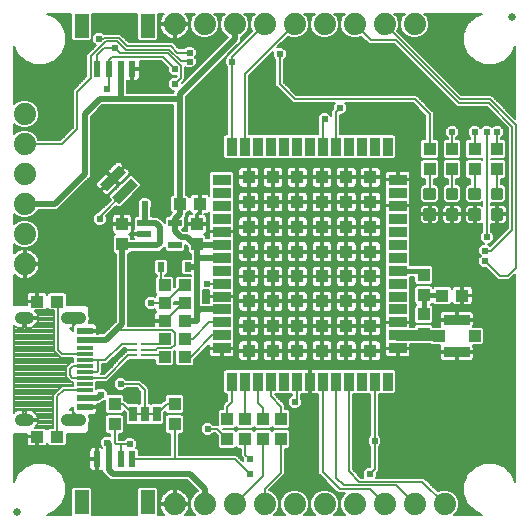
<source format=gtl>
G75*
%MOIN*%
%OFA0B0*%
%FSLAX25Y25*%
%IPPOS*%
%LPD*%
%AMOC8*
5,1,8,0,0,1.08239X$1,22.5*
%
%ADD10C,0.02500*%
%ADD11R,0.04724X0.07874*%
%ADD12R,0.02362X0.05315*%
%ADD13C,0.07400*%
%ADD14R,0.03937X0.04331*%
%ADD15R,0.04331X0.03937*%
%ADD16R,0.08858X0.03346*%
%ADD17R,0.02500X0.05000*%
%ADD18R,0.01600X0.01000*%
%ADD19C,0.01181*%
%ADD20R,0.02480X0.03268*%
%ADD21R,0.08661X0.03346*%
%ADD22R,0.04134X0.03937*%
%ADD23R,0.04724X0.02165*%
%ADD24R,0.02402X0.00984*%
%ADD25R,0.02205X0.00984*%
%ADD26R,0.05984X0.03346*%
%ADD27R,0.03346X0.05984*%
%ADD28R,0.04331X0.04331*%
%ADD29R,0.05709X0.01181*%
%ADD30R,0.05709X0.02362*%
%ADD31R,0.05709X0.02165*%
%ADD32C,0.03937*%
%ADD33C,0.02000*%
%ADD34C,0.00600*%
%ADD35C,0.02400*%
%ADD36C,0.01200*%
%ADD37C,0.00800*%
%ADD38C,0.01800*%
D10*
X0188800Y0077500D03*
X0353800Y0242500D03*
D11*
X0232324Y0239469D03*
X0210276Y0239469D03*
X0210276Y0080531D03*
X0232324Y0080531D03*
D12*
X0227206Y0095000D03*
X0223269Y0095000D03*
X0219331Y0095000D03*
X0215394Y0095000D03*
X0215394Y0225000D03*
X0219331Y0225000D03*
X0223269Y0225000D03*
X0227206Y0225000D03*
D13*
X0241300Y0240000D03*
X0251300Y0240000D03*
X0261300Y0240000D03*
X0271300Y0240000D03*
X0281300Y0240000D03*
X0291300Y0240000D03*
X0301300Y0240000D03*
X0311300Y0240000D03*
X0321300Y0240000D03*
X0191300Y0210000D03*
X0191300Y0200000D03*
X0191300Y0190000D03*
X0191300Y0180000D03*
X0191300Y0170000D03*
X0191300Y0160000D03*
X0241300Y0080000D03*
X0251300Y0080000D03*
X0261300Y0080000D03*
X0271300Y0080000D03*
X0281300Y0080000D03*
X0291300Y0080000D03*
X0301300Y0080000D03*
X0311300Y0080000D03*
X0321300Y0080000D03*
X0331300Y0080000D03*
D14*
X0276800Y0101654D03*
X0270800Y0101654D03*
X0264800Y0101654D03*
X0258800Y0101654D03*
X0258800Y0108346D03*
X0264800Y0108346D03*
X0270800Y0108346D03*
X0276800Y0108346D03*
X0241300Y0106654D03*
X0221300Y0106654D03*
X0221300Y0113346D03*
X0241300Y0113346D03*
X0324300Y0136654D03*
X0324300Y0143346D03*
X0324300Y0149654D03*
X0324300Y0156346D03*
X0248800Y0166654D03*
X0248800Y0173346D03*
X0223800Y0173346D03*
X0223800Y0166654D03*
X0326300Y0191654D03*
X0333800Y0191654D03*
X0341300Y0191654D03*
X0348800Y0191654D03*
X0348800Y0198346D03*
X0341300Y0198346D03*
X0333800Y0198346D03*
X0326300Y0198346D03*
D15*
X0249646Y0180000D03*
X0242954Y0180000D03*
X0244646Y0153000D03*
X0237954Y0153000D03*
X0237954Y0147000D03*
X0244646Y0147000D03*
X0244646Y0141000D03*
X0237954Y0141000D03*
X0237954Y0135000D03*
X0244646Y0135000D03*
X0244646Y0129000D03*
X0237954Y0129000D03*
X0202146Y0147500D03*
X0195454Y0147500D03*
X0195454Y0102500D03*
X0202146Y0102500D03*
X0330454Y0149500D03*
X0337146Y0149500D03*
D16*
G36*
X0229144Y0186303D02*
X0222882Y0180041D01*
X0220516Y0182407D01*
X0226778Y0188669D01*
X0229144Y0186303D01*
G37*
G36*
X0224969Y0190478D02*
X0218707Y0184216D01*
X0216341Y0186582D01*
X0222603Y0192844D01*
X0224969Y0190478D01*
G37*
D17*
X0227300Y0110000D03*
X0231300Y0110000D03*
X0235300Y0110000D03*
D18*
X0233300Y0110000D03*
X0229300Y0110000D03*
D19*
X0324922Y0177925D02*
X0327678Y0177925D01*
X0327678Y0175169D01*
X0324922Y0175169D01*
X0324922Y0177925D01*
X0324922Y0176291D02*
X0327678Y0176291D01*
X0327678Y0177413D02*
X0324922Y0177413D01*
X0332422Y0177925D02*
X0335178Y0177925D01*
X0335178Y0175169D01*
X0332422Y0175169D01*
X0332422Y0177925D01*
X0332422Y0176291D02*
X0335178Y0176291D01*
X0335178Y0177413D02*
X0332422Y0177413D01*
X0339922Y0177925D02*
X0342678Y0177925D01*
X0342678Y0175169D01*
X0339922Y0175169D01*
X0339922Y0177925D01*
X0339922Y0176291D02*
X0342678Y0176291D01*
X0342678Y0177413D02*
X0339922Y0177413D01*
X0347422Y0177925D02*
X0350178Y0177925D01*
X0350178Y0175169D01*
X0347422Y0175169D01*
X0347422Y0177925D01*
X0347422Y0176291D02*
X0350178Y0176291D01*
X0350178Y0177413D02*
X0347422Y0177413D01*
X0347422Y0184831D02*
X0350178Y0184831D01*
X0350178Y0182075D01*
X0347422Y0182075D01*
X0347422Y0184831D01*
X0347422Y0183197D02*
X0350178Y0183197D01*
X0350178Y0184319D02*
X0347422Y0184319D01*
X0342678Y0184831D02*
X0339922Y0184831D01*
X0342678Y0184831D02*
X0342678Y0182075D01*
X0339922Y0182075D01*
X0339922Y0184831D01*
X0339922Y0183197D02*
X0342678Y0183197D01*
X0342678Y0184319D02*
X0339922Y0184319D01*
X0335178Y0184831D02*
X0332422Y0184831D01*
X0335178Y0184831D02*
X0335178Y0182075D01*
X0332422Y0182075D01*
X0332422Y0184831D01*
X0332422Y0183197D02*
X0335178Y0183197D01*
X0335178Y0184319D02*
X0332422Y0184319D01*
X0327678Y0184831D02*
X0324922Y0184831D01*
X0327678Y0184831D02*
X0327678Y0182075D01*
X0324922Y0182075D01*
X0324922Y0184831D01*
X0324922Y0183197D02*
X0327678Y0183197D01*
X0327678Y0184319D02*
X0324922Y0184319D01*
D20*
X0245828Y0159000D03*
X0236772Y0159000D03*
D21*
X0335300Y0141413D03*
X0335300Y0130587D03*
D22*
X0329296Y0136000D03*
X0341304Y0136000D03*
D23*
X0241419Y0166260D03*
X0231181Y0166260D03*
X0231181Y0170000D03*
X0231181Y0173740D03*
X0241419Y0173740D03*
D24*
X0227706Y0133469D03*
D25*
X0227607Y0131500D03*
X0227607Y0129531D03*
X0230993Y0129531D03*
X0230993Y0131500D03*
X0230993Y0133469D03*
D26*
X0256969Y0131850D03*
X0256969Y0136181D03*
X0256969Y0140512D03*
X0256969Y0144843D03*
X0256969Y0149173D03*
X0256969Y0153504D03*
X0256969Y0157835D03*
X0256969Y0162165D03*
X0256969Y0166496D03*
X0256969Y0170827D03*
X0256969Y0175157D03*
X0256969Y0179488D03*
X0256969Y0183819D03*
X0256969Y0188150D03*
X0315631Y0188150D03*
X0315631Y0183819D03*
X0315631Y0179488D03*
X0315631Y0175157D03*
X0315631Y0170827D03*
X0315631Y0166496D03*
X0315631Y0162165D03*
X0315631Y0157835D03*
X0315631Y0153504D03*
X0315631Y0149173D03*
X0315631Y0144843D03*
X0315631Y0140512D03*
X0315631Y0136181D03*
X0315631Y0131850D03*
D27*
X0312284Y0120827D03*
X0307954Y0120827D03*
X0303623Y0120827D03*
X0299292Y0120827D03*
X0294961Y0120827D03*
X0290631Y0120827D03*
X0286300Y0120827D03*
X0281969Y0120827D03*
X0277639Y0120827D03*
X0273308Y0120827D03*
X0268977Y0120827D03*
X0264646Y0120827D03*
X0260316Y0120827D03*
X0260316Y0199173D03*
X0264646Y0199173D03*
X0268977Y0199173D03*
X0273308Y0199173D03*
X0277639Y0199173D03*
X0281969Y0199173D03*
X0286300Y0199173D03*
X0290631Y0199173D03*
X0294961Y0199173D03*
X0299292Y0199173D03*
X0303623Y0199173D03*
X0307954Y0199173D03*
X0312284Y0199173D03*
D28*
X0306576Y0188937D03*
X0298505Y0188937D03*
X0290434Y0188937D03*
X0282166Y0188937D03*
X0274095Y0188937D03*
X0266024Y0188937D03*
X0266024Y0180669D03*
X0274095Y0180669D03*
X0282166Y0180669D03*
X0290434Y0180669D03*
X0298505Y0180669D03*
X0306576Y0180669D03*
X0306576Y0172402D03*
X0298505Y0172402D03*
X0290434Y0172402D03*
X0282166Y0172402D03*
X0274095Y0172402D03*
X0266024Y0172402D03*
X0266024Y0164134D03*
X0274095Y0164134D03*
X0282166Y0164134D03*
X0290434Y0164134D03*
X0298505Y0164134D03*
X0306576Y0164134D03*
X0306576Y0155866D03*
X0298505Y0155866D03*
X0290434Y0155866D03*
X0282166Y0155866D03*
X0274095Y0155866D03*
X0266024Y0155866D03*
X0266024Y0147598D03*
X0274095Y0147598D03*
X0282166Y0147598D03*
X0282166Y0139331D03*
X0274095Y0139331D03*
X0266024Y0139331D03*
X0266024Y0131063D03*
X0274095Y0131063D03*
X0282166Y0131063D03*
X0290434Y0131063D03*
X0298505Y0131063D03*
X0306576Y0131063D03*
X0306576Y0139331D03*
X0298505Y0139331D03*
X0290434Y0139331D03*
X0290434Y0147598D03*
X0298505Y0147598D03*
X0306576Y0147598D03*
D29*
X0211300Y0131890D03*
X0211300Y0129921D03*
X0211300Y0127953D03*
X0211300Y0125984D03*
X0211300Y0124016D03*
X0211300Y0122047D03*
X0211300Y0120079D03*
X0211300Y0118110D03*
D30*
X0211300Y0112303D03*
X0211300Y0137697D03*
D31*
X0211300Y0134646D03*
X0211300Y0115354D03*
D32*
X0209864Y0107992D02*
X0209864Y0107992D01*
X0205532Y0107992D01*
X0205532Y0107992D01*
X0209864Y0107992D01*
X0192422Y0107992D02*
X0192422Y0107992D01*
X0190060Y0107992D01*
X0190060Y0107992D01*
X0192422Y0107992D01*
X0192422Y0142008D02*
X0192422Y0142008D01*
X0190060Y0142008D01*
X0190060Y0142008D01*
X0192422Y0142008D01*
X0209864Y0142008D02*
X0209864Y0142008D01*
X0205532Y0142008D01*
X0205532Y0142008D01*
X0209864Y0142008D01*
D33*
X0211300Y0134646D02*
X0216800Y0134646D01*
X0218446Y0134646D01*
X0221800Y0138000D01*
X0223800Y0140000D01*
X0223800Y0166654D01*
X0224194Y0166260D01*
X0231181Y0166260D01*
X0235560Y0166260D01*
X0236300Y0167000D01*
X0236300Y0172500D01*
X0235060Y0173740D01*
X0231300Y0173740D01*
X0231300Y0180000D01*
X0242954Y0180000D02*
X0242954Y0215000D01*
X0223800Y0215000D01*
X0223269Y0215531D01*
X0223269Y0225000D01*
X0223800Y0215000D02*
X0216300Y0215000D01*
X0211300Y0210000D01*
X0211300Y0190000D01*
X0201300Y0180000D01*
X0191300Y0180000D01*
X0231181Y0173740D02*
X0231300Y0173740D01*
X0241419Y0173740D02*
X0241419Y0170881D01*
X0243300Y0169000D01*
X0245300Y0169000D01*
X0247646Y0166654D01*
X0248800Y0166654D01*
X0248800Y0162000D01*
X0248965Y0162165D01*
X0256969Y0162165D01*
X0248800Y0162000D02*
X0248800Y0159165D01*
X0248800Y0144000D01*
X0248800Y0141000D01*
X0244646Y0141000D01*
X0248800Y0144000D02*
X0249643Y0144843D01*
X0256969Y0144843D01*
X0248800Y0159165D02*
X0245828Y0159165D01*
X0245828Y0159000D01*
X0248957Y0166496D02*
X0248800Y0166654D01*
X0248957Y0166496D02*
X0256969Y0166496D01*
X0241419Y0173740D02*
X0241419Y0175119D01*
X0242954Y0176654D01*
X0242954Y0180000D01*
X0242954Y0215000D02*
X0242954Y0216654D01*
X0261300Y0235000D01*
X0261300Y0240000D01*
X0216800Y0116500D02*
X0215654Y0115354D01*
X0211300Y0115354D01*
X0218800Y0100500D02*
X0219331Y0099969D01*
X0219331Y0095000D01*
X0219331Y0091469D01*
X0220800Y0090000D01*
X0246300Y0090000D01*
X0251300Y0085000D01*
X0251300Y0080000D01*
D34*
X0247891Y0083379D02*
X0244992Y0083379D01*
X0245114Y0083257D02*
X0244557Y0083814D01*
X0243921Y0084276D01*
X0243219Y0084634D01*
X0242471Y0084877D01*
X0241694Y0085000D01*
X0241600Y0085000D01*
X0241600Y0080300D01*
X0241000Y0080300D01*
X0241000Y0085000D01*
X0240906Y0085000D01*
X0240129Y0084877D01*
X0239381Y0084634D01*
X0238679Y0084276D01*
X0238043Y0083814D01*
X0237486Y0083257D01*
X0237024Y0082621D01*
X0236666Y0081919D01*
X0236423Y0081171D01*
X0236300Y0080394D01*
X0236300Y0080300D01*
X0241000Y0080300D01*
X0241000Y0079700D01*
X0236300Y0079700D01*
X0236300Y0079606D01*
X0236423Y0078829D01*
X0236666Y0078081D01*
X0237024Y0077379D01*
X0237486Y0076743D01*
X0237729Y0076500D01*
X0235786Y0076500D01*
X0235786Y0084924D01*
X0235141Y0085568D01*
X0229506Y0085568D01*
X0228861Y0084924D01*
X0228861Y0076500D01*
X0213739Y0076500D01*
X0213739Y0084924D01*
X0213094Y0085568D01*
X0207459Y0085568D01*
X0206814Y0084924D01*
X0206814Y0076500D01*
X0198775Y0076500D01*
X0201285Y0077540D01*
X0203760Y0080015D01*
X0205100Y0083250D01*
X0205100Y0086750D01*
X0203760Y0089985D01*
X0201285Y0092460D01*
X0201285Y0092460D01*
X0198050Y0093800D01*
X0194550Y0093800D01*
X0191315Y0092460D01*
X0188840Y0089985D01*
X0188840Y0089985D01*
X0187800Y0087475D01*
X0187800Y0103500D01*
X0191988Y0103500D01*
X0191988Y0102800D01*
X0195153Y0102800D01*
X0195153Y0102200D01*
X0191988Y0102200D01*
X0191988Y0100360D01*
X0192077Y0100030D01*
X0192248Y0099733D01*
X0192490Y0099491D01*
X0192786Y0099320D01*
X0193117Y0099231D01*
X0195154Y0099231D01*
X0195154Y0102200D01*
X0195754Y0102200D01*
X0195754Y0099231D01*
X0197790Y0099231D01*
X0198121Y0099320D01*
X0198417Y0099491D01*
X0198659Y0099733D01*
X0198830Y0100030D01*
X0198881Y0100219D01*
X0198881Y0100076D01*
X0199525Y0099431D01*
X0204767Y0099431D01*
X0205412Y0100076D01*
X0205412Y0103500D01*
X0211921Y0103500D01*
X0212800Y0104379D01*
X0212800Y0107064D01*
X0212931Y0107382D01*
X0212931Y0108602D01*
X0212800Y0108920D01*
X0212800Y0109822D01*
X0214325Y0109822D01*
X0214656Y0109911D01*
X0214953Y0110082D01*
X0215195Y0110324D01*
X0215366Y0110620D01*
X0215454Y0110951D01*
X0215454Y0112013D01*
X0212800Y0112013D01*
X0212800Y0112594D01*
X0215454Y0112594D01*
X0215454Y0113254D01*
X0216524Y0113254D01*
X0217470Y0114200D01*
X0217753Y0114200D01*
X0218231Y0114679D01*
X0218231Y0110725D01*
X0218876Y0110081D01*
X0223724Y0110081D01*
X0224368Y0110725D01*
X0224368Y0110952D01*
X0224950Y0110370D01*
X0224950Y0107044D01*
X0225594Y0106400D01*
X0229006Y0106400D01*
X0229300Y0106694D01*
X0229594Y0106400D01*
X0233006Y0106400D01*
X0233300Y0106694D01*
X0233594Y0106400D01*
X0237006Y0106400D01*
X0237650Y0107044D01*
X0237650Y0110370D01*
X0238231Y0110952D01*
X0238231Y0110725D01*
X0238876Y0110081D01*
X0243724Y0110081D01*
X0244368Y0110725D01*
X0244368Y0115967D01*
X0243724Y0116612D01*
X0238876Y0116612D01*
X0238231Y0115967D01*
X0238231Y0114746D01*
X0238067Y0114746D01*
X0236920Y0113600D01*
X0233594Y0113600D01*
X0233300Y0113306D01*
X0233006Y0113600D01*
X0232700Y0113600D01*
X0232700Y0118580D01*
X0229880Y0121400D01*
X0225153Y0121400D01*
X0224253Y0122300D01*
X0222347Y0122300D01*
X0221000Y0120953D01*
X0221000Y0119047D01*
X0222347Y0117700D01*
X0224253Y0117700D01*
X0225153Y0118600D01*
X0228720Y0118600D01*
X0229900Y0117420D01*
X0229900Y0113600D01*
X0229594Y0113600D01*
X0229300Y0113306D01*
X0229006Y0113600D01*
X0225680Y0113600D01*
X0224533Y0114746D01*
X0224368Y0114746D01*
X0224368Y0115967D01*
X0223724Y0116612D01*
X0219100Y0116612D01*
X0219100Y0117453D01*
X0217753Y0118800D01*
X0215847Y0118800D01*
X0215254Y0118207D01*
X0215254Y0120647D01*
X0218927Y0120647D01*
X0226219Y0127939D01*
X0229165Y0127939D01*
X0229300Y0128074D01*
X0229435Y0127939D01*
X0232551Y0127939D01*
X0232743Y0128131D01*
X0234688Y0128131D01*
X0234688Y0126576D01*
X0235333Y0125931D01*
X0240575Y0125931D01*
X0241219Y0126576D01*
X0241219Y0130879D01*
X0241381Y0131041D01*
X0241381Y0126576D01*
X0242025Y0125931D01*
X0247267Y0125931D01*
X0247912Y0126576D01*
X0247912Y0128285D01*
X0248046Y0128420D01*
X0252677Y0133051D01*
X0252677Y0132150D01*
X0256669Y0132150D01*
X0256669Y0131550D01*
X0257269Y0131550D01*
X0257269Y0128877D01*
X0260133Y0128877D01*
X0260463Y0128966D01*
X0260760Y0129137D01*
X0261002Y0129379D01*
X0261173Y0129675D01*
X0261261Y0130006D01*
X0261261Y0131550D01*
X0257269Y0131550D01*
X0257269Y0132150D01*
X0261261Y0132150D01*
X0261261Y0133695D01*
X0261173Y0134025D01*
X0261061Y0134218D01*
X0261061Y0138310D01*
X0261025Y0138346D01*
X0261061Y0138383D01*
X0261061Y0142641D01*
X0261025Y0142677D01*
X0261061Y0142714D01*
X0261061Y0146805D01*
X0261173Y0146998D01*
X0261261Y0147329D01*
X0261261Y0148873D01*
X0257269Y0148873D01*
X0257269Y0149473D01*
X0261261Y0149473D01*
X0261261Y0151018D01*
X0261173Y0151348D01*
X0261061Y0151541D01*
X0261061Y0155633D01*
X0261025Y0155669D01*
X0261061Y0155706D01*
X0261061Y0159964D01*
X0261025Y0160000D01*
X0261061Y0160036D01*
X0261061Y0164294D01*
X0261025Y0164331D01*
X0261061Y0164367D01*
X0261061Y0168459D01*
X0261173Y0168652D01*
X0261261Y0168982D01*
X0261261Y0170527D01*
X0257269Y0170527D01*
X0257269Y0171127D01*
X0261261Y0171127D01*
X0261261Y0172671D01*
X0261173Y0173002D01*
X0261061Y0173195D01*
X0261061Y0177286D01*
X0261025Y0177323D01*
X0261061Y0177359D01*
X0261061Y0181617D01*
X0261025Y0181654D01*
X0261061Y0181690D01*
X0261061Y0185948D01*
X0261025Y0185984D01*
X0261061Y0186021D01*
X0261061Y0190278D01*
X0260417Y0190923D01*
X0253522Y0190923D01*
X0252877Y0190278D01*
X0252877Y0186021D01*
X0252914Y0185984D01*
X0252877Y0185948D01*
X0252877Y0182723D01*
X0252852Y0182767D01*
X0252610Y0183009D01*
X0252314Y0183180D01*
X0251983Y0183268D01*
X0249946Y0183268D01*
X0249946Y0180300D01*
X0249346Y0180300D01*
X0249346Y0183268D01*
X0247310Y0183268D01*
X0246979Y0183180D01*
X0246683Y0183009D01*
X0246441Y0182767D01*
X0246270Y0182470D01*
X0246219Y0182281D01*
X0246219Y0182424D01*
X0245575Y0183068D01*
X0245054Y0183068D01*
X0245054Y0215784D01*
X0263400Y0234130D01*
X0263400Y0235674D01*
X0264019Y0235931D01*
X0265369Y0237281D01*
X0266100Y0239045D01*
X0266100Y0240955D01*
X0265369Y0242719D01*
X0264588Y0243500D01*
X0268012Y0243500D01*
X0267231Y0242719D01*
X0266500Y0240955D01*
X0266500Y0239045D01*
X0267046Y0237726D01*
X0258916Y0229596D01*
X0258916Y0229353D01*
X0258016Y0228453D01*
X0258016Y0226547D01*
X0258916Y0225647D01*
X0258916Y0203265D01*
X0258187Y0203265D01*
X0257543Y0202621D01*
X0257543Y0195725D01*
X0258187Y0195081D01*
X0262445Y0195081D01*
X0262481Y0195118D01*
X0262518Y0195081D01*
X0266775Y0195081D01*
X0266812Y0195118D01*
X0266848Y0195081D01*
X0271106Y0195081D01*
X0271143Y0195118D01*
X0271179Y0195081D01*
X0275437Y0195081D01*
X0275473Y0195118D01*
X0275510Y0195081D01*
X0279767Y0195081D01*
X0279804Y0195118D01*
X0279840Y0195081D01*
X0284098Y0195081D01*
X0284135Y0195118D01*
X0284171Y0195081D01*
X0288429Y0195081D01*
X0288465Y0195118D01*
X0288502Y0195081D01*
X0292760Y0195081D01*
X0292796Y0195118D01*
X0292833Y0195081D01*
X0297090Y0195081D01*
X0297127Y0195118D01*
X0297163Y0195081D01*
X0301421Y0195081D01*
X0301457Y0195118D01*
X0301494Y0195081D01*
X0305752Y0195081D01*
X0305788Y0195118D01*
X0305825Y0195081D01*
X0310082Y0195081D01*
X0310119Y0195118D01*
X0310155Y0195081D01*
X0314413Y0195081D01*
X0315057Y0195725D01*
X0315057Y0202621D01*
X0314413Y0203265D01*
X0310155Y0203265D01*
X0310119Y0203229D01*
X0310082Y0203265D01*
X0305825Y0203265D01*
X0305788Y0203229D01*
X0305752Y0203265D01*
X0301494Y0203265D01*
X0301457Y0203229D01*
X0301421Y0203265D01*
X0297163Y0203265D01*
X0297127Y0203229D01*
X0297090Y0203265D01*
X0296361Y0203265D01*
X0296361Y0209700D01*
X0297253Y0209700D01*
X0298600Y0211047D01*
X0298600Y0212953D01*
X0297953Y0213600D01*
X0320720Y0213600D01*
X0324900Y0209420D01*
X0324900Y0201612D01*
X0323876Y0201612D01*
X0323231Y0200967D01*
X0323231Y0195725D01*
X0323876Y0195081D01*
X0328724Y0195081D01*
X0329368Y0195725D01*
X0329368Y0200967D01*
X0328724Y0201612D01*
X0327700Y0201612D01*
X0327700Y0210580D01*
X0326880Y0211400D01*
X0326880Y0211400D01*
X0322700Y0215580D01*
X0321880Y0216400D01*
X0281880Y0216400D01*
X0277700Y0220580D01*
X0277700Y0228147D01*
X0278600Y0229047D01*
X0278600Y0230953D01*
X0277253Y0232300D01*
X0275580Y0232300D01*
X0279026Y0235746D01*
X0280345Y0235200D01*
X0282255Y0235200D01*
X0284019Y0235931D01*
X0285369Y0237281D01*
X0286100Y0239045D01*
X0286100Y0240955D01*
X0285369Y0242719D01*
X0284588Y0243500D01*
X0288012Y0243500D01*
X0287231Y0242719D01*
X0286500Y0240955D01*
X0286500Y0239045D01*
X0287231Y0237281D01*
X0288581Y0235931D01*
X0290345Y0235200D01*
X0292255Y0235200D01*
X0294019Y0235931D01*
X0295369Y0237281D01*
X0296100Y0239045D01*
X0296100Y0240955D01*
X0295369Y0242719D01*
X0294588Y0243500D01*
X0298012Y0243500D01*
X0297231Y0242719D01*
X0296500Y0240955D01*
X0296500Y0239045D01*
X0297231Y0237281D01*
X0298581Y0235931D01*
X0300345Y0235200D01*
X0302255Y0235200D01*
X0303574Y0235746D01*
X0306069Y0233251D01*
X0314372Y0233251D01*
X0335372Y0212251D01*
X0345372Y0212251D01*
X0352400Y0205223D01*
X0352400Y0172028D01*
X0346488Y0166116D01*
X0345889Y0166715D01*
X0346268Y0166715D01*
X0347615Y0168062D01*
X0347615Y0169968D01*
X0346715Y0170868D01*
X0346715Y0173401D01*
X0347173Y0173279D01*
X0348500Y0173279D01*
X0348500Y0176247D01*
X0349100Y0176247D01*
X0349100Y0173279D01*
X0350427Y0173279D01*
X0350908Y0173408D01*
X0351339Y0173656D01*
X0351691Y0174008D01*
X0351940Y0174440D01*
X0352068Y0174920D01*
X0352068Y0176247D01*
X0349100Y0176247D01*
X0349100Y0176847D01*
X0352068Y0176847D01*
X0352068Y0178174D01*
X0351940Y0178655D01*
X0351691Y0179086D01*
X0351339Y0179438D01*
X0350908Y0179687D01*
X0350427Y0179816D01*
X0349100Y0179816D01*
X0349100Y0176847D01*
X0348500Y0176847D01*
X0348500Y0179816D01*
X0347173Y0179816D01*
X0346715Y0179693D01*
X0346715Y0180391D01*
X0346722Y0180384D01*
X0350878Y0180384D01*
X0351868Y0181375D01*
X0351868Y0185531D01*
X0350878Y0186521D01*
X0350200Y0186521D01*
X0350200Y0188388D01*
X0351224Y0188388D01*
X0351868Y0189033D01*
X0351868Y0194275D01*
X0351224Y0194919D01*
X0346715Y0194919D01*
X0346715Y0195081D01*
X0351224Y0195081D01*
X0351868Y0195725D01*
X0351868Y0200967D01*
X0351224Y0201612D01*
X0350200Y0201612D01*
X0350200Y0202147D01*
X0351100Y0203047D01*
X0351100Y0204953D01*
X0349753Y0206300D01*
X0347847Y0206300D01*
X0347058Y0205510D01*
X0346268Y0206300D01*
X0344362Y0206300D01*
X0343308Y0205245D01*
X0342253Y0206300D01*
X0340347Y0206300D01*
X0339000Y0204953D01*
X0339000Y0203047D01*
X0339900Y0202147D01*
X0339900Y0201612D01*
X0338876Y0201612D01*
X0338231Y0200967D01*
X0338231Y0195725D01*
X0338876Y0195081D01*
X0343724Y0195081D01*
X0343915Y0195272D01*
X0343915Y0194728D01*
X0343724Y0194919D01*
X0338876Y0194919D01*
X0338231Y0194275D01*
X0338231Y0189033D01*
X0338876Y0188388D01*
X0339900Y0188388D01*
X0339900Y0186521D01*
X0339222Y0186521D01*
X0338231Y0185531D01*
X0338231Y0181375D01*
X0339222Y0180384D01*
X0343378Y0180384D01*
X0343915Y0180921D01*
X0343915Y0179362D01*
X0343839Y0179438D01*
X0343408Y0179687D01*
X0342927Y0179816D01*
X0341600Y0179816D01*
X0341600Y0176847D01*
X0341000Y0176847D01*
X0341000Y0176247D01*
X0341600Y0176247D01*
X0341600Y0173279D01*
X0342927Y0173279D01*
X0343408Y0173408D01*
X0343839Y0173656D01*
X0343915Y0173733D01*
X0343915Y0170868D01*
X0343015Y0169968D01*
X0343015Y0168062D01*
X0344277Y0166800D01*
X0343899Y0166800D01*
X0342551Y0165453D01*
X0342551Y0163547D01*
X0343323Y0162776D01*
X0342500Y0161953D01*
X0342500Y0160047D01*
X0343847Y0158700D01*
X0345120Y0158700D01*
X0349220Y0154600D01*
X0352880Y0154600D01*
X0354800Y0156520D01*
X0354800Y0087475D01*
X0353760Y0089985D01*
X0351285Y0092460D01*
X0351285Y0092460D01*
X0348050Y0093800D01*
X0344550Y0093800D01*
X0341315Y0092460D01*
X0338840Y0089985D01*
X0338840Y0089985D01*
X0337500Y0086750D01*
X0337500Y0083250D01*
X0338840Y0080015D01*
X0341315Y0077540D01*
X0343825Y0076500D01*
X0334588Y0076500D01*
X0335369Y0077281D01*
X0336100Y0079045D01*
X0336100Y0080955D01*
X0335369Y0082719D01*
X0334019Y0084069D01*
X0332255Y0084800D01*
X0330345Y0084800D01*
X0329026Y0084254D01*
X0325300Y0087980D01*
X0324480Y0088800D01*
X0308353Y0088800D01*
X0308600Y0089047D01*
X0308600Y0090320D01*
X0309354Y0091074D01*
X0309354Y0099147D01*
X0310254Y0100047D01*
X0310254Y0101953D01*
X0309354Y0102853D01*
X0309354Y0116735D01*
X0310082Y0116735D01*
X0310119Y0116771D01*
X0310155Y0116735D01*
X0314413Y0116735D01*
X0315057Y0117379D01*
X0315057Y0124275D01*
X0314413Y0124919D01*
X0310155Y0124919D01*
X0310119Y0124882D01*
X0310082Y0124919D01*
X0305825Y0124919D01*
X0305788Y0124882D01*
X0305752Y0124919D01*
X0301494Y0124919D01*
X0301457Y0124882D01*
X0301421Y0124919D01*
X0297163Y0124919D01*
X0297127Y0124882D01*
X0297090Y0124919D01*
X0292833Y0124919D01*
X0292796Y0124882D01*
X0292760Y0124919D01*
X0288668Y0124919D01*
X0288475Y0125030D01*
X0288144Y0125119D01*
X0286600Y0125119D01*
X0286600Y0121127D01*
X0286000Y0121127D01*
X0286000Y0125119D01*
X0284456Y0125119D01*
X0284125Y0125030D01*
X0283932Y0124919D01*
X0279840Y0124919D01*
X0279804Y0124882D01*
X0279767Y0124919D01*
X0275510Y0124919D01*
X0275473Y0124882D01*
X0275437Y0124919D01*
X0271179Y0124919D01*
X0271143Y0124882D01*
X0271106Y0124919D01*
X0266848Y0124919D01*
X0266812Y0124882D01*
X0266775Y0124919D01*
X0262518Y0124919D01*
X0262481Y0124882D01*
X0262445Y0124919D01*
X0258187Y0124919D01*
X0257543Y0124275D01*
X0257543Y0117379D01*
X0258187Y0116735D01*
X0258916Y0116735D01*
X0258916Y0114596D01*
X0257400Y0113080D01*
X0257400Y0111612D01*
X0256376Y0111612D01*
X0255731Y0110967D01*
X0255731Y0106400D01*
X0254153Y0106400D01*
X0253253Y0107300D01*
X0251347Y0107300D01*
X0250000Y0105953D01*
X0250000Y0104047D01*
X0251347Y0102700D01*
X0253253Y0102700D01*
X0254153Y0103600D01*
X0254874Y0103600D01*
X0255731Y0102742D01*
X0255731Y0099033D01*
X0256376Y0098388D01*
X0261224Y0098388D01*
X0261800Y0098964D01*
X0262376Y0098388D01*
X0263400Y0098388D01*
X0263400Y0095920D01*
X0264000Y0095320D01*
X0264000Y0094280D01*
X0262700Y0095580D01*
X0261880Y0096400D01*
X0242700Y0096400D01*
X0242700Y0103388D01*
X0243724Y0103388D01*
X0244368Y0104033D01*
X0244368Y0109275D01*
X0243724Y0109919D01*
X0238876Y0109919D01*
X0238231Y0109275D01*
X0238231Y0104033D01*
X0238876Y0103388D01*
X0239900Y0103388D01*
X0239900Y0096400D01*
X0229487Y0096400D01*
X0229487Y0098113D01*
X0228842Y0098757D01*
X0228310Y0098757D01*
X0228600Y0099047D01*
X0228600Y0100953D01*
X0227253Y0102300D01*
X0225347Y0102300D01*
X0224447Y0101400D01*
X0222700Y0101400D01*
X0222700Y0103388D01*
X0223724Y0103388D01*
X0224368Y0104033D01*
X0224368Y0109275D01*
X0223724Y0109919D01*
X0218876Y0109919D01*
X0218231Y0109275D01*
X0218231Y0104033D01*
X0218876Y0103388D01*
X0219900Y0103388D01*
X0219900Y0102653D01*
X0219753Y0102800D01*
X0217847Y0102800D01*
X0216500Y0101453D01*
X0216500Y0099547D01*
X0217231Y0098816D01*
X0217231Y0098780D01*
X0217077Y0098869D01*
X0216747Y0098957D01*
X0215685Y0098957D01*
X0215685Y0095291D01*
X0215104Y0095291D01*
X0215104Y0098957D01*
X0214042Y0098957D01*
X0213712Y0098869D01*
X0213415Y0098698D01*
X0213173Y0098456D01*
X0213002Y0098159D01*
X0212913Y0097829D01*
X0212913Y0095291D01*
X0215104Y0095291D01*
X0215104Y0094709D01*
X0215685Y0094709D01*
X0215685Y0091043D01*
X0216747Y0091043D01*
X0217077Y0091131D01*
X0217231Y0091220D01*
X0217231Y0090599D01*
X0218462Y0089369D01*
X0219930Y0087900D01*
X0245430Y0087900D01*
X0249062Y0084268D01*
X0248581Y0084069D01*
X0247231Y0082719D01*
X0246500Y0080955D01*
X0246500Y0079045D01*
X0247231Y0077281D01*
X0248012Y0076500D01*
X0244871Y0076500D01*
X0245114Y0076743D01*
X0245576Y0077379D01*
X0245934Y0078081D01*
X0246177Y0078829D01*
X0246300Y0079606D01*
X0246300Y0079700D01*
X0241600Y0079700D01*
X0241600Y0080300D01*
X0246300Y0080300D01*
X0246300Y0080394D01*
X0246177Y0081171D01*
X0245934Y0081919D01*
X0245576Y0082621D01*
X0245114Y0083257D01*
X0245460Y0082781D02*
X0247292Y0082781D01*
X0247008Y0082182D02*
X0245800Y0082182D01*
X0246043Y0081584D02*
X0246760Y0081584D01*
X0246513Y0080985D02*
X0246206Y0080985D01*
X0246300Y0080387D02*
X0246500Y0080387D01*
X0246500Y0079788D02*
X0241600Y0079788D01*
X0241600Y0080387D02*
X0241000Y0080387D01*
X0241000Y0080985D02*
X0241600Y0080985D01*
X0241600Y0081584D02*
X0241000Y0081584D01*
X0241000Y0082182D02*
X0241600Y0082182D01*
X0241600Y0082781D02*
X0241000Y0082781D01*
X0241000Y0083379D02*
X0241600Y0083379D01*
X0241600Y0083978D02*
X0241000Y0083978D01*
X0241000Y0084576D02*
X0241600Y0084576D01*
X0243332Y0084576D02*
X0248754Y0084576D01*
X0248489Y0083978D02*
X0244332Y0083978D01*
X0246958Y0086372D02*
X0205100Y0086372D01*
X0205100Y0085773D02*
X0247557Y0085773D01*
X0248155Y0085175D02*
X0235535Y0085175D01*
X0235786Y0084576D02*
X0239268Y0084576D01*
X0238268Y0083978D02*
X0235786Y0083978D01*
X0235786Y0083379D02*
X0237608Y0083379D01*
X0237140Y0082781D02*
X0235786Y0082781D01*
X0235786Y0082182D02*
X0236800Y0082182D01*
X0236557Y0081584D02*
X0235786Y0081584D01*
X0235786Y0080985D02*
X0236394Y0080985D01*
X0236300Y0080387D02*
X0235786Y0080387D01*
X0235786Y0079788D02*
X0241000Y0079788D01*
X0237448Y0076796D02*
X0235786Y0076796D01*
X0235786Y0077394D02*
X0237016Y0077394D01*
X0236711Y0077993D02*
X0235786Y0077993D01*
X0235786Y0078591D02*
X0236500Y0078591D01*
X0236366Y0079190D02*
X0235786Y0079190D01*
X0228861Y0079190D02*
X0213739Y0079190D01*
X0213739Y0079788D02*
X0228861Y0079788D01*
X0228861Y0080387D02*
X0213739Y0080387D01*
X0213739Y0080985D02*
X0228861Y0080985D01*
X0228861Y0081584D02*
X0213739Y0081584D01*
X0213739Y0082182D02*
X0228861Y0082182D01*
X0228861Y0082781D02*
X0213739Y0082781D01*
X0213739Y0083379D02*
X0228861Y0083379D01*
X0228861Y0083978D02*
X0213739Y0083978D01*
X0213739Y0084576D02*
X0228861Y0084576D01*
X0229112Y0085175D02*
X0213488Y0085175D01*
X0207065Y0085175D02*
X0205100Y0085175D01*
X0205100Y0084576D02*
X0206814Y0084576D01*
X0206814Y0083978D02*
X0205100Y0083978D01*
X0205100Y0083379D02*
X0206814Y0083379D01*
X0206814Y0082781D02*
X0204906Y0082781D01*
X0204658Y0082182D02*
X0206814Y0082182D01*
X0206814Y0081584D02*
X0204410Y0081584D01*
X0204162Y0080985D02*
X0206814Y0080985D01*
X0206814Y0080387D02*
X0203914Y0080387D01*
X0203760Y0080015D02*
X0203760Y0080015D01*
X0203533Y0079788D02*
X0206814Y0079788D01*
X0206814Y0079190D02*
X0202935Y0079190D01*
X0202336Y0078591D02*
X0206814Y0078591D01*
X0206814Y0077993D02*
X0201738Y0077993D01*
X0201285Y0077540D02*
X0201285Y0077540D01*
X0200933Y0077394D02*
X0206814Y0077394D01*
X0206814Y0076796D02*
X0199488Y0076796D01*
X0213739Y0076796D02*
X0228861Y0076796D01*
X0228861Y0077394D02*
X0213739Y0077394D01*
X0213739Y0077993D02*
X0228861Y0077993D01*
X0228861Y0078591D02*
X0213739Y0078591D01*
X0205009Y0086970D02*
X0246360Y0086970D01*
X0245761Y0087569D02*
X0204761Y0087569D01*
X0204513Y0088167D02*
X0219663Y0088167D01*
X0219064Y0088766D02*
X0204265Y0088766D01*
X0204017Y0089364D02*
X0218466Y0089364D01*
X0217867Y0089963D02*
X0203769Y0089963D01*
X0203760Y0089985D02*
X0203760Y0089985D01*
X0203184Y0090561D02*
X0217269Y0090561D01*
X0217231Y0091160D02*
X0217127Y0091160D01*
X0215685Y0091160D02*
X0215104Y0091160D01*
X0215104Y0091043D02*
X0215104Y0094709D01*
X0212913Y0094709D01*
X0212913Y0092171D01*
X0213002Y0091841D01*
X0213173Y0091544D01*
X0213415Y0091302D01*
X0213712Y0091131D01*
X0214042Y0091043D01*
X0215104Y0091043D01*
X0215104Y0091758D02*
X0215685Y0091758D01*
X0215685Y0092357D02*
X0215104Y0092357D01*
X0215104Y0092955D02*
X0215685Y0092955D01*
X0215685Y0093554D02*
X0215104Y0093554D01*
X0215104Y0094152D02*
X0215685Y0094152D01*
X0215104Y0094751D02*
X0187800Y0094751D01*
X0187800Y0095349D02*
X0212913Y0095349D01*
X0212913Y0095948D02*
X0187800Y0095948D01*
X0187800Y0096546D02*
X0212913Y0096546D01*
X0212913Y0097145D02*
X0187800Y0097145D01*
X0187800Y0097743D02*
X0212913Y0097743D01*
X0213107Y0098342D02*
X0187800Y0098342D01*
X0187800Y0098940D02*
X0213979Y0098940D01*
X0215104Y0098940D02*
X0215685Y0098940D01*
X0215685Y0098342D02*
X0215104Y0098342D01*
X0215104Y0097743D02*
X0215685Y0097743D01*
X0215685Y0097145D02*
X0215104Y0097145D01*
X0215104Y0096546D02*
X0215685Y0096546D01*
X0215685Y0095948D02*
X0215104Y0095948D01*
X0215104Y0095349D02*
X0215685Y0095349D01*
X0212913Y0094152D02*
X0187800Y0094152D01*
X0187800Y0093554D02*
X0193955Y0093554D01*
X0192510Y0092955D02*
X0187800Y0092955D01*
X0187800Y0092357D02*
X0191212Y0092357D01*
X0191315Y0092460D02*
X0191315Y0092460D01*
X0190613Y0091758D02*
X0187800Y0091758D01*
X0187800Y0091160D02*
X0190015Y0091160D01*
X0189416Y0090561D02*
X0187800Y0090561D01*
X0187800Y0089963D02*
X0188831Y0089963D01*
X0188583Y0089364D02*
X0187800Y0089364D01*
X0187800Y0088766D02*
X0188335Y0088766D01*
X0188087Y0088167D02*
X0187800Y0088167D01*
X0187800Y0087569D02*
X0187839Y0087569D01*
X0198645Y0093554D02*
X0212913Y0093554D01*
X0212913Y0092955D02*
X0200090Y0092955D01*
X0201388Y0092357D02*
X0212913Y0092357D01*
X0213050Y0091758D02*
X0201987Y0091758D01*
X0202585Y0091160D02*
X0213662Y0091160D01*
X0223269Y0095000D02*
X0223269Y0099969D01*
X0223300Y0100000D01*
X0221800Y0100000D01*
X0221300Y0100500D01*
X0221300Y0106654D01*
X0224368Y0106721D02*
X0225273Y0106721D01*
X0224950Y0107320D02*
X0224368Y0107320D01*
X0224368Y0107918D02*
X0224950Y0107918D01*
X0224950Y0108517D02*
X0224368Y0108517D01*
X0224368Y0109115D02*
X0224950Y0109115D01*
X0224950Y0109714D02*
X0223929Y0109714D01*
X0223955Y0110312D02*
X0224950Y0110312D01*
X0224409Y0110911D02*
X0224368Y0110911D01*
X0223954Y0113346D02*
X0227300Y0110000D01*
X0231300Y0110000D02*
X0231300Y0118000D01*
X0229300Y0120000D01*
X0223300Y0120000D01*
X0224869Y0121684D02*
X0257543Y0121684D01*
X0257543Y0122282D02*
X0224270Y0122282D01*
X0222330Y0122282D02*
X0220562Y0122282D01*
X0219964Y0121684D02*
X0221731Y0121684D01*
X0221133Y0121085D02*
X0219365Y0121085D01*
X0218347Y0122047D02*
X0211300Y0122047D01*
X0207253Y0122047D01*
X0206300Y0123000D01*
X0206300Y0125000D01*
X0207284Y0125984D01*
X0211300Y0125984D01*
X0211300Y0124016D02*
X0215316Y0124016D01*
X0215800Y0124500D01*
X0215800Y0127953D01*
X0218253Y0127953D01*
X0223769Y0133469D01*
X0227706Y0133469D01*
X0227607Y0131500D02*
X0227607Y0131500D01*
X0225205Y0131500D01*
X0225205Y0130885D01*
X0217767Y0123447D01*
X0216727Y0123447D01*
X0217200Y0123920D01*
X0217200Y0126553D01*
X0218833Y0126553D01*
X0224348Y0132069D01*
X0225205Y0132069D01*
X0225205Y0131500D01*
X0227607Y0131500D01*
X0227607Y0129531D02*
X0225831Y0129531D01*
X0218347Y0122047D01*
X0217800Y0123479D02*
X0216759Y0123479D01*
X0217200Y0124078D02*
X0218398Y0124078D01*
X0218997Y0124676D02*
X0217200Y0124676D01*
X0217200Y0125275D02*
X0219595Y0125275D01*
X0220194Y0125873D02*
X0217200Y0125873D01*
X0217200Y0126472D02*
X0220792Y0126472D01*
X0221391Y0127070D02*
X0219350Y0127070D01*
X0219949Y0127669D02*
X0221989Y0127669D01*
X0222588Y0128268D02*
X0220547Y0128268D01*
X0221146Y0128866D02*
X0223186Y0128866D01*
X0223785Y0129465D02*
X0221744Y0129465D01*
X0222343Y0130063D02*
X0224383Y0130063D01*
X0224982Y0130662D02*
X0222941Y0130662D01*
X0223540Y0131260D02*
X0225205Y0131260D01*
X0225205Y0131859D02*
X0224138Y0131859D01*
X0225949Y0127669D02*
X0234688Y0127669D01*
X0234688Y0127070D02*
X0225350Y0127070D01*
X0224752Y0126472D02*
X0234792Y0126472D01*
X0237422Y0129531D02*
X0230993Y0129531D01*
X0230993Y0131500D02*
X0235047Y0131500D01*
X0235415Y0131869D01*
X0240229Y0131869D01*
X0241300Y0132940D01*
X0241300Y0137060D01*
X0240492Y0137869D01*
X0240431Y0137869D01*
X0240300Y0138000D01*
X0221800Y0138000D01*
X0220469Y0139639D02*
X0215216Y0139639D01*
X0215195Y0139676D02*
X0214953Y0139918D01*
X0214656Y0140089D01*
X0214325Y0140178D01*
X0212800Y0140178D01*
X0212800Y0141080D01*
X0212931Y0141398D01*
X0212931Y0142618D01*
X0212800Y0142936D01*
X0212800Y0145621D01*
X0211921Y0146500D01*
X0205412Y0146500D01*
X0205412Y0149924D01*
X0204767Y0150568D01*
X0199525Y0150568D01*
X0198881Y0149924D01*
X0198881Y0149781D01*
X0198830Y0149970D01*
X0198659Y0150267D01*
X0198417Y0150509D01*
X0198121Y0150680D01*
X0197790Y0150768D01*
X0195754Y0150768D01*
X0195754Y0147800D01*
X0195154Y0147800D01*
X0195154Y0150768D01*
X0193117Y0150768D01*
X0192786Y0150680D01*
X0192490Y0150509D01*
X0192248Y0150267D01*
X0192077Y0149970D01*
X0191988Y0149640D01*
X0191988Y0147800D01*
X0195153Y0147800D01*
X0195153Y0147200D01*
X0191988Y0147200D01*
X0191988Y0146500D01*
X0187800Y0146500D01*
X0187800Y0156429D01*
X0188043Y0156186D01*
X0188679Y0155724D01*
X0189381Y0155366D01*
X0190129Y0155123D01*
X0190906Y0155000D01*
X0191000Y0155000D01*
X0191000Y0159700D01*
X0191600Y0159700D01*
X0191600Y0160300D01*
X0191000Y0160300D01*
X0191000Y0165000D01*
X0190906Y0165000D01*
X0190129Y0164877D01*
X0189381Y0164634D01*
X0188679Y0164276D01*
X0188043Y0163814D01*
X0187800Y0163571D01*
X0187800Y0166712D01*
X0188581Y0165931D01*
X0190345Y0165200D01*
X0192255Y0165200D01*
X0194019Y0165931D01*
X0195369Y0167281D01*
X0196100Y0169045D01*
X0196100Y0170955D01*
X0195369Y0172719D01*
X0194019Y0174069D01*
X0192255Y0174800D01*
X0190345Y0174800D01*
X0188581Y0174069D01*
X0187800Y0173288D01*
X0187800Y0176712D01*
X0188581Y0175931D01*
X0190345Y0175200D01*
X0192255Y0175200D01*
X0194019Y0175931D01*
X0195369Y0177281D01*
X0195626Y0177900D01*
X0202170Y0177900D01*
X0212170Y0187900D01*
X0213400Y0189130D01*
X0213400Y0209130D01*
X0217170Y0212900D01*
X0240854Y0212900D01*
X0240854Y0183068D01*
X0240333Y0183068D01*
X0239688Y0182424D01*
X0239688Y0177576D01*
X0240297Y0176967D01*
X0239319Y0175988D01*
X0239319Y0175923D01*
X0238601Y0175923D01*
X0237956Y0175278D01*
X0237956Y0173814D01*
X0235930Y0175840D01*
X0234082Y0175840D01*
X0233999Y0175923D01*
X0233400Y0175923D01*
X0233400Y0178847D01*
X0233600Y0179047D01*
X0233600Y0180953D01*
X0232253Y0182300D01*
X0230347Y0182300D01*
X0229000Y0180953D01*
X0229000Y0179047D01*
X0229200Y0178847D01*
X0229200Y0175923D01*
X0228364Y0175923D01*
X0227719Y0175278D01*
X0227719Y0172202D01*
X0227910Y0172011D01*
X0227779Y0171881D01*
X0227608Y0171584D01*
X0227519Y0171254D01*
X0227519Y0170241D01*
X0230940Y0170241D01*
X0230940Y0169759D01*
X0227519Y0169759D01*
X0227519Y0168746D01*
X0227608Y0168416D01*
X0227640Y0168360D01*
X0226868Y0168360D01*
X0226868Y0169275D01*
X0226224Y0169919D01*
X0226081Y0169919D01*
X0226270Y0169970D01*
X0226567Y0170141D01*
X0226809Y0170383D01*
X0226980Y0170679D01*
X0227068Y0171010D01*
X0227068Y0173046D01*
X0224100Y0173046D01*
X0224100Y0173646D01*
X0227068Y0173646D01*
X0227068Y0175683D01*
X0226980Y0176014D01*
X0226809Y0176310D01*
X0226567Y0176552D01*
X0226270Y0176723D01*
X0225940Y0176812D01*
X0224100Y0176812D01*
X0224100Y0173646D01*
X0223500Y0173646D01*
X0223500Y0173046D01*
X0220531Y0173046D01*
X0220531Y0171010D01*
X0220620Y0170679D01*
X0220791Y0170383D01*
X0221033Y0170141D01*
X0221330Y0169970D01*
X0221519Y0169919D01*
X0221376Y0169919D01*
X0220731Y0169275D01*
X0220731Y0164033D01*
X0221376Y0163388D01*
X0221700Y0163388D01*
X0221700Y0140870D01*
X0219700Y0138870D01*
X0217764Y0136934D01*
X0217753Y0136946D01*
X0215847Y0136946D01*
X0215647Y0136746D01*
X0215454Y0136746D01*
X0215454Y0137406D01*
X0212800Y0137406D01*
X0212800Y0137987D01*
X0215454Y0137987D01*
X0215454Y0139049D01*
X0215366Y0139380D01*
X0215195Y0139676D01*
X0215454Y0139041D02*
X0219871Y0139041D01*
X0219272Y0138442D02*
X0215454Y0138442D01*
X0215454Y0137245D02*
X0218075Y0137245D01*
X0218674Y0137844D02*
X0212800Y0137844D01*
X0212800Y0140238D02*
X0221068Y0140238D01*
X0221666Y0140836D02*
X0212800Y0140836D01*
X0212931Y0141435D02*
X0221700Y0141435D01*
X0221700Y0142033D02*
X0212931Y0142033D01*
X0212926Y0142632D02*
X0221700Y0142632D01*
X0221700Y0143230D02*
X0212800Y0143230D01*
X0212800Y0143829D02*
X0221700Y0143829D01*
X0221700Y0144427D02*
X0212800Y0144427D01*
X0212800Y0145026D02*
X0221700Y0145026D01*
X0221700Y0145624D02*
X0212797Y0145624D01*
X0212198Y0146223D02*
X0221700Y0146223D01*
X0221700Y0146821D02*
X0205412Y0146821D01*
X0205412Y0147420D02*
X0221700Y0147420D01*
X0221700Y0148018D02*
X0205412Y0148018D01*
X0205412Y0148617D02*
X0221700Y0148617D01*
X0221700Y0149215D02*
X0205412Y0149215D01*
X0205412Y0149814D02*
X0221700Y0149814D01*
X0221700Y0150412D02*
X0204924Y0150412D01*
X0202146Y0147500D02*
X0202300Y0147346D01*
X0202300Y0131500D01*
X0203879Y0129921D01*
X0211300Y0129921D01*
X0211300Y0127953D02*
X0215800Y0127953D01*
X0223555Y0125275D02*
X0354800Y0125275D01*
X0354800Y0125873D02*
X0224153Y0125873D01*
X0222956Y0124676D02*
X0257944Y0124676D01*
X0257543Y0124078D02*
X0222358Y0124078D01*
X0221759Y0123479D02*
X0257543Y0123479D01*
X0257543Y0122881D02*
X0221161Y0122881D01*
X0221000Y0120487D02*
X0215254Y0120487D01*
X0215254Y0119888D02*
X0221000Y0119888D01*
X0221000Y0119290D02*
X0215254Y0119290D01*
X0215254Y0118691D02*
X0215739Y0118691D01*
X0217861Y0118691D02*
X0221356Y0118691D01*
X0221954Y0118093D02*
X0218460Y0118093D01*
X0219058Y0117494D02*
X0229826Y0117494D01*
X0229900Y0116896D02*
X0219100Y0116896D01*
X0218231Y0114502D02*
X0218054Y0114502D01*
X0218231Y0113903D02*
X0217173Y0113903D01*
X0216575Y0113305D02*
X0218231Y0113305D01*
X0218231Y0112706D02*
X0215454Y0112706D01*
X0215454Y0111509D02*
X0218231Y0111509D01*
X0218231Y0110911D02*
X0215444Y0110911D01*
X0215183Y0110312D02*
X0218645Y0110312D01*
X0218671Y0109714D02*
X0212800Y0109714D01*
X0212800Y0109115D02*
X0218231Y0109115D01*
X0218231Y0108517D02*
X0212931Y0108517D01*
X0212931Y0107918D02*
X0218231Y0107918D01*
X0218231Y0107320D02*
X0212906Y0107320D01*
X0212800Y0106721D02*
X0218231Y0106721D01*
X0218231Y0106123D02*
X0212800Y0106123D01*
X0212800Y0105524D02*
X0218231Y0105524D01*
X0218231Y0104926D02*
X0212800Y0104926D01*
X0212748Y0104327D02*
X0218231Y0104327D01*
X0218535Y0103729D02*
X0212150Y0103729D01*
X0216500Y0101334D02*
X0205412Y0101334D01*
X0205412Y0100736D02*
X0216500Y0100736D01*
X0216500Y0100137D02*
X0205412Y0100137D01*
X0204875Y0099539D02*
X0216508Y0099539D01*
X0216810Y0098940D02*
X0217107Y0098940D01*
X0216980Y0101933D02*
X0205412Y0101933D01*
X0205412Y0102532D02*
X0217579Y0102532D01*
X0219900Y0103130D02*
X0205412Y0103130D01*
X0202146Y0102500D02*
X0202146Y0115846D01*
X0204410Y0118110D01*
X0211300Y0118110D01*
X0212800Y0112108D02*
X0218231Y0112108D01*
X0221300Y0113346D02*
X0223954Y0113346D01*
X0224778Y0114502D02*
X0229900Y0114502D01*
X0229900Y0115100D02*
X0224368Y0115100D01*
X0224368Y0115699D02*
X0229900Y0115699D01*
X0229900Y0116297D02*
X0224039Y0116297D01*
X0224645Y0118093D02*
X0229227Y0118093D01*
X0231392Y0119888D02*
X0257543Y0119888D01*
X0257543Y0119290D02*
X0231990Y0119290D01*
X0232589Y0118691D02*
X0257543Y0118691D01*
X0257543Y0118093D02*
X0232700Y0118093D01*
X0232700Y0117494D02*
X0257543Y0117494D01*
X0258026Y0116896D02*
X0232700Y0116896D01*
X0232700Y0116297D02*
X0238561Y0116297D01*
X0238231Y0115699D02*
X0232700Y0115699D01*
X0232700Y0115100D02*
X0238231Y0115100D01*
X0237822Y0114502D02*
X0232700Y0114502D01*
X0232700Y0113903D02*
X0237223Y0113903D01*
X0238646Y0113346D02*
X0235300Y0110000D01*
X0237650Y0109714D02*
X0238671Y0109714D01*
X0238645Y0110312D02*
X0237650Y0110312D01*
X0238191Y0110911D02*
X0238231Y0110911D01*
X0238231Y0109115D02*
X0237650Y0109115D01*
X0237650Y0108517D02*
X0238231Y0108517D01*
X0238231Y0107918D02*
X0237650Y0107918D01*
X0237650Y0107320D02*
X0238231Y0107320D01*
X0238231Y0106721D02*
X0237327Y0106721D01*
X0238231Y0106123D02*
X0224368Y0106123D01*
X0224368Y0105524D02*
X0238231Y0105524D01*
X0238231Y0104926D02*
X0224368Y0104926D01*
X0224368Y0104327D02*
X0238231Y0104327D01*
X0238535Y0103729D02*
X0224064Y0103729D01*
X0222700Y0103130D02*
X0239900Y0103130D01*
X0239900Y0102532D02*
X0222700Y0102532D01*
X0222700Y0101933D02*
X0224980Y0101933D01*
X0226300Y0100000D02*
X0223300Y0100000D01*
X0227620Y0101933D02*
X0239900Y0101933D01*
X0239900Y0101334D02*
X0228218Y0101334D01*
X0228600Y0100736D02*
X0239900Y0100736D01*
X0239900Y0100137D02*
X0228600Y0100137D01*
X0228600Y0099539D02*
X0239900Y0099539D01*
X0239900Y0098940D02*
X0228493Y0098940D01*
X0229258Y0098342D02*
X0239900Y0098342D01*
X0239900Y0097743D02*
X0229487Y0097743D01*
X0229487Y0097145D02*
X0239900Y0097145D01*
X0239900Y0096546D02*
X0229487Y0096546D01*
X0227206Y0095000D02*
X0241300Y0095000D01*
X0241300Y0106654D01*
X0244368Y0106721D02*
X0250768Y0106721D01*
X0250170Y0106123D02*
X0244368Y0106123D01*
X0244368Y0105524D02*
X0250000Y0105524D01*
X0250000Y0104926D02*
X0244368Y0104926D01*
X0244368Y0104327D02*
X0250000Y0104327D01*
X0250319Y0103729D02*
X0244064Y0103729D01*
X0242700Y0103130D02*
X0250917Y0103130D01*
X0252300Y0105000D02*
X0255454Y0105000D01*
X0258800Y0101654D01*
X0255731Y0101933D02*
X0242700Y0101933D01*
X0242700Y0101334D02*
X0255731Y0101334D01*
X0255731Y0100736D02*
X0242700Y0100736D01*
X0242700Y0100137D02*
X0255731Y0100137D01*
X0255731Y0099539D02*
X0242700Y0099539D01*
X0242700Y0098940D02*
X0255824Y0098940D01*
X0255731Y0102532D02*
X0242700Y0102532D01*
X0242700Y0098342D02*
X0263400Y0098342D01*
X0263400Y0097743D02*
X0242700Y0097743D01*
X0242700Y0097145D02*
X0263400Y0097145D01*
X0263400Y0096546D02*
X0242700Y0096546D01*
X0241300Y0095000D02*
X0261300Y0095000D01*
X0266300Y0090000D01*
X0270800Y0089500D02*
X0261300Y0080000D01*
X0271300Y0080000D02*
X0271300Y0085000D01*
X0276800Y0090500D01*
X0276800Y0101654D01*
X0279868Y0101933D02*
X0289231Y0101933D01*
X0289231Y0101334D02*
X0279868Y0101334D01*
X0279868Y0100736D02*
X0289231Y0100736D01*
X0289231Y0100137D02*
X0279868Y0100137D01*
X0279868Y0099539D02*
X0289231Y0099539D01*
X0289231Y0098940D02*
X0279776Y0098940D01*
X0279868Y0099033D02*
X0279868Y0104275D01*
X0279224Y0104919D01*
X0274376Y0104919D01*
X0273800Y0104343D01*
X0273224Y0104919D01*
X0268376Y0104919D01*
X0267800Y0104343D01*
X0267224Y0104919D01*
X0262376Y0104919D01*
X0261800Y0104343D01*
X0261224Y0104919D01*
X0257515Y0104919D01*
X0257352Y0105081D01*
X0261224Y0105081D01*
X0261800Y0105657D01*
X0262376Y0105081D01*
X0267224Y0105081D01*
X0267800Y0105657D01*
X0268376Y0105081D01*
X0273224Y0105081D01*
X0273800Y0105657D01*
X0274376Y0105081D01*
X0279224Y0105081D01*
X0279868Y0105725D01*
X0279868Y0110967D01*
X0279224Y0111612D01*
X0278200Y0111612D01*
X0278200Y0113080D01*
X0277380Y0113900D01*
X0274708Y0116572D01*
X0274708Y0116735D01*
X0275437Y0116735D01*
X0275473Y0116771D01*
X0275510Y0116735D01*
X0279767Y0116735D01*
X0279804Y0116771D01*
X0279840Y0116735D01*
X0280569Y0116735D01*
X0280569Y0116300D01*
X0280347Y0116300D01*
X0279000Y0114953D01*
X0279000Y0113047D01*
X0280347Y0111700D01*
X0282253Y0111700D01*
X0283600Y0113047D01*
X0283600Y0114953D01*
X0283369Y0115183D01*
X0283369Y0116735D01*
X0283932Y0116735D01*
X0284125Y0116623D01*
X0284456Y0116535D01*
X0286000Y0116535D01*
X0286000Y0120527D01*
X0286600Y0120527D01*
X0286600Y0116535D01*
X0288144Y0116535D01*
X0288475Y0116623D01*
X0288668Y0116735D01*
X0289231Y0116735D01*
X0289231Y0090089D01*
X0290051Y0089269D01*
X0294900Y0084420D01*
X0295720Y0083600D01*
X0298112Y0083600D01*
X0297231Y0082719D01*
X0296500Y0080955D01*
X0296500Y0079045D01*
X0297231Y0077281D01*
X0298012Y0076500D01*
X0294588Y0076500D01*
X0295369Y0077281D01*
X0296100Y0079045D01*
X0296100Y0080955D01*
X0295369Y0082719D01*
X0294019Y0084069D01*
X0292255Y0084800D01*
X0290345Y0084800D01*
X0288581Y0084069D01*
X0287231Y0082719D01*
X0286500Y0080955D01*
X0286500Y0079045D01*
X0287231Y0077281D01*
X0288012Y0076500D01*
X0284588Y0076500D01*
X0285369Y0077281D01*
X0286100Y0079045D01*
X0286100Y0080955D01*
X0285369Y0082719D01*
X0284019Y0084069D01*
X0282255Y0084800D01*
X0280345Y0084800D01*
X0278581Y0084069D01*
X0277231Y0082719D01*
X0276500Y0080955D01*
X0276500Y0079045D01*
X0277231Y0077281D01*
X0278012Y0076500D01*
X0274588Y0076500D01*
X0275369Y0077281D01*
X0276100Y0079045D01*
X0276100Y0080955D01*
X0275369Y0082719D01*
X0274019Y0084069D01*
X0272838Y0084558D01*
X0278200Y0089920D01*
X0278200Y0098388D01*
X0279224Y0098388D01*
X0279868Y0099033D01*
X0278200Y0098342D02*
X0289231Y0098342D01*
X0289231Y0097743D02*
X0278200Y0097743D01*
X0278200Y0097145D02*
X0289231Y0097145D01*
X0289231Y0096546D02*
X0278200Y0096546D01*
X0278200Y0095948D02*
X0289231Y0095948D01*
X0289231Y0095349D02*
X0278200Y0095349D01*
X0278200Y0094751D02*
X0289231Y0094751D01*
X0289231Y0094152D02*
X0278200Y0094152D01*
X0278200Y0093554D02*
X0289231Y0093554D01*
X0289231Y0092955D02*
X0278200Y0092955D01*
X0278200Y0092357D02*
X0289231Y0092357D01*
X0289231Y0091758D02*
X0278200Y0091758D01*
X0278200Y0091160D02*
X0289231Y0091160D01*
X0289231Y0090561D02*
X0278200Y0090561D01*
X0278200Y0089963D02*
X0289357Y0089963D01*
X0289956Y0089364D02*
X0277644Y0089364D01*
X0277046Y0088766D02*
X0290554Y0088766D01*
X0291153Y0088167D02*
X0276447Y0088167D01*
X0275849Y0087569D02*
X0291751Y0087569D01*
X0292350Y0086970D02*
X0275250Y0086970D01*
X0274652Y0086372D02*
X0292948Y0086372D01*
X0293547Y0085773D02*
X0274053Y0085773D01*
X0273455Y0085175D02*
X0294145Y0085175D01*
X0294744Y0084576D02*
X0292795Y0084576D01*
X0294111Y0083978D02*
X0295342Y0083978D01*
X0294709Y0083379D02*
X0297891Y0083379D01*
X0297292Y0082781D02*
X0295308Y0082781D01*
X0295592Y0082182D02*
X0297008Y0082182D01*
X0296760Y0081584D02*
X0295840Y0081584D01*
X0296087Y0080985D02*
X0296513Y0080985D01*
X0296500Y0080387D02*
X0296100Y0080387D01*
X0296100Y0079788D02*
X0296500Y0079788D01*
X0296500Y0079190D02*
X0296100Y0079190D01*
X0295912Y0078591D02*
X0296688Y0078591D01*
X0296936Y0077993D02*
X0295664Y0077993D01*
X0295416Y0077394D02*
X0297184Y0077394D01*
X0297716Y0076796D02*
X0294884Y0076796D01*
X0287716Y0076796D02*
X0284884Y0076796D01*
X0285416Y0077394D02*
X0287184Y0077394D01*
X0286936Y0077993D02*
X0285664Y0077993D01*
X0285912Y0078591D02*
X0286688Y0078591D01*
X0286500Y0079190D02*
X0286100Y0079190D01*
X0286100Y0079788D02*
X0286500Y0079788D01*
X0286500Y0080387D02*
X0286100Y0080387D01*
X0286087Y0080985D02*
X0286513Y0080985D01*
X0286760Y0081584D02*
X0285840Y0081584D01*
X0285592Y0082182D02*
X0287008Y0082182D01*
X0287292Y0082781D02*
X0285308Y0082781D01*
X0284709Y0083379D02*
X0287891Y0083379D01*
X0288489Y0083978D02*
X0284111Y0083978D01*
X0282795Y0084576D02*
X0289805Y0084576D01*
X0290631Y0090669D02*
X0296300Y0085000D01*
X0306300Y0085000D01*
X0311300Y0080000D01*
X0315100Y0086200D02*
X0297600Y0086200D01*
X0294961Y0088839D01*
X0294961Y0120827D01*
X0290631Y0120827D02*
X0290631Y0090669D01*
X0299292Y0091008D02*
X0302900Y0087400D01*
X0323900Y0087400D01*
X0331300Y0080000D01*
X0334709Y0083379D02*
X0337500Y0083379D01*
X0337500Y0083978D02*
X0334111Y0083978D01*
X0332795Y0084576D02*
X0337500Y0084576D01*
X0337500Y0085175D02*
X0328105Y0085175D01*
X0327507Y0085773D02*
X0337500Y0085773D01*
X0337500Y0086372D02*
X0326908Y0086372D01*
X0326310Y0086970D02*
X0337591Y0086970D01*
X0337839Y0087569D02*
X0325711Y0087569D01*
X0325113Y0088167D02*
X0338087Y0088167D01*
X0338335Y0088766D02*
X0324514Y0088766D01*
X0328704Y0084576D02*
X0329805Y0084576D01*
X0335308Y0082781D02*
X0337694Y0082781D01*
X0337942Y0082182D02*
X0335592Y0082182D01*
X0335840Y0081584D02*
X0338190Y0081584D01*
X0338438Y0080985D02*
X0336087Y0080985D01*
X0336100Y0080387D02*
X0338686Y0080387D01*
X0338840Y0080015D02*
X0338840Y0080015D01*
X0339067Y0079788D02*
X0336100Y0079788D01*
X0336100Y0079190D02*
X0339665Y0079190D01*
X0340264Y0078591D02*
X0335912Y0078591D01*
X0335664Y0077993D02*
X0340862Y0077993D01*
X0341315Y0077540D02*
X0341315Y0077540D01*
X0341667Y0077394D02*
X0335416Y0077394D01*
X0334884Y0076796D02*
X0343112Y0076796D01*
X0321300Y0080000D02*
X0315100Y0086200D01*
X0308600Y0089364D02*
X0338583Y0089364D01*
X0338831Y0089963D02*
X0308600Y0089963D01*
X0308841Y0090561D02*
X0339416Y0090561D01*
X0340015Y0091160D02*
X0309354Y0091160D01*
X0309354Y0091758D02*
X0340613Y0091758D01*
X0341212Y0092357D02*
X0309354Y0092357D01*
X0309354Y0092955D02*
X0342510Y0092955D01*
X0341315Y0092460D02*
X0341315Y0092460D01*
X0343955Y0093554D02*
X0309354Y0093554D01*
X0309354Y0094152D02*
X0354800Y0094152D01*
X0354800Y0093554D02*
X0348645Y0093554D01*
X0350090Y0092955D02*
X0354800Y0092955D01*
X0354800Y0092357D02*
X0351388Y0092357D01*
X0351987Y0091758D02*
X0354800Y0091758D01*
X0354800Y0091160D02*
X0352585Y0091160D01*
X0353184Y0090561D02*
X0354800Y0090561D01*
X0354800Y0089963D02*
X0353769Y0089963D01*
X0353760Y0089985D02*
X0353760Y0089985D01*
X0354017Y0089364D02*
X0354800Y0089364D01*
X0354800Y0088766D02*
X0354265Y0088766D01*
X0354513Y0088167D02*
X0354800Y0088167D01*
X0354800Y0087569D02*
X0354761Y0087569D01*
X0354800Y0094751D02*
X0309354Y0094751D01*
X0309354Y0095349D02*
X0354800Y0095349D01*
X0354800Y0095948D02*
X0309354Y0095948D01*
X0309354Y0096546D02*
X0354800Y0096546D01*
X0354800Y0097145D02*
X0309354Y0097145D01*
X0309354Y0097743D02*
X0354800Y0097743D01*
X0354800Y0098342D02*
X0309354Y0098342D01*
X0309354Y0098940D02*
X0354800Y0098940D01*
X0354800Y0099539D02*
X0309745Y0099539D01*
X0310254Y0100137D02*
X0354800Y0100137D01*
X0354800Y0100736D02*
X0310254Y0100736D01*
X0310254Y0101334D02*
X0354800Y0101334D01*
X0354800Y0101933D02*
X0310254Y0101933D01*
X0309675Y0102532D02*
X0354800Y0102532D01*
X0354800Y0103130D02*
X0309354Y0103130D01*
X0309354Y0103729D02*
X0354800Y0103729D01*
X0354800Y0104327D02*
X0309354Y0104327D01*
X0309354Y0104926D02*
X0354800Y0104926D01*
X0354800Y0105524D02*
X0309354Y0105524D01*
X0309354Y0106123D02*
X0354800Y0106123D01*
X0354800Y0106721D02*
X0309354Y0106721D01*
X0309354Y0107320D02*
X0354800Y0107320D01*
X0354800Y0107918D02*
X0309354Y0107918D01*
X0309354Y0108517D02*
X0354800Y0108517D01*
X0354800Y0109115D02*
X0309354Y0109115D01*
X0309354Y0109714D02*
X0354800Y0109714D01*
X0354800Y0110312D02*
X0309354Y0110312D01*
X0309354Y0110911D02*
X0354800Y0110911D01*
X0354800Y0111509D02*
X0309354Y0111509D01*
X0309354Y0112108D02*
X0354800Y0112108D01*
X0354800Y0112706D02*
X0309354Y0112706D01*
X0309354Y0113305D02*
X0354800Y0113305D01*
X0354800Y0113903D02*
X0309354Y0113903D01*
X0309354Y0114502D02*
X0354800Y0114502D01*
X0354800Y0115100D02*
X0309354Y0115100D01*
X0309354Y0115699D02*
X0354800Y0115699D01*
X0354800Y0116297D02*
X0309354Y0116297D01*
X0306554Y0116297D02*
X0300692Y0116297D01*
X0300692Y0116735D02*
X0301421Y0116735D01*
X0301457Y0116771D01*
X0301494Y0116735D01*
X0305752Y0116735D01*
X0305788Y0116771D01*
X0305825Y0116735D01*
X0306554Y0116735D01*
X0306554Y0102853D01*
X0305654Y0101953D01*
X0305654Y0100047D01*
X0306554Y0099147D01*
X0306554Y0092300D01*
X0305347Y0092300D01*
X0304000Y0090953D01*
X0304000Y0089047D01*
X0304247Y0088800D01*
X0303480Y0088800D01*
X0300692Y0091588D01*
X0300692Y0116735D01*
X0300692Y0115699D02*
X0306554Y0115699D01*
X0306554Y0115100D02*
X0300692Y0115100D01*
X0300692Y0114502D02*
X0306554Y0114502D01*
X0306554Y0113903D02*
X0300692Y0113903D01*
X0300692Y0113305D02*
X0306554Y0113305D01*
X0306554Y0112706D02*
X0300692Y0112706D01*
X0300692Y0112108D02*
X0306554Y0112108D01*
X0306554Y0111509D02*
X0300692Y0111509D01*
X0300692Y0110911D02*
X0306554Y0110911D01*
X0306554Y0110312D02*
X0300692Y0110312D01*
X0300692Y0109714D02*
X0306554Y0109714D01*
X0306554Y0109115D02*
X0300692Y0109115D01*
X0300692Y0108517D02*
X0306554Y0108517D01*
X0306554Y0107918D02*
X0300692Y0107918D01*
X0300692Y0107320D02*
X0306554Y0107320D01*
X0306554Y0106721D02*
X0300692Y0106721D01*
X0300692Y0106123D02*
X0306554Y0106123D01*
X0306554Y0105524D02*
X0300692Y0105524D01*
X0300692Y0104926D02*
X0306554Y0104926D01*
X0306554Y0104327D02*
X0300692Y0104327D01*
X0300692Y0103729D02*
X0306554Y0103729D01*
X0306554Y0103130D02*
X0300692Y0103130D01*
X0300692Y0102532D02*
X0306232Y0102532D01*
X0305654Y0101933D02*
X0300692Y0101933D01*
X0300692Y0101334D02*
X0305654Y0101334D01*
X0305654Y0100736D02*
X0300692Y0100736D01*
X0300692Y0100137D02*
X0305654Y0100137D01*
X0306162Y0099539D02*
X0300692Y0099539D01*
X0300692Y0098940D02*
X0306554Y0098940D01*
X0306554Y0098342D02*
X0300692Y0098342D01*
X0300692Y0097743D02*
X0306554Y0097743D01*
X0306554Y0097145D02*
X0300692Y0097145D01*
X0300692Y0096546D02*
X0306554Y0096546D01*
X0306554Y0095948D02*
X0300692Y0095948D01*
X0300692Y0095349D02*
X0306554Y0095349D01*
X0306554Y0094751D02*
X0300692Y0094751D01*
X0300692Y0094152D02*
X0306554Y0094152D01*
X0306554Y0093554D02*
X0300692Y0093554D01*
X0300692Y0092955D02*
X0306554Y0092955D01*
X0306554Y0092357D02*
X0300692Y0092357D01*
X0300692Y0091758D02*
X0304806Y0091758D01*
X0304207Y0091160D02*
X0301120Y0091160D01*
X0301719Y0090561D02*
X0304000Y0090561D01*
X0304000Y0089963D02*
X0302317Y0089963D01*
X0302916Y0089364D02*
X0304000Y0089364D01*
X0306300Y0090000D02*
X0307954Y0091654D01*
X0307954Y0101000D01*
X0307954Y0120827D01*
X0315057Y0121085D02*
X0354800Y0121085D01*
X0354800Y0120487D02*
X0315057Y0120487D01*
X0315057Y0119888D02*
X0354800Y0119888D01*
X0354800Y0119290D02*
X0315057Y0119290D01*
X0315057Y0118691D02*
X0354800Y0118691D01*
X0354800Y0118093D02*
X0315057Y0118093D01*
X0315057Y0117494D02*
X0354800Y0117494D01*
X0354800Y0116896D02*
X0314574Y0116896D01*
X0315057Y0121684D02*
X0354800Y0121684D01*
X0354800Y0122282D02*
X0315057Y0122282D01*
X0315057Y0122881D02*
X0354800Y0122881D01*
X0354800Y0123479D02*
X0315057Y0123479D01*
X0315057Y0124078D02*
X0354800Y0124078D01*
X0354800Y0124676D02*
X0314656Y0124676D01*
X0309243Y0127686D02*
X0308912Y0127598D01*
X0306876Y0127598D01*
X0306876Y0130763D01*
X0306876Y0131363D01*
X0310041Y0131363D01*
X0310041Y0133399D01*
X0309952Y0133730D01*
X0309781Y0134027D01*
X0309539Y0134269D01*
X0309243Y0134440D01*
X0308912Y0134528D01*
X0306876Y0134528D01*
X0306876Y0131363D01*
X0306276Y0131363D01*
X0306276Y0134528D01*
X0304239Y0134528D01*
X0303908Y0134440D01*
X0303612Y0134269D01*
X0303370Y0134027D01*
X0303199Y0133730D01*
X0303110Y0133399D01*
X0303110Y0131363D01*
X0306276Y0131363D01*
X0306276Y0130763D01*
X0306876Y0130763D01*
X0310041Y0130763D01*
X0310041Y0128726D01*
X0309952Y0128396D01*
X0309781Y0128099D01*
X0309539Y0127857D01*
X0309243Y0127686D01*
X0309178Y0127669D02*
X0330591Y0127669D01*
X0330468Y0127702D02*
X0330798Y0127613D01*
X0335000Y0127613D01*
X0335000Y0130287D01*
X0329669Y0130287D01*
X0329669Y0128742D01*
X0329758Y0128412D01*
X0329929Y0128115D01*
X0330171Y0127873D01*
X0330468Y0127702D01*
X0329841Y0128268D02*
X0309878Y0128268D01*
X0310041Y0128866D02*
X0329669Y0128866D01*
X0329669Y0129465D02*
X0319712Y0129465D01*
X0319663Y0129379D02*
X0319834Y0129675D01*
X0319923Y0130006D01*
X0319923Y0131550D01*
X0315931Y0131550D01*
X0315931Y0128877D01*
X0318794Y0128877D01*
X0319125Y0128966D01*
X0319421Y0129137D01*
X0319663Y0129379D01*
X0319923Y0130063D02*
X0329669Y0130063D01*
X0329669Y0130887D02*
X0335000Y0130887D01*
X0335000Y0130287D01*
X0335600Y0130287D01*
X0335600Y0130887D01*
X0340931Y0130887D01*
X0340931Y0132431D01*
X0340842Y0132762D01*
X0340744Y0132931D01*
X0343827Y0132931D01*
X0344471Y0133576D01*
X0344471Y0138424D01*
X0343827Y0139068D01*
X0340744Y0139068D01*
X0340842Y0139238D01*
X0340931Y0139569D01*
X0340931Y0141113D01*
X0335600Y0141113D01*
X0335600Y0141713D01*
X0340931Y0141713D01*
X0340931Y0143258D01*
X0340842Y0143588D01*
X0340671Y0143885D01*
X0340429Y0144127D01*
X0340132Y0144298D01*
X0339802Y0144387D01*
X0335600Y0144387D01*
X0335600Y0141713D01*
X0335000Y0141713D01*
X0335000Y0141113D01*
X0329669Y0141113D01*
X0329669Y0139569D01*
X0329758Y0139238D01*
X0329856Y0139068D01*
X0327368Y0139068D01*
X0327368Y0139275D01*
X0326724Y0139919D01*
X0321876Y0139919D01*
X0321231Y0139275D01*
X0321231Y0139048D01*
X0319923Y0139048D01*
X0319923Y0140212D01*
X0315931Y0140212D01*
X0315931Y0140812D01*
X0319923Y0140812D01*
X0319923Y0142356D01*
X0319834Y0142687D01*
X0319723Y0142880D01*
X0319723Y0146971D01*
X0319686Y0147008D01*
X0319723Y0147044D01*
X0319723Y0151302D01*
X0319686Y0151339D01*
X0319723Y0151375D01*
X0319723Y0155633D01*
X0319686Y0155669D01*
X0319723Y0155706D01*
X0319723Y0155835D01*
X0321231Y0155835D01*
X0321231Y0153725D01*
X0321876Y0153081D01*
X0326724Y0153081D01*
X0327368Y0153725D01*
X0327368Y0158967D01*
X0326724Y0159612D01*
X0323863Y0159612D01*
X0323640Y0159835D01*
X0319723Y0159835D01*
X0319723Y0159964D01*
X0319686Y0160000D01*
X0319723Y0160036D01*
X0319723Y0164294D01*
X0319686Y0164331D01*
X0319723Y0164367D01*
X0319723Y0168625D01*
X0319686Y0168661D01*
X0319723Y0168698D01*
X0319723Y0172956D01*
X0319686Y0172992D01*
X0319723Y0173029D01*
X0319723Y0177120D01*
X0319834Y0177313D01*
X0319923Y0177644D01*
X0319923Y0179188D01*
X0315931Y0179188D01*
X0315931Y0179788D01*
X0319923Y0179788D01*
X0319923Y0181333D01*
X0319834Y0181663D01*
X0319723Y0181856D01*
X0319723Y0185782D01*
X0319834Y0185975D01*
X0319923Y0186305D01*
X0319923Y0187850D01*
X0315931Y0187850D01*
X0315931Y0188450D01*
X0315331Y0188450D01*
X0315331Y0191123D01*
X0312467Y0191123D01*
X0312137Y0191034D01*
X0311840Y0190863D01*
X0311598Y0190621D01*
X0311427Y0190325D01*
X0311339Y0189994D01*
X0311339Y0188450D01*
X0315331Y0188450D01*
X0315331Y0187850D01*
X0311339Y0187850D01*
X0311339Y0186305D01*
X0311427Y0185975D01*
X0311539Y0185782D01*
X0311539Y0181856D01*
X0311427Y0181663D01*
X0311339Y0181333D01*
X0311339Y0179788D01*
X0315331Y0179788D01*
X0315331Y0179188D01*
X0311339Y0179188D01*
X0311339Y0177644D01*
X0311427Y0177313D01*
X0311539Y0177120D01*
X0311539Y0173029D01*
X0311575Y0172992D01*
X0311539Y0172956D01*
X0311539Y0168698D01*
X0311575Y0168661D01*
X0311539Y0168625D01*
X0311539Y0164367D01*
X0311575Y0164331D01*
X0311539Y0164294D01*
X0311539Y0160036D01*
X0311575Y0160000D01*
X0311539Y0159964D01*
X0311539Y0155706D01*
X0311575Y0155669D01*
X0311539Y0155633D01*
X0311539Y0151375D01*
X0311575Y0151339D01*
X0311539Y0151302D01*
X0311539Y0147044D01*
X0311575Y0147008D01*
X0311539Y0146971D01*
X0311539Y0142880D01*
X0311427Y0142687D01*
X0311339Y0142356D01*
X0311339Y0140812D01*
X0315331Y0140812D01*
X0315331Y0140212D01*
X0311339Y0140212D01*
X0311339Y0138667D01*
X0311427Y0138337D01*
X0311539Y0138144D01*
X0311539Y0134218D01*
X0311427Y0134025D01*
X0311339Y0133695D01*
X0311339Y0132150D01*
X0315331Y0132150D01*
X0315331Y0131550D01*
X0315931Y0131550D01*
X0315931Y0132150D01*
X0319923Y0132150D01*
X0319923Y0133386D01*
X0326319Y0133386D01*
X0326773Y0132931D01*
X0329856Y0132931D01*
X0329758Y0132762D01*
X0329669Y0132431D01*
X0329669Y0130887D01*
X0329669Y0131260D02*
X0319923Y0131260D01*
X0319923Y0130662D02*
X0335000Y0130662D01*
X0335000Y0130063D02*
X0335600Y0130063D01*
X0335600Y0130287D02*
X0335600Y0127613D01*
X0339802Y0127613D01*
X0340132Y0127702D01*
X0340429Y0127873D01*
X0340671Y0128115D01*
X0340842Y0128412D01*
X0340931Y0128742D01*
X0340931Y0130287D01*
X0335600Y0130287D01*
X0335600Y0130662D02*
X0354800Y0130662D01*
X0354800Y0131260D02*
X0340931Y0131260D01*
X0340931Y0131859D02*
X0354800Y0131859D01*
X0354800Y0132457D02*
X0340924Y0132457D01*
X0340931Y0130063D02*
X0354800Y0130063D01*
X0354800Y0129465D02*
X0340931Y0129465D01*
X0340931Y0128866D02*
X0354800Y0128866D01*
X0354800Y0128268D02*
X0340759Y0128268D01*
X0340009Y0127669D02*
X0354800Y0127669D01*
X0354800Y0127070D02*
X0247912Y0127070D01*
X0247912Y0127669D02*
X0263422Y0127669D01*
X0263357Y0127686D02*
X0263688Y0127598D01*
X0265724Y0127598D01*
X0265724Y0130763D01*
X0262559Y0130763D01*
X0262559Y0128726D01*
X0262648Y0128396D01*
X0262819Y0128099D01*
X0263061Y0127857D01*
X0263357Y0127686D01*
X0262722Y0128268D02*
X0247912Y0128268D01*
X0248492Y0128866D02*
X0262559Y0128866D01*
X0262559Y0129465D02*
X0261051Y0129465D01*
X0261261Y0130063D02*
X0262559Y0130063D01*
X0262559Y0130662D02*
X0261261Y0130662D01*
X0261261Y0131260D02*
X0265724Y0131260D01*
X0265724Y0131363D02*
X0265724Y0130763D01*
X0266324Y0130763D01*
X0266324Y0127598D01*
X0268361Y0127598D01*
X0268692Y0127686D01*
X0268988Y0127857D01*
X0269230Y0128099D01*
X0269401Y0128396D01*
X0269490Y0128726D01*
X0269490Y0130763D01*
X0266324Y0130763D01*
X0266324Y0131363D01*
X0265724Y0131363D01*
X0262559Y0131363D01*
X0262559Y0133399D01*
X0262648Y0133730D01*
X0262819Y0134027D01*
X0263061Y0134269D01*
X0263357Y0134440D01*
X0263688Y0134528D01*
X0265724Y0134528D01*
X0265724Y0131363D01*
X0265724Y0131859D02*
X0266324Y0131859D01*
X0266324Y0131363D02*
X0266324Y0134528D01*
X0268361Y0134528D01*
X0268692Y0134440D01*
X0268988Y0134269D01*
X0269230Y0134027D01*
X0269401Y0133730D01*
X0269490Y0133399D01*
X0269490Y0131363D01*
X0266324Y0131363D01*
X0266324Y0131260D02*
X0273795Y0131260D01*
X0273795Y0131363D02*
X0273795Y0130763D01*
X0270630Y0130763D01*
X0270630Y0128726D01*
X0270719Y0128396D01*
X0270890Y0128099D01*
X0271132Y0127857D01*
X0271428Y0127686D01*
X0271759Y0127598D01*
X0273795Y0127598D01*
X0273795Y0130763D01*
X0274395Y0130763D01*
X0274395Y0127598D01*
X0276432Y0127598D01*
X0276762Y0127686D01*
X0277059Y0127857D01*
X0277301Y0128099D01*
X0277472Y0128396D01*
X0277561Y0128726D01*
X0277561Y0130763D01*
X0274395Y0130763D01*
X0274395Y0131363D01*
X0273795Y0131363D01*
X0270630Y0131363D01*
X0270630Y0133399D01*
X0270719Y0133730D01*
X0270890Y0134027D01*
X0271132Y0134269D01*
X0271428Y0134440D01*
X0271759Y0134528D01*
X0273795Y0134528D01*
X0273795Y0131363D01*
X0273795Y0131859D02*
X0274395Y0131859D01*
X0274395Y0131363D02*
X0274395Y0134528D01*
X0276432Y0134528D01*
X0276762Y0134440D01*
X0277059Y0134269D01*
X0277301Y0134027D01*
X0277472Y0133730D01*
X0277561Y0133399D01*
X0277561Y0131363D01*
X0274395Y0131363D01*
X0274395Y0131260D02*
X0281866Y0131260D01*
X0281866Y0131363D02*
X0281866Y0130763D01*
X0278701Y0130763D01*
X0278701Y0128726D01*
X0278789Y0128396D01*
X0278961Y0128099D01*
X0279203Y0127857D01*
X0279499Y0127686D01*
X0279830Y0127598D01*
X0281866Y0127598D01*
X0281866Y0130763D01*
X0282466Y0130763D01*
X0282466Y0127598D01*
X0284503Y0127598D01*
X0284833Y0127686D01*
X0285130Y0127857D01*
X0285372Y0128099D01*
X0285543Y0128396D01*
X0285631Y0128726D01*
X0285631Y0130763D01*
X0282466Y0130763D01*
X0282466Y0131363D01*
X0281866Y0131363D01*
X0278701Y0131363D01*
X0278701Y0133399D01*
X0278789Y0133730D01*
X0278961Y0134027D01*
X0279203Y0134269D01*
X0279499Y0134440D01*
X0279830Y0134528D01*
X0281866Y0134528D01*
X0281866Y0131363D01*
X0281866Y0131859D02*
X0282466Y0131859D01*
X0282466Y0131363D02*
X0282466Y0134528D01*
X0284503Y0134528D01*
X0284833Y0134440D01*
X0285130Y0134269D01*
X0285372Y0134027D01*
X0285543Y0133730D01*
X0285631Y0133399D01*
X0285631Y0131363D01*
X0282466Y0131363D01*
X0282466Y0131260D02*
X0290134Y0131260D01*
X0290134Y0131363D02*
X0290134Y0130763D01*
X0290734Y0130763D01*
X0290734Y0131363D01*
X0293899Y0131363D01*
X0293899Y0133399D01*
X0293811Y0133730D01*
X0293639Y0134027D01*
X0293397Y0134269D01*
X0293101Y0134440D01*
X0292770Y0134528D01*
X0290734Y0134528D01*
X0290734Y0131363D01*
X0290134Y0131363D01*
X0290134Y0134528D01*
X0288097Y0134528D01*
X0287767Y0134440D01*
X0287470Y0134269D01*
X0287228Y0134027D01*
X0287057Y0133730D01*
X0286969Y0133399D01*
X0286969Y0131363D01*
X0290134Y0131363D01*
X0290134Y0131859D02*
X0290734Y0131859D01*
X0290734Y0132457D02*
X0290134Y0132457D01*
X0290134Y0133056D02*
X0290734Y0133056D01*
X0290734Y0133654D02*
X0290134Y0133654D01*
X0290134Y0134253D02*
X0290734Y0134253D01*
X0290734Y0135865D02*
X0292770Y0135865D01*
X0293101Y0135954D01*
X0293397Y0136125D01*
X0293639Y0136367D01*
X0293811Y0136664D01*
X0293899Y0136994D01*
X0293899Y0139031D01*
X0290734Y0139031D01*
X0290734Y0139631D01*
X0290134Y0139631D01*
X0290134Y0142796D01*
X0288097Y0142796D01*
X0287767Y0142707D01*
X0287470Y0142536D01*
X0287228Y0142294D01*
X0287057Y0141998D01*
X0286969Y0141667D01*
X0286969Y0139631D01*
X0290134Y0139631D01*
X0290134Y0139031D01*
X0286969Y0139031D01*
X0286969Y0136994D01*
X0287057Y0136664D01*
X0287228Y0136367D01*
X0287470Y0136125D01*
X0287767Y0135954D01*
X0288097Y0135865D01*
X0290134Y0135865D01*
X0290134Y0139031D01*
X0290734Y0139031D01*
X0290734Y0135865D01*
X0290734Y0136048D02*
X0290134Y0136048D01*
X0290134Y0136647D02*
X0290734Y0136647D01*
X0290734Y0137245D02*
X0290134Y0137245D01*
X0290134Y0137844D02*
X0290734Y0137844D01*
X0290734Y0138442D02*
X0290134Y0138442D01*
X0290134Y0139041D02*
X0282466Y0139041D01*
X0282466Y0139031D02*
X0282466Y0139631D01*
X0281866Y0139631D01*
X0281866Y0142796D01*
X0279830Y0142796D01*
X0279499Y0142707D01*
X0279203Y0142536D01*
X0278961Y0142294D01*
X0278789Y0141998D01*
X0278701Y0141667D01*
X0278701Y0139631D01*
X0281866Y0139631D01*
X0281866Y0139031D01*
X0278701Y0139031D01*
X0278701Y0136994D01*
X0278789Y0136664D01*
X0278961Y0136367D01*
X0279203Y0136125D01*
X0279499Y0135954D01*
X0279830Y0135865D01*
X0281866Y0135865D01*
X0281866Y0139031D01*
X0282466Y0139031D01*
X0285631Y0139031D01*
X0285631Y0136994D01*
X0285543Y0136664D01*
X0285372Y0136367D01*
X0285130Y0136125D01*
X0284833Y0135954D01*
X0284503Y0135865D01*
X0282466Y0135865D01*
X0282466Y0139031D01*
X0282466Y0138442D02*
X0281866Y0138442D01*
X0281866Y0137844D02*
X0282466Y0137844D01*
X0282466Y0137245D02*
X0281866Y0137245D01*
X0281866Y0136647D02*
X0282466Y0136647D01*
X0282466Y0136048D02*
X0281866Y0136048D01*
X0281866Y0134253D02*
X0282466Y0134253D01*
X0282466Y0133654D02*
X0281866Y0133654D01*
X0281866Y0133056D02*
X0282466Y0133056D01*
X0282466Y0132457D02*
X0281866Y0132457D01*
X0281866Y0130662D02*
X0282466Y0130662D01*
X0282466Y0130063D02*
X0281866Y0130063D01*
X0281866Y0129465D02*
X0282466Y0129465D01*
X0282466Y0128866D02*
X0281866Y0128866D01*
X0281866Y0128268D02*
X0282466Y0128268D01*
X0282466Y0127669D02*
X0281866Y0127669D01*
X0279563Y0127669D02*
X0276698Y0127669D01*
X0277398Y0128268D02*
X0278863Y0128268D01*
X0278701Y0128866D02*
X0277561Y0128866D01*
X0277561Y0129465D02*
X0278701Y0129465D01*
X0278701Y0130063D02*
X0277561Y0130063D01*
X0277561Y0130662D02*
X0278701Y0130662D01*
X0278701Y0131859D02*
X0277561Y0131859D01*
X0277561Y0132457D02*
X0278701Y0132457D01*
X0278701Y0133056D02*
X0277561Y0133056D01*
X0277492Y0133654D02*
X0278769Y0133654D01*
X0279187Y0134253D02*
X0277075Y0134253D01*
X0276762Y0135954D02*
X0277059Y0136125D01*
X0277301Y0136367D01*
X0277472Y0136664D01*
X0277561Y0136994D01*
X0277561Y0139031D01*
X0274395Y0139031D01*
X0274395Y0139631D01*
X0273795Y0139631D01*
X0273795Y0142796D01*
X0271759Y0142796D01*
X0271428Y0142707D01*
X0271132Y0142536D01*
X0270890Y0142294D01*
X0270719Y0141998D01*
X0270630Y0141667D01*
X0270630Y0139631D01*
X0273795Y0139631D01*
X0273795Y0139031D01*
X0270630Y0139031D01*
X0270630Y0136994D01*
X0270719Y0136664D01*
X0270890Y0136367D01*
X0271132Y0136125D01*
X0271428Y0135954D01*
X0271759Y0135865D01*
X0273795Y0135865D01*
X0273795Y0139031D01*
X0274395Y0139031D01*
X0274395Y0135865D01*
X0276432Y0135865D01*
X0276762Y0135954D01*
X0276926Y0136048D02*
X0279336Y0136048D01*
X0278799Y0136647D02*
X0277462Y0136647D01*
X0277561Y0137245D02*
X0278701Y0137245D01*
X0278701Y0137844D02*
X0277561Y0137844D01*
X0277561Y0138442D02*
X0278701Y0138442D01*
X0278701Y0139639D02*
X0277561Y0139639D01*
X0277561Y0139631D02*
X0277561Y0141667D01*
X0277472Y0141998D01*
X0277301Y0142294D01*
X0277059Y0142536D01*
X0276762Y0142707D01*
X0276432Y0142796D01*
X0274395Y0142796D01*
X0274395Y0139631D01*
X0277561Y0139631D01*
X0277561Y0140238D02*
X0278701Y0140238D01*
X0278701Y0140836D02*
X0277561Y0140836D01*
X0277561Y0141435D02*
X0278701Y0141435D01*
X0278810Y0142033D02*
X0277452Y0142033D01*
X0276893Y0142632D02*
X0279368Y0142632D01*
X0279830Y0144133D02*
X0281866Y0144133D01*
X0281866Y0147298D01*
X0282466Y0147298D01*
X0282466Y0144133D01*
X0284503Y0144133D01*
X0284833Y0144222D01*
X0285130Y0144393D01*
X0285372Y0144635D01*
X0285543Y0144931D01*
X0285631Y0145262D01*
X0285631Y0147298D01*
X0282466Y0147298D01*
X0282466Y0147898D01*
X0285631Y0147898D01*
X0285631Y0149935D01*
X0285543Y0150266D01*
X0285372Y0150562D01*
X0285130Y0150804D01*
X0284833Y0150975D01*
X0284503Y0151064D01*
X0282466Y0151064D01*
X0282466Y0147898D01*
X0281866Y0147898D01*
X0281866Y0147298D01*
X0278701Y0147298D01*
X0278701Y0145262D01*
X0278789Y0144931D01*
X0278961Y0144635D01*
X0279203Y0144393D01*
X0279499Y0144222D01*
X0279830Y0144133D01*
X0279168Y0144427D02*
X0277093Y0144427D01*
X0277059Y0144393D02*
X0277301Y0144635D01*
X0277472Y0144931D01*
X0277561Y0145262D01*
X0277561Y0147298D01*
X0274395Y0147298D01*
X0274395Y0144133D01*
X0276432Y0144133D01*
X0276762Y0144222D01*
X0277059Y0144393D01*
X0277497Y0145026D02*
X0278764Y0145026D01*
X0278701Y0145624D02*
X0277561Y0145624D01*
X0277561Y0146223D02*
X0278701Y0146223D01*
X0278701Y0146821D02*
X0277561Y0146821D01*
X0277561Y0147898D02*
X0277561Y0149935D01*
X0277472Y0150266D01*
X0277301Y0150562D01*
X0277059Y0150804D01*
X0276762Y0150975D01*
X0276432Y0151064D01*
X0274395Y0151064D01*
X0274395Y0147898D01*
X0277561Y0147898D01*
X0277561Y0148018D02*
X0278701Y0148018D01*
X0278701Y0147898D02*
X0278701Y0149935D01*
X0278789Y0150266D01*
X0278961Y0150562D01*
X0279203Y0150804D01*
X0279499Y0150975D01*
X0279830Y0151064D01*
X0281866Y0151064D01*
X0281866Y0147898D01*
X0278701Y0147898D01*
X0278701Y0148617D02*
X0277561Y0148617D01*
X0277561Y0149215D02*
X0278701Y0149215D01*
X0278701Y0149814D02*
X0277561Y0149814D01*
X0277387Y0150412D02*
X0278874Y0150412D01*
X0279632Y0151011D02*
X0276629Y0151011D01*
X0276432Y0152401D02*
X0276762Y0152489D01*
X0277059Y0152661D01*
X0277301Y0152903D01*
X0277472Y0153199D01*
X0277561Y0153530D01*
X0277561Y0155566D01*
X0274395Y0155566D01*
X0274395Y0152401D01*
X0276432Y0152401D01*
X0277205Y0152806D02*
X0279057Y0152806D01*
X0278961Y0152903D02*
X0279203Y0152661D01*
X0279499Y0152489D01*
X0279830Y0152401D01*
X0281866Y0152401D01*
X0281866Y0155566D01*
X0282466Y0155566D01*
X0282466Y0152401D01*
X0284503Y0152401D01*
X0284833Y0152489D01*
X0285130Y0152661D01*
X0285372Y0152903D01*
X0285543Y0153199D01*
X0285631Y0153530D01*
X0285631Y0155566D01*
X0282466Y0155566D01*
X0282466Y0156166D01*
X0281866Y0156166D01*
X0281866Y0155566D01*
X0278701Y0155566D01*
X0278701Y0153530D01*
X0278789Y0153199D01*
X0278961Y0152903D01*
X0278734Y0153405D02*
X0277527Y0153405D01*
X0277561Y0154003D02*
X0278701Y0154003D01*
X0278701Y0154602D02*
X0277561Y0154602D01*
X0277561Y0155201D02*
X0278701Y0155201D01*
X0278701Y0156166D02*
X0278701Y0158203D01*
X0278789Y0158533D01*
X0278961Y0158830D01*
X0279203Y0159072D01*
X0279499Y0159243D01*
X0279830Y0159331D01*
X0281866Y0159331D01*
X0281866Y0156166D01*
X0278701Y0156166D01*
X0278701Y0156398D02*
X0277561Y0156398D01*
X0277561Y0156166D02*
X0277561Y0158203D01*
X0277472Y0158533D01*
X0277301Y0158830D01*
X0277059Y0159072D01*
X0276762Y0159243D01*
X0276432Y0159331D01*
X0274395Y0159331D01*
X0274395Y0156166D01*
X0273795Y0156166D01*
X0273795Y0155566D01*
X0270630Y0155566D01*
X0270630Y0153530D01*
X0270719Y0153199D01*
X0270890Y0152903D01*
X0271132Y0152661D01*
X0271428Y0152489D01*
X0271759Y0152401D01*
X0273795Y0152401D01*
X0273795Y0155566D01*
X0274395Y0155566D01*
X0274395Y0156166D01*
X0277561Y0156166D01*
X0277561Y0156996D02*
X0278701Y0156996D01*
X0278701Y0157595D02*
X0277561Y0157595D01*
X0277561Y0158193D02*
X0278701Y0158193D01*
X0278939Y0158792D02*
X0277323Y0158792D01*
X0276762Y0160757D02*
X0277059Y0160928D01*
X0277301Y0161170D01*
X0277472Y0161467D01*
X0277561Y0161797D01*
X0277561Y0163834D01*
X0274395Y0163834D01*
X0274395Y0160669D01*
X0276432Y0160669D01*
X0276762Y0160757D01*
X0277310Y0161186D02*
X0278952Y0161186D01*
X0278961Y0161170D02*
X0279203Y0160928D01*
X0279499Y0160757D01*
X0279830Y0160669D01*
X0281866Y0160669D01*
X0281866Y0163834D01*
X0278701Y0163834D01*
X0278701Y0161797D01*
X0278789Y0161467D01*
X0278961Y0161170D01*
X0278704Y0161784D02*
X0277557Y0161784D01*
X0277561Y0162383D02*
X0278701Y0162383D01*
X0278701Y0162981D02*
X0277561Y0162981D01*
X0277561Y0163580D02*
X0278701Y0163580D01*
X0278701Y0164434D02*
X0281866Y0164434D01*
X0281866Y0167599D01*
X0279830Y0167599D01*
X0279499Y0167511D01*
X0279203Y0167339D01*
X0278961Y0167097D01*
X0278789Y0166801D01*
X0278701Y0166470D01*
X0278701Y0164434D01*
X0278701Y0164777D02*
X0277561Y0164777D01*
X0277561Y0164434D02*
X0277561Y0166470D01*
X0277472Y0166801D01*
X0277301Y0167097D01*
X0277059Y0167339D01*
X0276762Y0167511D01*
X0276432Y0167599D01*
X0274395Y0167599D01*
X0274395Y0164434D01*
X0273795Y0164434D01*
X0273795Y0163834D01*
X0270630Y0163834D01*
X0270630Y0161797D01*
X0270719Y0161467D01*
X0270890Y0161170D01*
X0271132Y0160928D01*
X0271428Y0160757D01*
X0271759Y0160669D01*
X0273795Y0160669D01*
X0273795Y0163834D01*
X0274395Y0163834D01*
X0274395Y0164434D01*
X0277561Y0164434D01*
X0277561Y0165375D02*
X0278701Y0165375D01*
X0278701Y0165974D02*
X0277561Y0165974D01*
X0277533Y0166572D02*
X0278728Y0166572D01*
X0279034Y0167171D02*
X0277228Y0167171D01*
X0276762Y0169025D02*
X0277059Y0169196D01*
X0277301Y0169438D01*
X0277472Y0169734D01*
X0277561Y0170065D01*
X0277561Y0172102D01*
X0274395Y0172102D01*
X0274395Y0172702D01*
X0273795Y0172702D01*
X0273795Y0175867D01*
X0271759Y0175867D01*
X0271428Y0175778D01*
X0271132Y0175607D01*
X0270890Y0175365D01*
X0270719Y0175069D01*
X0270630Y0174738D01*
X0270630Y0172702D01*
X0273795Y0172702D01*
X0273795Y0172102D01*
X0270630Y0172102D01*
X0270630Y0170065D01*
X0270719Y0169734D01*
X0270890Y0169438D01*
X0271132Y0169196D01*
X0271428Y0169025D01*
X0271759Y0168936D01*
X0273795Y0168936D01*
X0273795Y0172102D01*
X0274395Y0172102D01*
X0274395Y0168936D01*
X0276432Y0168936D01*
X0276762Y0169025D01*
X0276544Y0168966D02*
X0279717Y0168966D01*
X0279830Y0168936D02*
X0281866Y0168936D01*
X0281866Y0172102D01*
X0278701Y0172102D01*
X0278701Y0170065D01*
X0278789Y0169734D01*
X0278961Y0169438D01*
X0279203Y0169196D01*
X0279499Y0169025D01*
X0279830Y0168936D01*
X0278887Y0169565D02*
X0277374Y0169565D01*
X0277561Y0170163D02*
X0278701Y0170163D01*
X0278701Y0170762D02*
X0277561Y0170762D01*
X0277561Y0171360D02*
X0278701Y0171360D01*
X0278701Y0171959D02*
X0277561Y0171959D01*
X0277561Y0172702D02*
X0277561Y0174738D01*
X0277472Y0175069D01*
X0277301Y0175365D01*
X0277059Y0175607D01*
X0276762Y0175778D01*
X0276432Y0175867D01*
X0274395Y0175867D01*
X0274395Y0172702D01*
X0277561Y0172702D01*
X0277561Y0173156D02*
X0278701Y0173156D01*
X0278701Y0172702D02*
X0281866Y0172702D01*
X0281866Y0175867D01*
X0279830Y0175867D01*
X0279499Y0175778D01*
X0279203Y0175607D01*
X0278961Y0175365D01*
X0278789Y0175069D01*
X0278701Y0174738D01*
X0278701Y0172702D01*
X0278701Y0173754D02*
X0277561Y0173754D01*
X0277561Y0174353D02*
X0278701Y0174353D01*
X0278758Y0174951D02*
X0277503Y0174951D01*
X0277116Y0175550D02*
X0279145Y0175550D01*
X0279499Y0177293D02*
X0279830Y0177204D01*
X0281866Y0177204D01*
X0281866Y0180369D01*
X0282466Y0180369D01*
X0282466Y0177204D01*
X0284503Y0177204D01*
X0284833Y0177293D01*
X0285130Y0177464D01*
X0285372Y0177706D01*
X0285543Y0178002D01*
X0285631Y0178333D01*
X0285631Y0180369D01*
X0282466Y0180369D01*
X0282466Y0180969D01*
X0285631Y0180969D01*
X0285631Y0183006D01*
X0285543Y0183336D01*
X0285372Y0183633D01*
X0285130Y0183875D01*
X0284833Y0184046D01*
X0284503Y0184135D01*
X0282466Y0184135D01*
X0282466Y0180969D01*
X0281866Y0180969D01*
X0281866Y0180369D01*
X0278701Y0180369D01*
X0278701Y0178333D01*
X0278789Y0178002D01*
X0278961Y0177706D01*
X0279203Y0177464D01*
X0279499Y0177293D01*
X0279407Y0177345D02*
X0276854Y0177345D01*
X0276762Y0177293D02*
X0277059Y0177464D01*
X0277301Y0177706D01*
X0277472Y0178002D01*
X0277561Y0178333D01*
X0277561Y0180369D01*
X0274395Y0180369D01*
X0274395Y0177204D01*
X0276432Y0177204D01*
X0276762Y0177293D01*
X0277438Y0177944D02*
X0278823Y0177944D01*
X0278701Y0178542D02*
X0277561Y0178542D01*
X0277561Y0179141D02*
X0278701Y0179141D01*
X0278701Y0179739D02*
X0277561Y0179739D01*
X0277561Y0180338D02*
X0278701Y0180338D01*
X0278701Y0180969D02*
X0281866Y0180969D01*
X0281866Y0184135D01*
X0279830Y0184135D01*
X0279499Y0184046D01*
X0279203Y0183875D01*
X0278961Y0183633D01*
X0278789Y0183336D01*
X0278701Y0183006D01*
X0278701Y0180969D01*
X0278701Y0181535D02*
X0277561Y0181535D01*
X0277561Y0180969D02*
X0277561Y0183006D01*
X0277472Y0183336D01*
X0277301Y0183633D01*
X0277059Y0183875D01*
X0276762Y0184046D01*
X0276432Y0184135D01*
X0274395Y0184135D01*
X0274395Y0180969D01*
X0277561Y0180969D01*
X0277561Y0182134D02*
X0278701Y0182134D01*
X0278701Y0182732D02*
X0277561Y0182732D01*
X0277474Y0183331D02*
X0278788Y0183331D01*
X0279296Y0183929D02*
X0276965Y0183929D01*
X0276432Y0185472D02*
X0276762Y0185560D01*
X0277059Y0185731D01*
X0277301Y0185973D01*
X0277472Y0186270D01*
X0277561Y0186600D01*
X0277561Y0188637D01*
X0274395Y0188637D01*
X0274395Y0185472D01*
X0276432Y0185472D01*
X0277047Y0185725D02*
X0279214Y0185725D01*
X0279203Y0185731D02*
X0279499Y0185560D01*
X0279830Y0185472D01*
X0281866Y0185472D01*
X0281866Y0188637D01*
X0278701Y0188637D01*
X0278701Y0186600D01*
X0278789Y0186270D01*
X0278961Y0185973D01*
X0279203Y0185731D01*
X0278775Y0186323D02*
X0277486Y0186323D01*
X0277561Y0186922D02*
X0278701Y0186922D01*
X0278701Y0187520D02*
X0277561Y0187520D01*
X0277561Y0188119D02*
X0278701Y0188119D01*
X0278701Y0189237D02*
X0281866Y0189237D01*
X0281866Y0188637D01*
X0282466Y0188637D01*
X0282466Y0185472D01*
X0284503Y0185472D01*
X0284833Y0185560D01*
X0285130Y0185731D01*
X0285372Y0185973D01*
X0285543Y0186270D01*
X0285631Y0186600D01*
X0285631Y0188637D01*
X0282466Y0188637D01*
X0282466Y0189237D01*
X0281866Y0189237D01*
X0281866Y0192402D01*
X0279830Y0192402D01*
X0279499Y0192314D01*
X0279203Y0192143D01*
X0278961Y0191901D01*
X0278789Y0191604D01*
X0278701Y0191274D01*
X0278701Y0189237D01*
X0278701Y0189316D02*
X0277561Y0189316D01*
X0277561Y0189237D02*
X0277561Y0191274D01*
X0277472Y0191604D01*
X0277301Y0191901D01*
X0277059Y0192143D01*
X0276762Y0192314D01*
X0276432Y0192402D01*
X0274395Y0192402D01*
X0274395Y0189237D01*
X0273795Y0189237D01*
X0273795Y0188637D01*
X0270630Y0188637D01*
X0270630Y0186600D01*
X0270719Y0186270D01*
X0270890Y0185973D01*
X0271132Y0185731D01*
X0271428Y0185560D01*
X0271759Y0185472D01*
X0273795Y0185472D01*
X0273795Y0188637D01*
X0274395Y0188637D01*
X0274395Y0189237D01*
X0277561Y0189237D01*
X0277561Y0189914D02*
X0278701Y0189914D01*
X0278701Y0190513D02*
X0277561Y0190513D01*
X0277561Y0191111D02*
X0278701Y0191111D01*
X0278850Y0191710D02*
X0277411Y0191710D01*
X0276772Y0192308D02*
X0279489Y0192308D01*
X0281866Y0192308D02*
X0282466Y0192308D01*
X0282466Y0192402D02*
X0282466Y0189237D01*
X0285631Y0189237D01*
X0285631Y0191274D01*
X0285543Y0191604D01*
X0285372Y0191901D01*
X0285130Y0192143D01*
X0284833Y0192314D01*
X0284503Y0192402D01*
X0282466Y0192402D01*
X0282466Y0191710D02*
X0281866Y0191710D01*
X0281866Y0191111D02*
X0282466Y0191111D01*
X0282466Y0190513D02*
X0281866Y0190513D01*
X0281866Y0189914D02*
X0282466Y0189914D01*
X0282466Y0189316D02*
X0281866Y0189316D01*
X0281866Y0188717D02*
X0274395Y0188717D01*
X0274395Y0188119D02*
X0273795Y0188119D01*
X0273795Y0188717D02*
X0266324Y0188717D01*
X0266324Y0188637D02*
X0266324Y0189237D01*
X0265724Y0189237D01*
X0265724Y0188637D01*
X0262559Y0188637D01*
X0262559Y0186600D01*
X0262648Y0186270D01*
X0262819Y0185973D01*
X0263061Y0185731D01*
X0263357Y0185560D01*
X0263688Y0185472D01*
X0265724Y0185472D01*
X0265724Y0188637D01*
X0266324Y0188637D01*
X0266324Y0185472D01*
X0268361Y0185472D01*
X0268692Y0185560D01*
X0268988Y0185731D01*
X0269230Y0185973D01*
X0269401Y0186270D01*
X0269490Y0186600D01*
X0269490Y0188637D01*
X0266324Y0188637D01*
X0266324Y0188119D02*
X0265724Y0188119D01*
X0265724Y0188717D02*
X0261061Y0188717D01*
X0261061Y0188119D02*
X0262559Y0188119D01*
X0262559Y0187520D02*
X0261061Y0187520D01*
X0261061Y0186922D02*
X0262559Y0186922D01*
X0262633Y0186323D02*
X0261061Y0186323D01*
X0261061Y0185725D02*
X0263073Y0185725D01*
X0263357Y0184046D02*
X0263061Y0183875D01*
X0262819Y0183633D01*
X0262648Y0183336D01*
X0262559Y0183006D01*
X0262559Y0180969D01*
X0265724Y0180969D01*
X0265724Y0180369D01*
X0262559Y0180369D01*
X0262559Y0178333D01*
X0262648Y0178002D01*
X0262819Y0177706D01*
X0263061Y0177464D01*
X0263357Y0177293D01*
X0263688Y0177204D01*
X0265724Y0177204D01*
X0265724Y0180369D01*
X0266324Y0180369D01*
X0266324Y0177204D01*
X0268361Y0177204D01*
X0268692Y0177293D01*
X0268988Y0177464D01*
X0269230Y0177706D01*
X0269401Y0178002D01*
X0269490Y0178333D01*
X0269490Y0180369D01*
X0266324Y0180369D01*
X0266324Y0180969D01*
X0265724Y0180969D01*
X0265724Y0184135D01*
X0263688Y0184135D01*
X0263357Y0184046D01*
X0263155Y0183929D02*
X0261061Y0183929D01*
X0261061Y0183331D02*
X0262646Y0183331D01*
X0262559Y0182732D02*
X0261061Y0182732D01*
X0261061Y0182134D02*
X0262559Y0182134D01*
X0262559Y0181535D02*
X0261061Y0181535D01*
X0261061Y0180937D02*
X0265724Y0180937D01*
X0265724Y0181535D02*
X0266324Y0181535D01*
X0266324Y0180969D02*
X0266324Y0184135D01*
X0268361Y0184135D01*
X0268692Y0184046D01*
X0268988Y0183875D01*
X0269230Y0183633D01*
X0269401Y0183336D01*
X0269490Y0183006D01*
X0269490Y0180969D01*
X0266324Y0180969D01*
X0266324Y0180937D02*
X0273795Y0180937D01*
X0273795Y0180969D02*
X0273795Y0180369D01*
X0274395Y0180369D01*
X0274395Y0180969D01*
X0273795Y0180969D01*
X0270630Y0180969D01*
X0270630Y0183006D01*
X0270719Y0183336D01*
X0270890Y0183633D01*
X0271132Y0183875D01*
X0271428Y0184046D01*
X0271759Y0184135D01*
X0273795Y0184135D01*
X0273795Y0180969D01*
X0273795Y0181535D02*
X0274395Y0181535D01*
X0274395Y0180937D02*
X0281866Y0180937D01*
X0281866Y0181535D02*
X0282466Y0181535D01*
X0282466Y0180937D02*
X0290134Y0180937D01*
X0290134Y0180969D02*
X0290134Y0180369D01*
X0290734Y0180369D01*
X0290734Y0177204D01*
X0292770Y0177204D01*
X0293101Y0177293D01*
X0293397Y0177464D01*
X0293639Y0177706D01*
X0293811Y0178002D01*
X0293899Y0178333D01*
X0293899Y0180369D01*
X0290734Y0180369D01*
X0290734Y0180969D01*
X0293899Y0180969D01*
X0293899Y0183006D01*
X0293811Y0183336D01*
X0293639Y0183633D01*
X0293397Y0183875D01*
X0293101Y0184046D01*
X0292770Y0184135D01*
X0290734Y0184135D01*
X0290734Y0180969D01*
X0290134Y0180969D01*
X0286969Y0180969D01*
X0286969Y0183006D01*
X0287057Y0183336D01*
X0287228Y0183633D01*
X0287470Y0183875D01*
X0287767Y0184046D01*
X0288097Y0184135D01*
X0290134Y0184135D01*
X0290134Y0180969D01*
X0290134Y0181535D02*
X0290734Y0181535D01*
X0290734Y0180937D02*
X0298205Y0180937D01*
X0298205Y0180969D02*
X0298205Y0180369D01*
X0298805Y0180369D01*
X0298805Y0180969D01*
X0301970Y0180969D01*
X0301970Y0183006D01*
X0301881Y0183336D01*
X0301710Y0183633D01*
X0301468Y0183875D01*
X0301172Y0184046D01*
X0300841Y0184135D01*
X0298805Y0184135D01*
X0298805Y0180969D01*
X0298205Y0180969D01*
X0295039Y0180969D01*
X0295039Y0183006D01*
X0295128Y0183336D01*
X0295299Y0183633D01*
X0295541Y0183875D01*
X0295838Y0184046D01*
X0296168Y0184135D01*
X0298205Y0184135D01*
X0298205Y0180969D01*
X0298205Y0181535D02*
X0298805Y0181535D01*
X0298805Y0180937D02*
X0306276Y0180937D01*
X0306276Y0180969D02*
X0306276Y0180369D01*
X0306876Y0180369D01*
X0306876Y0180969D01*
X0310041Y0180969D01*
X0310041Y0183006D01*
X0309952Y0183336D01*
X0309781Y0183633D01*
X0309539Y0183875D01*
X0309243Y0184046D01*
X0308912Y0184135D01*
X0306876Y0184135D01*
X0306876Y0180969D01*
X0306276Y0180969D01*
X0306276Y0184135D01*
X0304239Y0184135D01*
X0303908Y0184046D01*
X0303612Y0183875D01*
X0303370Y0183633D01*
X0303199Y0183336D01*
X0303110Y0183006D01*
X0303110Y0180969D01*
X0306276Y0180969D01*
X0306276Y0181535D02*
X0306876Y0181535D01*
X0306876Y0180937D02*
X0311339Y0180937D01*
X0311339Y0180338D02*
X0310041Y0180338D01*
X0310041Y0180369D02*
X0310041Y0178333D01*
X0309952Y0178002D01*
X0309781Y0177706D01*
X0309539Y0177464D01*
X0309243Y0177293D01*
X0308912Y0177204D01*
X0306876Y0177204D01*
X0306876Y0180369D01*
X0310041Y0180369D01*
X0310041Y0179739D02*
X0315331Y0179739D01*
X0315931Y0179739D02*
X0324389Y0179739D01*
X0324192Y0179687D02*
X0323761Y0179438D01*
X0323409Y0179086D01*
X0323160Y0178655D01*
X0323031Y0178174D01*
X0323031Y0176847D01*
X0326000Y0176847D01*
X0326000Y0176247D01*
X0326600Y0176247D01*
X0326600Y0173279D01*
X0327927Y0173279D01*
X0328408Y0173408D01*
X0328839Y0173656D01*
X0329191Y0174008D01*
X0329440Y0174440D01*
X0329568Y0174920D01*
X0329568Y0176247D01*
X0326600Y0176247D01*
X0326600Y0176847D01*
X0329568Y0176847D01*
X0329568Y0178174D01*
X0329440Y0178655D01*
X0329191Y0179086D01*
X0328839Y0179438D01*
X0328408Y0179687D01*
X0327927Y0179816D01*
X0326600Y0179816D01*
X0326600Y0176847D01*
X0326000Y0176847D01*
X0326000Y0179816D01*
X0324673Y0179816D01*
X0324192Y0179687D01*
X0324222Y0180384D02*
X0328378Y0180384D01*
X0329368Y0181375D01*
X0329368Y0185531D01*
X0328378Y0186521D01*
X0327700Y0186521D01*
X0327700Y0188388D01*
X0328724Y0188388D01*
X0329368Y0189033D01*
X0329368Y0194275D01*
X0328724Y0194919D01*
X0323876Y0194919D01*
X0323231Y0194275D01*
X0323231Y0189033D01*
X0323876Y0188388D01*
X0324900Y0188388D01*
X0324900Y0186521D01*
X0324222Y0186521D01*
X0323231Y0185531D01*
X0323231Y0181375D01*
X0324222Y0180384D01*
X0323670Y0180937D02*
X0319923Y0180937D01*
X0319923Y0180338D02*
X0343915Y0180338D01*
X0343915Y0179739D02*
X0343211Y0179739D01*
X0341600Y0179739D02*
X0341000Y0179739D01*
X0341000Y0179816D02*
X0341000Y0176847D01*
X0338031Y0176847D01*
X0338031Y0178174D01*
X0338160Y0178655D01*
X0338409Y0179086D01*
X0338761Y0179438D01*
X0339192Y0179687D01*
X0339673Y0179816D01*
X0341000Y0179816D01*
X0341000Y0179141D02*
X0341600Y0179141D01*
X0341600Y0178542D02*
X0341000Y0178542D01*
X0341000Y0177944D02*
X0341600Y0177944D01*
X0341600Y0177345D02*
X0341000Y0177345D01*
X0341000Y0176747D02*
X0334100Y0176747D01*
X0334100Y0176847D02*
X0337068Y0176847D01*
X0337068Y0178174D01*
X0336940Y0178655D01*
X0336691Y0179086D01*
X0336339Y0179438D01*
X0335908Y0179687D01*
X0335427Y0179816D01*
X0334100Y0179816D01*
X0334100Y0176847D01*
X0334100Y0176247D01*
X0334100Y0173279D01*
X0335427Y0173279D01*
X0335908Y0173408D01*
X0336339Y0173656D01*
X0336691Y0174008D01*
X0336940Y0174440D01*
X0337068Y0174920D01*
X0337068Y0176247D01*
X0334100Y0176247D01*
X0333500Y0176247D01*
X0333500Y0173279D01*
X0332173Y0173279D01*
X0331692Y0173408D01*
X0331261Y0173656D01*
X0330909Y0174008D01*
X0330660Y0174440D01*
X0330531Y0174920D01*
X0330531Y0176247D01*
X0333500Y0176247D01*
X0333500Y0176847D01*
X0330531Y0176847D01*
X0330531Y0178174D01*
X0330660Y0178655D01*
X0330909Y0179086D01*
X0331261Y0179438D01*
X0331692Y0179687D01*
X0332173Y0179816D01*
X0333500Y0179816D01*
X0333500Y0176847D01*
X0334100Y0176847D01*
X0334100Y0177345D02*
X0333500Y0177345D01*
X0333500Y0176747D02*
X0326600Y0176747D01*
X0326600Y0177345D02*
X0326000Y0177345D01*
X0326000Y0176747D02*
X0319723Y0176747D01*
X0319723Y0176148D02*
X0323031Y0176148D01*
X0323031Y0176247D02*
X0323031Y0174920D01*
X0323160Y0174440D01*
X0323409Y0174008D01*
X0323761Y0173656D01*
X0324192Y0173408D01*
X0324673Y0173279D01*
X0326000Y0173279D01*
X0326000Y0176247D01*
X0323031Y0176247D01*
X0323031Y0175550D02*
X0319723Y0175550D01*
X0319723Y0174951D02*
X0323031Y0174951D01*
X0323210Y0174353D02*
X0319723Y0174353D01*
X0319723Y0173754D02*
X0323663Y0173754D01*
X0326000Y0173754D02*
X0326600Y0173754D01*
X0326600Y0174353D02*
X0326000Y0174353D01*
X0326000Y0174951D02*
X0326600Y0174951D01*
X0326600Y0175550D02*
X0326000Y0175550D01*
X0326000Y0176148D02*
X0326600Y0176148D01*
X0326600Y0177944D02*
X0326000Y0177944D01*
X0326000Y0178542D02*
X0326600Y0178542D01*
X0326600Y0179141D02*
X0326000Y0179141D01*
X0326000Y0179739D02*
X0326600Y0179739D01*
X0328211Y0179739D02*
X0331889Y0179739D01*
X0331722Y0180384D02*
X0335878Y0180384D01*
X0336868Y0181375D01*
X0336868Y0185531D01*
X0335878Y0186521D01*
X0335200Y0186521D01*
X0335200Y0188388D01*
X0336224Y0188388D01*
X0336868Y0189033D01*
X0336868Y0194275D01*
X0336224Y0194919D01*
X0331376Y0194919D01*
X0330731Y0194275D01*
X0330731Y0189033D01*
X0331376Y0188388D01*
X0332400Y0188388D01*
X0332400Y0186521D01*
X0331722Y0186521D01*
X0330731Y0185531D01*
X0330731Y0181375D01*
X0331722Y0180384D01*
X0331170Y0180937D02*
X0328930Y0180937D01*
X0329368Y0181535D02*
X0330731Y0181535D01*
X0330731Y0182134D02*
X0329368Y0182134D01*
X0329368Y0182732D02*
X0330731Y0182732D01*
X0330731Y0183331D02*
X0329368Y0183331D01*
X0329368Y0183929D02*
X0330731Y0183929D01*
X0330731Y0184528D02*
X0329368Y0184528D01*
X0329368Y0185126D02*
X0330731Y0185126D01*
X0330925Y0185725D02*
X0329175Y0185725D01*
X0328576Y0186323D02*
X0331524Y0186323D01*
X0332400Y0186922D02*
X0327700Y0186922D01*
X0327700Y0187520D02*
X0332400Y0187520D01*
X0332400Y0188119D02*
X0327700Y0188119D01*
X0329053Y0188717D02*
X0331047Y0188717D01*
X0330731Y0189316D02*
X0329368Y0189316D01*
X0329368Y0189914D02*
X0330731Y0189914D01*
X0330731Y0190513D02*
X0329368Y0190513D01*
X0329368Y0191111D02*
X0330731Y0191111D01*
X0330731Y0191710D02*
X0329368Y0191710D01*
X0329368Y0192308D02*
X0330731Y0192308D01*
X0330731Y0192907D02*
X0329368Y0192907D01*
X0329368Y0193505D02*
X0330731Y0193505D01*
X0330731Y0194104D02*
X0329368Y0194104D01*
X0328941Y0194702D02*
X0331159Y0194702D01*
X0331376Y0195081D02*
X0336224Y0195081D01*
X0336868Y0195725D01*
X0336868Y0200967D01*
X0336224Y0201612D01*
X0335200Y0201612D01*
X0335200Y0202147D01*
X0336100Y0203047D01*
X0336100Y0204953D01*
X0334753Y0206300D01*
X0332847Y0206300D01*
X0331500Y0204953D01*
X0331500Y0203047D01*
X0332400Y0202147D01*
X0332400Y0201612D01*
X0331376Y0201612D01*
X0330731Y0200967D01*
X0330731Y0195725D01*
X0331376Y0195081D01*
X0331156Y0195301D02*
X0328944Y0195301D01*
X0329368Y0195899D02*
X0330731Y0195899D01*
X0330731Y0196498D02*
X0329368Y0196498D01*
X0329368Y0197096D02*
X0330731Y0197096D01*
X0330731Y0197695D02*
X0329368Y0197695D01*
X0329368Y0198293D02*
X0330731Y0198293D01*
X0330731Y0198892D02*
X0329368Y0198892D01*
X0329368Y0199490D02*
X0330731Y0199490D01*
X0330731Y0200089D02*
X0329368Y0200089D01*
X0329368Y0200687D02*
X0330731Y0200687D01*
X0331050Y0201286D02*
X0329050Y0201286D01*
X0327700Y0201884D02*
X0332400Y0201884D01*
X0332064Y0202483D02*
X0327700Y0202483D01*
X0327700Y0203081D02*
X0331500Y0203081D01*
X0331500Y0203680D02*
X0327700Y0203680D01*
X0327700Y0204278D02*
X0331500Y0204278D01*
X0331500Y0204877D02*
X0327700Y0204877D01*
X0327700Y0205475D02*
X0332023Y0205475D01*
X0332621Y0206074D02*
X0327700Y0206074D01*
X0327700Y0206672D02*
X0350951Y0206672D01*
X0351549Y0206074D02*
X0349979Y0206074D01*
X0350577Y0205475D02*
X0352148Y0205475D01*
X0352400Y0204877D02*
X0351100Y0204877D01*
X0351100Y0204278D02*
X0352400Y0204278D01*
X0352400Y0203680D02*
X0351100Y0203680D01*
X0351100Y0203081D02*
X0352400Y0203081D01*
X0352400Y0202483D02*
X0350536Y0202483D01*
X0350200Y0201884D02*
X0352400Y0201884D01*
X0352400Y0201286D02*
X0351550Y0201286D01*
X0351868Y0200687D02*
X0352400Y0200687D01*
X0352400Y0200089D02*
X0351868Y0200089D01*
X0351868Y0199490D02*
X0352400Y0199490D01*
X0352400Y0198892D02*
X0351868Y0198892D01*
X0351868Y0198293D02*
X0352400Y0198293D01*
X0352400Y0197695D02*
X0351868Y0197695D01*
X0351868Y0197096D02*
X0352400Y0197096D01*
X0352400Y0196498D02*
X0351868Y0196498D01*
X0351868Y0195899D02*
X0352400Y0195899D01*
X0352400Y0195301D02*
X0351444Y0195301D01*
X0351441Y0194702D02*
X0352400Y0194702D01*
X0352400Y0194104D02*
X0351868Y0194104D01*
X0351868Y0193505D02*
X0352400Y0193505D01*
X0352400Y0192907D02*
X0351868Y0192907D01*
X0351868Y0192308D02*
X0352400Y0192308D01*
X0352400Y0191710D02*
X0351868Y0191710D01*
X0351868Y0191111D02*
X0352400Y0191111D01*
X0352400Y0190513D02*
X0351868Y0190513D01*
X0351868Y0189914D02*
X0352400Y0189914D01*
X0352400Y0189316D02*
X0351868Y0189316D01*
X0351553Y0188717D02*
X0352400Y0188717D01*
X0352400Y0188119D02*
X0350200Y0188119D01*
X0350200Y0187520D02*
X0352400Y0187520D01*
X0352400Y0186922D02*
X0350200Y0186922D01*
X0351076Y0186323D02*
X0352400Y0186323D01*
X0352400Y0185725D02*
X0351675Y0185725D01*
X0351868Y0185126D02*
X0352400Y0185126D01*
X0352400Y0184528D02*
X0351868Y0184528D01*
X0351868Y0183929D02*
X0352400Y0183929D01*
X0352400Y0183331D02*
X0351868Y0183331D01*
X0351868Y0182732D02*
X0352400Y0182732D01*
X0352400Y0182134D02*
X0351868Y0182134D01*
X0351868Y0181535D02*
X0352400Y0181535D01*
X0352400Y0180937D02*
X0351430Y0180937D01*
X0352400Y0180338D02*
X0346715Y0180338D01*
X0346715Y0179739D02*
X0346889Y0179739D01*
X0348500Y0179739D02*
X0349100Y0179739D01*
X0349100Y0179141D02*
X0348500Y0179141D01*
X0348500Y0178542D02*
X0349100Y0178542D01*
X0349100Y0177944D02*
X0348500Y0177944D01*
X0348500Y0177345D02*
X0349100Y0177345D01*
X0349100Y0176747D02*
X0352400Y0176747D01*
X0352400Y0177345D02*
X0352068Y0177345D01*
X0352068Y0177944D02*
X0352400Y0177944D01*
X0352400Y0178542D02*
X0351970Y0178542D01*
X0351636Y0179141D02*
X0352400Y0179141D01*
X0352400Y0179739D02*
X0350711Y0179739D01*
X0352068Y0176148D02*
X0352400Y0176148D01*
X0352400Y0175550D02*
X0352068Y0175550D01*
X0352068Y0174951D02*
X0352400Y0174951D01*
X0352400Y0174353D02*
X0351890Y0174353D01*
X0351437Y0173754D02*
X0352400Y0173754D01*
X0352400Y0173156D02*
X0346715Y0173156D01*
X0346715Y0172557D02*
X0352400Y0172557D01*
X0352330Y0171959D02*
X0346715Y0171959D01*
X0346715Y0171360D02*
X0351732Y0171360D01*
X0351133Y0170762D02*
X0346821Y0170762D01*
X0347420Y0170163D02*
X0350535Y0170163D01*
X0349936Y0169565D02*
X0347615Y0169565D01*
X0347615Y0168966D02*
X0349338Y0168966D01*
X0348739Y0168368D02*
X0347615Y0168368D01*
X0347322Y0167769D02*
X0348141Y0167769D01*
X0347542Y0167171D02*
X0346723Y0167171D01*
X0346944Y0166572D02*
X0346032Y0166572D01*
X0343907Y0167171D02*
X0319723Y0167171D01*
X0319723Y0167769D02*
X0343308Y0167769D01*
X0343015Y0168368D02*
X0319723Y0168368D01*
X0319723Y0168966D02*
X0343015Y0168966D01*
X0343015Y0169565D02*
X0319723Y0169565D01*
X0319723Y0170163D02*
X0343211Y0170163D01*
X0343809Y0170762D02*
X0319723Y0170762D01*
X0319723Y0171360D02*
X0343915Y0171360D01*
X0343915Y0171959D02*
X0319723Y0171959D01*
X0319723Y0172557D02*
X0343915Y0172557D01*
X0343915Y0173156D02*
X0319723Y0173156D01*
X0311539Y0173156D02*
X0310041Y0173156D01*
X0310041Y0172702D02*
X0310041Y0174738D01*
X0309952Y0175069D01*
X0309781Y0175365D01*
X0309539Y0175607D01*
X0309243Y0175778D01*
X0308912Y0175867D01*
X0306876Y0175867D01*
X0306876Y0172702D01*
X0306276Y0172702D01*
X0306276Y0175867D01*
X0304239Y0175867D01*
X0303908Y0175778D01*
X0303612Y0175607D01*
X0303370Y0175365D01*
X0303199Y0175069D01*
X0303110Y0174738D01*
X0303110Y0172702D01*
X0306276Y0172702D01*
X0306276Y0172102D01*
X0306876Y0172102D01*
X0306876Y0172702D01*
X0310041Y0172702D01*
X0310041Y0172102D02*
X0310041Y0170065D01*
X0309952Y0169734D01*
X0309781Y0169438D01*
X0309539Y0169196D01*
X0309243Y0169025D01*
X0308912Y0168936D01*
X0306876Y0168936D01*
X0306876Y0172102D01*
X0310041Y0172102D01*
X0310041Y0171959D02*
X0311539Y0171959D01*
X0311539Y0172557D02*
X0306876Y0172557D01*
X0306876Y0171959D02*
X0306276Y0171959D01*
X0306276Y0172102D02*
X0306276Y0168936D01*
X0304239Y0168936D01*
X0303908Y0169025D01*
X0303612Y0169196D01*
X0303370Y0169438D01*
X0303199Y0169734D01*
X0303110Y0170065D01*
X0303110Y0172102D01*
X0306276Y0172102D01*
X0306276Y0172557D02*
X0298805Y0172557D01*
X0298805Y0172702D02*
X0301970Y0172702D01*
X0301970Y0174738D01*
X0301881Y0175069D01*
X0301710Y0175365D01*
X0301468Y0175607D01*
X0301172Y0175778D01*
X0300841Y0175867D01*
X0298805Y0175867D01*
X0298805Y0172702D01*
X0298205Y0172702D01*
X0298205Y0175867D01*
X0296168Y0175867D01*
X0295838Y0175778D01*
X0295541Y0175607D01*
X0295299Y0175365D01*
X0295128Y0175069D01*
X0295039Y0174738D01*
X0295039Y0172702D01*
X0298205Y0172702D01*
X0298205Y0172102D01*
X0295039Y0172102D01*
X0295039Y0170065D01*
X0295128Y0169734D01*
X0295299Y0169438D01*
X0295541Y0169196D01*
X0295838Y0169025D01*
X0296168Y0168936D01*
X0298205Y0168936D01*
X0298205Y0172102D01*
X0298805Y0172102D01*
X0298805Y0172702D01*
X0298805Y0173156D02*
X0298205Y0173156D01*
X0298205Y0173754D02*
X0298805Y0173754D01*
X0298805Y0174353D02*
X0298205Y0174353D01*
X0298205Y0174951D02*
X0298805Y0174951D01*
X0298805Y0175550D02*
X0298205Y0175550D01*
X0298205Y0177204D02*
X0296168Y0177204D01*
X0295838Y0177293D01*
X0295541Y0177464D01*
X0295299Y0177706D01*
X0295128Y0178002D01*
X0295039Y0178333D01*
X0295039Y0180369D01*
X0298205Y0180369D01*
X0298205Y0177204D01*
X0298205Y0177345D02*
X0298805Y0177345D01*
X0298805Y0177204D02*
X0300841Y0177204D01*
X0301172Y0177293D01*
X0301468Y0177464D01*
X0301710Y0177706D01*
X0301881Y0178002D01*
X0301970Y0178333D01*
X0301970Y0180369D01*
X0298805Y0180369D01*
X0298805Y0177204D01*
X0298805Y0177944D02*
X0298205Y0177944D01*
X0298205Y0178542D02*
X0298805Y0178542D01*
X0298805Y0179141D02*
X0298205Y0179141D01*
X0298205Y0179739D02*
X0298805Y0179739D01*
X0298805Y0180338D02*
X0298205Y0180338D01*
X0298205Y0182134D02*
X0298805Y0182134D01*
X0298805Y0182732D02*
X0298205Y0182732D01*
X0298205Y0183331D02*
X0298805Y0183331D01*
X0298805Y0183929D02*
X0298205Y0183929D01*
X0298205Y0185472D02*
X0298205Y0188637D01*
X0298805Y0188637D01*
X0298805Y0189237D01*
X0301970Y0189237D01*
X0301970Y0191274D01*
X0301881Y0191604D01*
X0301710Y0191901D01*
X0301468Y0192143D01*
X0301172Y0192314D01*
X0300841Y0192402D01*
X0298805Y0192402D01*
X0298805Y0189237D01*
X0298205Y0189237D01*
X0298205Y0192402D01*
X0296168Y0192402D01*
X0295838Y0192314D01*
X0295541Y0192143D01*
X0295299Y0191901D01*
X0295128Y0191604D01*
X0295039Y0191274D01*
X0295039Y0189237D01*
X0298205Y0189237D01*
X0298205Y0188637D01*
X0295039Y0188637D01*
X0295039Y0186600D01*
X0295128Y0186270D01*
X0295299Y0185973D01*
X0295541Y0185731D01*
X0295838Y0185560D01*
X0296168Y0185472D01*
X0298205Y0185472D01*
X0298205Y0185725D02*
X0298805Y0185725D01*
X0298805Y0185472D02*
X0300841Y0185472D01*
X0301172Y0185560D01*
X0301468Y0185731D01*
X0301710Y0185973D01*
X0301881Y0186270D01*
X0301970Y0186600D01*
X0301970Y0188637D01*
X0298805Y0188637D01*
X0298805Y0185472D01*
X0298805Y0186323D02*
X0298205Y0186323D01*
X0298205Y0186922D02*
X0298805Y0186922D01*
X0298805Y0187520D02*
X0298205Y0187520D01*
X0298205Y0188119D02*
X0298805Y0188119D01*
X0298805Y0188717D02*
X0306276Y0188717D01*
X0306276Y0188637D02*
X0303110Y0188637D01*
X0303110Y0186600D01*
X0303199Y0186270D01*
X0303370Y0185973D01*
X0303612Y0185731D01*
X0303908Y0185560D01*
X0304239Y0185472D01*
X0306276Y0185472D01*
X0306276Y0188637D01*
X0306876Y0188637D01*
X0306876Y0189237D01*
X0310041Y0189237D01*
X0310041Y0191274D01*
X0309952Y0191604D01*
X0309781Y0191901D01*
X0309539Y0192143D01*
X0309243Y0192314D01*
X0308912Y0192402D01*
X0306876Y0192402D01*
X0306876Y0189237D01*
X0306276Y0189237D01*
X0306276Y0192402D01*
X0304239Y0192402D01*
X0303908Y0192314D01*
X0303612Y0192143D01*
X0303370Y0191901D01*
X0303199Y0191604D01*
X0303110Y0191274D01*
X0303110Y0189237D01*
X0306276Y0189237D01*
X0306276Y0188637D01*
X0306276Y0188119D02*
X0306876Y0188119D01*
X0306876Y0188637D02*
X0306876Y0185472D01*
X0308912Y0185472D01*
X0309243Y0185560D01*
X0309539Y0185731D01*
X0309781Y0185973D01*
X0309952Y0186270D01*
X0310041Y0186600D01*
X0310041Y0188637D01*
X0306876Y0188637D01*
X0306876Y0188717D02*
X0311339Y0188717D01*
X0311339Y0189316D02*
X0310041Y0189316D01*
X0310041Y0189914D02*
X0311339Y0189914D01*
X0311536Y0190513D02*
X0310041Y0190513D01*
X0310041Y0191111D02*
X0312424Y0191111D01*
X0309891Y0191710D02*
X0323231Y0191710D01*
X0323231Y0192308D02*
X0309252Y0192308D01*
X0306876Y0192308D02*
X0306276Y0192308D01*
X0306276Y0191710D02*
X0306876Y0191710D01*
X0306876Y0191111D02*
X0306276Y0191111D01*
X0306276Y0190513D02*
X0306876Y0190513D01*
X0306876Y0189914D02*
X0306276Y0189914D01*
X0306276Y0189316D02*
X0306876Y0189316D01*
X0306876Y0187520D02*
X0306276Y0187520D01*
X0306276Y0186922D02*
X0306876Y0186922D01*
X0306876Y0186323D02*
X0306276Y0186323D01*
X0306276Y0185725D02*
X0306876Y0185725D01*
X0306876Y0183929D02*
X0306276Y0183929D01*
X0306276Y0183331D02*
X0306876Y0183331D01*
X0306876Y0182732D02*
X0306276Y0182732D01*
X0306276Y0182134D02*
X0306876Y0182134D01*
X0306876Y0180338D02*
X0306276Y0180338D01*
X0306276Y0180369D02*
X0306276Y0177204D01*
X0304239Y0177204D01*
X0303908Y0177293D01*
X0303612Y0177464D01*
X0303370Y0177706D01*
X0303199Y0178002D01*
X0303110Y0178333D01*
X0303110Y0180369D01*
X0306276Y0180369D01*
X0306276Y0179739D02*
X0306876Y0179739D01*
X0306876Y0179141D02*
X0306276Y0179141D01*
X0306276Y0178542D02*
X0306876Y0178542D01*
X0306876Y0177944D02*
X0306276Y0177944D01*
X0306276Y0177345D02*
X0306876Y0177345D01*
X0306876Y0175550D02*
X0306276Y0175550D01*
X0306276Y0174951D02*
X0306876Y0174951D01*
X0306876Y0174353D02*
X0306276Y0174353D01*
X0306276Y0173754D02*
X0306876Y0173754D01*
X0306876Y0173156D02*
X0306276Y0173156D01*
X0306276Y0171360D02*
X0306876Y0171360D01*
X0306876Y0170762D02*
X0306276Y0170762D01*
X0306276Y0170163D02*
X0306876Y0170163D01*
X0306876Y0169565D02*
X0306276Y0169565D01*
X0306276Y0168966D02*
X0306876Y0168966D01*
X0306876Y0167599D02*
X0306876Y0164434D01*
X0310041Y0164434D01*
X0310041Y0166470D01*
X0309952Y0166801D01*
X0309781Y0167097D01*
X0309539Y0167339D01*
X0309243Y0167511D01*
X0308912Y0167599D01*
X0306876Y0167599D01*
X0306876Y0167171D02*
X0306276Y0167171D01*
X0306276Y0167599D02*
X0304239Y0167599D01*
X0303908Y0167511D01*
X0303612Y0167339D01*
X0303370Y0167097D01*
X0303199Y0166801D01*
X0303110Y0166470D01*
X0303110Y0164434D01*
X0306276Y0164434D01*
X0306276Y0167599D01*
X0306276Y0166572D02*
X0306876Y0166572D01*
X0306876Y0165974D02*
X0306276Y0165974D01*
X0306276Y0165375D02*
X0306876Y0165375D01*
X0306876Y0164777D02*
X0306276Y0164777D01*
X0306276Y0164434D02*
X0306876Y0164434D01*
X0306876Y0163834D01*
X0310041Y0163834D01*
X0310041Y0161797D01*
X0309952Y0161467D01*
X0309781Y0161170D01*
X0309539Y0160928D01*
X0309243Y0160757D01*
X0308912Y0160669D01*
X0306876Y0160669D01*
X0306876Y0163834D01*
X0306276Y0163834D01*
X0306276Y0160669D01*
X0304239Y0160669D01*
X0303908Y0160757D01*
X0303612Y0160928D01*
X0303370Y0161170D01*
X0303199Y0161467D01*
X0303110Y0161797D01*
X0303110Y0163834D01*
X0306276Y0163834D01*
X0306276Y0164434D01*
X0306276Y0164178D02*
X0298805Y0164178D01*
X0298805Y0164434D02*
X0301970Y0164434D01*
X0301970Y0166470D01*
X0301881Y0166801D01*
X0301710Y0167097D01*
X0301468Y0167339D01*
X0301172Y0167511D01*
X0300841Y0167599D01*
X0298805Y0167599D01*
X0298805Y0164434D01*
X0298805Y0163834D01*
X0301970Y0163834D01*
X0301970Y0161797D01*
X0301881Y0161467D01*
X0301710Y0161170D01*
X0301468Y0160928D01*
X0301172Y0160757D01*
X0300841Y0160669D01*
X0298805Y0160669D01*
X0298805Y0163834D01*
X0298205Y0163834D01*
X0298205Y0160669D01*
X0296168Y0160669D01*
X0295838Y0160757D01*
X0295541Y0160928D01*
X0295299Y0161170D01*
X0295128Y0161467D01*
X0295039Y0161797D01*
X0295039Y0163834D01*
X0298205Y0163834D01*
X0298205Y0164434D01*
X0298205Y0167599D01*
X0296168Y0167599D01*
X0295838Y0167511D01*
X0295541Y0167339D01*
X0295299Y0167097D01*
X0295128Y0166801D01*
X0295039Y0166470D01*
X0295039Y0164434D01*
X0298205Y0164434D01*
X0298805Y0164434D01*
X0298805Y0164777D02*
X0298205Y0164777D01*
X0298205Y0165375D02*
X0298805Y0165375D01*
X0298805Y0165974D02*
X0298205Y0165974D01*
X0298205Y0166572D02*
X0298805Y0166572D01*
X0298805Y0167171D02*
X0298205Y0167171D01*
X0298205Y0168966D02*
X0298805Y0168966D01*
X0298805Y0168936D02*
X0300841Y0168936D01*
X0301172Y0169025D01*
X0301468Y0169196D01*
X0301710Y0169438D01*
X0301881Y0169734D01*
X0301970Y0170065D01*
X0301970Y0172102D01*
X0298805Y0172102D01*
X0298805Y0168936D01*
X0298805Y0169565D02*
X0298205Y0169565D01*
X0298205Y0170163D02*
X0298805Y0170163D01*
X0298805Y0170762D02*
X0298205Y0170762D01*
X0298205Y0171360D02*
X0298805Y0171360D01*
X0298805Y0171959D02*
X0298205Y0171959D01*
X0298205Y0172557D02*
X0290734Y0172557D01*
X0290734Y0172702D02*
X0293899Y0172702D01*
X0293899Y0174738D01*
X0293811Y0175069D01*
X0293639Y0175365D01*
X0293397Y0175607D01*
X0293101Y0175778D01*
X0292770Y0175867D01*
X0290734Y0175867D01*
X0290734Y0172702D01*
X0290134Y0172702D01*
X0290134Y0175867D01*
X0288097Y0175867D01*
X0287767Y0175778D01*
X0287470Y0175607D01*
X0287228Y0175365D01*
X0287057Y0175069D01*
X0286969Y0174738D01*
X0286969Y0172702D01*
X0290134Y0172702D01*
X0290134Y0172102D01*
X0286969Y0172102D01*
X0286969Y0170065D01*
X0287057Y0169734D01*
X0287228Y0169438D01*
X0287470Y0169196D01*
X0287767Y0169025D01*
X0288097Y0168936D01*
X0290134Y0168936D01*
X0290134Y0172102D01*
X0290734Y0172102D01*
X0290734Y0172702D01*
X0290734Y0173156D02*
X0290134Y0173156D01*
X0290134Y0173754D02*
X0290734Y0173754D01*
X0290734Y0174353D02*
X0290134Y0174353D01*
X0290134Y0174951D02*
X0290734Y0174951D01*
X0290734Y0175550D02*
X0290134Y0175550D01*
X0290134Y0177204D02*
X0288097Y0177204D01*
X0287767Y0177293D01*
X0287470Y0177464D01*
X0287228Y0177706D01*
X0287057Y0178002D01*
X0286969Y0178333D01*
X0286969Y0180369D01*
X0290134Y0180369D01*
X0290134Y0177204D01*
X0290134Y0177345D02*
X0290734Y0177345D01*
X0290734Y0177944D02*
X0290134Y0177944D01*
X0290134Y0178542D02*
X0290734Y0178542D01*
X0290734Y0179141D02*
X0290134Y0179141D01*
X0290134Y0179739D02*
X0290734Y0179739D01*
X0290734Y0180338D02*
X0290134Y0180338D01*
X0290134Y0182134D02*
X0290734Y0182134D01*
X0290734Y0182732D02*
X0290134Y0182732D01*
X0290134Y0183331D02*
X0290734Y0183331D01*
X0290734Y0183929D02*
X0290134Y0183929D01*
X0290134Y0185472D02*
X0290134Y0188637D01*
X0290734Y0188637D01*
X0290734Y0189237D01*
X0293899Y0189237D01*
X0293899Y0191274D01*
X0293811Y0191604D01*
X0293639Y0191901D01*
X0293397Y0192143D01*
X0293101Y0192314D01*
X0292770Y0192402D01*
X0290734Y0192402D01*
X0290734Y0189237D01*
X0290134Y0189237D01*
X0290134Y0192402D01*
X0288097Y0192402D01*
X0287767Y0192314D01*
X0287470Y0192143D01*
X0287228Y0191901D01*
X0287057Y0191604D01*
X0286969Y0191274D01*
X0286969Y0189237D01*
X0290134Y0189237D01*
X0290134Y0188637D01*
X0286969Y0188637D01*
X0286969Y0186600D01*
X0287057Y0186270D01*
X0287228Y0185973D01*
X0287470Y0185731D01*
X0287767Y0185560D01*
X0288097Y0185472D01*
X0290134Y0185472D01*
X0290134Y0185725D02*
X0290734Y0185725D01*
X0290734Y0185472D02*
X0292770Y0185472D01*
X0293101Y0185560D01*
X0293397Y0185731D01*
X0293639Y0185973D01*
X0293811Y0186270D01*
X0293899Y0186600D01*
X0293899Y0188637D01*
X0290734Y0188637D01*
X0290734Y0185472D01*
X0290734Y0186323D02*
X0290134Y0186323D01*
X0290134Y0186922D02*
X0290734Y0186922D01*
X0290734Y0187520D02*
X0290134Y0187520D01*
X0290134Y0188119D02*
X0290734Y0188119D01*
X0290734Y0188717D02*
X0298205Y0188717D01*
X0298205Y0189316D02*
X0298805Y0189316D01*
X0298805Y0189914D02*
X0298205Y0189914D01*
X0298205Y0190513D02*
X0298805Y0190513D01*
X0298805Y0191111D02*
X0298205Y0191111D01*
X0298205Y0191710D02*
X0298805Y0191710D01*
X0298805Y0192308D02*
X0298205Y0192308D01*
X0295828Y0192308D02*
X0293111Y0192308D01*
X0293750Y0191710D02*
X0295189Y0191710D01*
X0295039Y0191111D02*
X0293899Y0191111D01*
X0293899Y0190513D02*
X0295039Y0190513D01*
X0295039Y0189914D02*
X0293899Y0189914D01*
X0293899Y0189316D02*
X0295039Y0189316D01*
X0295039Y0188119D02*
X0293899Y0188119D01*
X0293899Y0187520D02*
X0295039Y0187520D01*
X0295039Y0186922D02*
X0293899Y0186922D01*
X0293825Y0186323D02*
X0295114Y0186323D01*
X0295553Y0185725D02*
X0293386Y0185725D01*
X0293304Y0183929D02*
X0295635Y0183929D01*
X0295126Y0183331D02*
X0293812Y0183331D01*
X0293899Y0182732D02*
X0295039Y0182732D01*
X0295039Y0182134D02*
X0293899Y0182134D01*
X0293899Y0181535D02*
X0295039Y0181535D01*
X0295039Y0180338D02*
X0293899Y0180338D01*
X0293899Y0179739D02*
X0295039Y0179739D01*
X0295039Y0179141D02*
X0293899Y0179141D01*
X0293899Y0178542D02*
X0295039Y0178542D01*
X0295162Y0177944D02*
X0293777Y0177944D01*
X0293193Y0177345D02*
X0295746Y0177345D01*
X0295484Y0175550D02*
X0293455Y0175550D01*
X0293842Y0174951D02*
X0295097Y0174951D01*
X0295039Y0174353D02*
X0293899Y0174353D01*
X0293899Y0173754D02*
X0295039Y0173754D01*
X0295039Y0173156D02*
X0293899Y0173156D01*
X0293899Y0172102D02*
X0293899Y0170065D01*
X0293811Y0169734D01*
X0293639Y0169438D01*
X0293397Y0169196D01*
X0293101Y0169025D01*
X0292770Y0168936D01*
X0290734Y0168936D01*
X0290734Y0172102D01*
X0293899Y0172102D01*
X0293899Y0171959D02*
X0295039Y0171959D01*
X0295039Y0171360D02*
X0293899Y0171360D01*
X0293899Y0170762D02*
X0295039Y0170762D01*
X0295039Y0170163D02*
X0293899Y0170163D01*
X0293713Y0169565D02*
X0295226Y0169565D01*
X0296056Y0168966D02*
X0292883Y0168966D01*
X0292770Y0167599D02*
X0290734Y0167599D01*
X0290734Y0164434D01*
X0290134Y0164434D01*
X0290134Y0167599D01*
X0288097Y0167599D01*
X0287767Y0167511D01*
X0287470Y0167339D01*
X0287228Y0167097D01*
X0287057Y0166801D01*
X0286969Y0166470D01*
X0286969Y0164434D01*
X0290134Y0164434D01*
X0290134Y0163834D01*
X0290734Y0163834D01*
X0290734Y0164434D01*
X0293899Y0164434D01*
X0293899Y0166470D01*
X0293811Y0166801D01*
X0293639Y0167097D01*
X0293397Y0167339D01*
X0293101Y0167511D01*
X0292770Y0167599D01*
X0293566Y0167171D02*
X0295372Y0167171D01*
X0295067Y0166572D02*
X0293872Y0166572D01*
X0293899Y0165974D02*
X0295039Y0165974D01*
X0295039Y0165375D02*
X0293899Y0165375D01*
X0293899Y0164777D02*
X0295039Y0164777D01*
X0295039Y0163580D02*
X0293899Y0163580D01*
X0293899Y0163834D02*
X0293899Y0161797D01*
X0293811Y0161467D01*
X0293639Y0161170D01*
X0293397Y0160928D01*
X0293101Y0160757D01*
X0292770Y0160669D01*
X0290734Y0160669D01*
X0290734Y0163834D01*
X0293899Y0163834D01*
X0293899Y0162981D02*
X0295039Y0162981D01*
X0295039Y0162383D02*
X0293899Y0162383D01*
X0293896Y0161784D02*
X0295043Y0161784D01*
X0295290Y0161186D02*
X0293648Y0161186D01*
X0293101Y0159243D02*
X0292770Y0159331D01*
X0290734Y0159331D01*
X0290734Y0156166D01*
X0293899Y0156166D01*
X0293899Y0158203D01*
X0293811Y0158533D01*
X0293639Y0158830D01*
X0293397Y0159072D01*
X0293101Y0159243D01*
X0293661Y0158792D02*
X0295277Y0158792D01*
X0295299Y0158830D02*
X0295128Y0158533D01*
X0295039Y0158203D01*
X0295039Y0156166D01*
X0298205Y0156166D01*
X0298205Y0159331D01*
X0296168Y0159331D01*
X0295838Y0159243D01*
X0295541Y0159072D01*
X0295299Y0158830D01*
X0295039Y0158193D02*
X0293899Y0158193D01*
X0293899Y0157595D02*
X0295039Y0157595D01*
X0295039Y0156996D02*
X0293899Y0156996D01*
X0293899Y0156398D02*
X0295039Y0156398D01*
X0295039Y0155566D02*
X0295039Y0153530D01*
X0295128Y0153199D01*
X0295299Y0152903D01*
X0295541Y0152661D01*
X0295838Y0152489D01*
X0296168Y0152401D01*
X0298205Y0152401D01*
X0298205Y0155566D01*
X0298805Y0155566D01*
X0298805Y0156166D01*
X0301970Y0156166D01*
X0301970Y0158203D01*
X0301881Y0158533D01*
X0301710Y0158830D01*
X0301468Y0159072D01*
X0301172Y0159243D01*
X0300841Y0159331D01*
X0298805Y0159331D01*
X0298805Y0156166D01*
X0298205Y0156166D01*
X0298205Y0155566D01*
X0295039Y0155566D01*
X0295039Y0155201D02*
X0293899Y0155201D01*
X0293899Y0155566D02*
X0290734Y0155566D01*
X0290734Y0156166D01*
X0290134Y0156166D01*
X0290134Y0159331D01*
X0288097Y0159331D01*
X0287767Y0159243D01*
X0287470Y0159072D01*
X0287228Y0158830D01*
X0287057Y0158533D01*
X0286969Y0158203D01*
X0286969Y0156166D01*
X0290134Y0156166D01*
X0290134Y0155566D01*
X0290734Y0155566D01*
X0290734Y0152401D01*
X0292770Y0152401D01*
X0293101Y0152489D01*
X0293397Y0152661D01*
X0293639Y0152903D01*
X0293811Y0153199D01*
X0293899Y0153530D01*
X0293899Y0155566D01*
X0293899Y0154602D02*
X0295039Y0154602D01*
X0295039Y0154003D02*
X0293899Y0154003D01*
X0293866Y0153405D02*
X0295073Y0153405D01*
X0295395Y0152806D02*
X0293543Y0152806D01*
X0293101Y0150975D02*
X0292770Y0151064D01*
X0290734Y0151064D01*
X0290734Y0147898D01*
X0293899Y0147898D01*
X0293899Y0149935D01*
X0293811Y0150266D01*
X0293639Y0150562D01*
X0293397Y0150804D01*
X0293101Y0150975D01*
X0292968Y0151011D02*
X0295971Y0151011D01*
X0295838Y0150975D02*
X0295541Y0150804D01*
X0295299Y0150562D01*
X0295128Y0150266D01*
X0295039Y0149935D01*
X0295039Y0147898D01*
X0298205Y0147898D01*
X0298205Y0147298D01*
X0298805Y0147298D01*
X0298805Y0144133D01*
X0300841Y0144133D01*
X0301172Y0144222D01*
X0301468Y0144393D01*
X0301710Y0144635D01*
X0301881Y0144931D01*
X0301970Y0145262D01*
X0301970Y0147298D01*
X0298805Y0147298D01*
X0298805Y0147898D01*
X0301970Y0147898D01*
X0301970Y0149935D01*
X0301881Y0150266D01*
X0301710Y0150562D01*
X0301468Y0150804D01*
X0301172Y0150975D01*
X0300841Y0151064D01*
X0298805Y0151064D01*
X0298805Y0147898D01*
X0298205Y0147898D01*
X0298205Y0151064D01*
X0296168Y0151064D01*
X0295838Y0150975D01*
X0295213Y0150412D02*
X0293726Y0150412D01*
X0293899Y0149814D02*
X0295039Y0149814D01*
X0295039Y0149215D02*
X0293899Y0149215D01*
X0293899Y0148617D02*
X0295039Y0148617D01*
X0295039Y0148018D02*
X0293899Y0148018D01*
X0293899Y0147298D02*
X0290734Y0147298D01*
X0290734Y0144133D01*
X0292770Y0144133D01*
X0293101Y0144222D01*
X0293397Y0144393D01*
X0293639Y0144635D01*
X0293811Y0144931D01*
X0293899Y0145262D01*
X0293899Y0147298D01*
X0293899Y0146821D02*
X0295039Y0146821D01*
X0295039Y0147298D02*
X0295039Y0145262D01*
X0295128Y0144931D01*
X0295299Y0144635D01*
X0295541Y0144393D01*
X0295838Y0144222D01*
X0296168Y0144133D01*
X0298205Y0144133D01*
X0298205Y0147298D01*
X0295039Y0147298D01*
X0295039Y0146223D02*
X0293899Y0146223D01*
X0293899Y0145624D02*
X0295039Y0145624D01*
X0295103Y0145026D02*
X0293836Y0145026D01*
X0293432Y0144427D02*
X0295507Y0144427D01*
X0295838Y0142707D02*
X0295541Y0142536D01*
X0295299Y0142294D01*
X0295128Y0141998D01*
X0295039Y0141667D01*
X0295039Y0139631D01*
X0298205Y0139631D01*
X0298205Y0142796D01*
X0296168Y0142796D01*
X0295838Y0142707D01*
X0295707Y0142632D02*
X0293232Y0142632D01*
X0293101Y0142707D02*
X0292770Y0142796D01*
X0290734Y0142796D01*
X0290734Y0139631D01*
X0293899Y0139631D01*
X0293899Y0141667D01*
X0293811Y0141998D01*
X0293639Y0142294D01*
X0293397Y0142536D01*
X0293101Y0142707D01*
X0293790Y0142033D02*
X0295148Y0142033D01*
X0295039Y0141435D02*
X0293899Y0141435D01*
X0293899Y0140836D02*
X0295039Y0140836D01*
X0295039Y0140238D02*
X0293899Y0140238D01*
X0293899Y0139639D02*
X0295039Y0139639D01*
X0295039Y0139031D02*
X0295039Y0136994D01*
X0295128Y0136664D01*
X0295299Y0136367D01*
X0295541Y0136125D01*
X0295838Y0135954D01*
X0296168Y0135865D01*
X0298205Y0135865D01*
X0298205Y0139031D01*
X0295039Y0139031D01*
X0295039Y0138442D02*
X0293899Y0138442D01*
X0293899Y0137844D02*
X0295039Y0137844D01*
X0295039Y0137245D02*
X0293899Y0137245D01*
X0293801Y0136647D02*
X0295138Y0136647D01*
X0295674Y0136048D02*
X0293264Y0136048D01*
X0293413Y0134253D02*
X0295525Y0134253D01*
X0295541Y0134269D02*
X0295299Y0134027D01*
X0295128Y0133730D01*
X0295039Y0133399D01*
X0295039Y0131363D01*
X0298205Y0131363D01*
X0298205Y0134528D01*
X0296168Y0134528D01*
X0295838Y0134440D01*
X0295541Y0134269D01*
X0295108Y0133654D02*
X0293831Y0133654D01*
X0293899Y0133056D02*
X0295039Y0133056D01*
X0295039Y0132457D02*
X0293899Y0132457D01*
X0293899Y0131859D02*
X0295039Y0131859D01*
X0295039Y0130763D02*
X0295039Y0128726D01*
X0295128Y0128396D01*
X0295299Y0128099D01*
X0295541Y0127857D01*
X0295838Y0127686D01*
X0296168Y0127598D01*
X0298205Y0127598D01*
X0298205Y0130763D01*
X0298805Y0130763D01*
X0298805Y0131363D01*
X0301970Y0131363D01*
X0301970Y0133399D01*
X0301881Y0133730D01*
X0301710Y0134027D01*
X0301468Y0134269D01*
X0301172Y0134440D01*
X0300841Y0134528D01*
X0298805Y0134528D01*
X0298805Y0131363D01*
X0298205Y0131363D01*
X0298205Y0130763D01*
X0295039Y0130763D01*
X0295039Y0130662D02*
X0293899Y0130662D01*
X0293899Y0130763D02*
X0290734Y0130763D01*
X0290734Y0127598D01*
X0292770Y0127598D01*
X0293101Y0127686D01*
X0293397Y0127857D01*
X0293639Y0128099D01*
X0293811Y0128396D01*
X0293899Y0128726D01*
X0293899Y0130763D01*
X0293899Y0130063D02*
X0295039Y0130063D01*
X0295039Y0129465D02*
X0293899Y0129465D01*
X0293899Y0128866D02*
X0295039Y0128866D01*
X0295202Y0128268D02*
X0293737Y0128268D01*
X0293037Y0127669D02*
X0295902Y0127669D01*
X0298205Y0127669D02*
X0298805Y0127669D01*
X0298805Y0127598D02*
X0300841Y0127598D01*
X0301172Y0127686D01*
X0301468Y0127857D01*
X0301710Y0128099D01*
X0301881Y0128396D01*
X0301970Y0128726D01*
X0301970Y0130763D01*
X0298805Y0130763D01*
X0298805Y0127598D01*
X0298805Y0128268D02*
X0298205Y0128268D01*
X0298205Y0128866D02*
X0298805Y0128866D01*
X0298805Y0129465D02*
X0298205Y0129465D01*
X0298205Y0130063D02*
X0298805Y0130063D01*
X0298805Y0130662D02*
X0298205Y0130662D01*
X0298205Y0131260D02*
X0290734Y0131260D01*
X0290734Y0130662D02*
X0290134Y0130662D01*
X0290134Y0130763D02*
X0290134Y0127598D01*
X0288097Y0127598D01*
X0287767Y0127686D01*
X0287470Y0127857D01*
X0287228Y0128099D01*
X0287057Y0128396D01*
X0286969Y0128726D01*
X0286969Y0130763D01*
X0290134Y0130763D01*
X0290134Y0130063D02*
X0290734Y0130063D01*
X0290734Y0129465D02*
X0290134Y0129465D01*
X0290134Y0128866D02*
X0290734Y0128866D01*
X0290734Y0128268D02*
X0290134Y0128268D01*
X0290134Y0127669D02*
X0290734Y0127669D01*
X0287831Y0127669D02*
X0284769Y0127669D01*
X0285469Y0128268D02*
X0287131Y0128268D01*
X0286969Y0128866D02*
X0285631Y0128866D01*
X0285631Y0129465D02*
X0286969Y0129465D01*
X0286969Y0130063D02*
X0285631Y0130063D01*
X0285631Y0130662D02*
X0286969Y0130662D01*
X0286969Y0131859D02*
X0285631Y0131859D01*
X0285631Y0132457D02*
X0286969Y0132457D01*
X0286969Y0133056D02*
X0285631Y0133056D01*
X0285563Y0133654D02*
X0287037Y0133654D01*
X0287454Y0134253D02*
X0285146Y0134253D01*
X0284996Y0136048D02*
X0287604Y0136048D01*
X0287067Y0136647D02*
X0285533Y0136647D01*
X0285631Y0137245D02*
X0286969Y0137245D01*
X0286969Y0137844D02*
X0285631Y0137844D01*
X0285631Y0138442D02*
X0286969Y0138442D01*
X0286969Y0139639D02*
X0285631Y0139639D01*
X0285631Y0139631D02*
X0285631Y0141667D01*
X0285543Y0141998D01*
X0285372Y0142294D01*
X0285130Y0142536D01*
X0284833Y0142707D01*
X0284503Y0142796D01*
X0282466Y0142796D01*
X0282466Y0139631D01*
X0285631Y0139631D01*
X0285631Y0140238D02*
X0286969Y0140238D01*
X0286969Y0140836D02*
X0285631Y0140836D01*
X0285631Y0141435D02*
X0286969Y0141435D01*
X0287078Y0142033D02*
X0285522Y0142033D01*
X0284964Y0142632D02*
X0287636Y0142632D01*
X0288097Y0144133D02*
X0290134Y0144133D01*
X0290134Y0147298D01*
X0290734Y0147298D01*
X0290734Y0147898D01*
X0290134Y0147898D01*
X0290134Y0147298D01*
X0286969Y0147298D01*
X0286969Y0145262D01*
X0287057Y0144931D01*
X0287228Y0144635D01*
X0287470Y0144393D01*
X0287767Y0144222D01*
X0288097Y0144133D01*
X0287436Y0144427D02*
X0285164Y0144427D01*
X0285568Y0145026D02*
X0287032Y0145026D01*
X0286969Y0145624D02*
X0285631Y0145624D01*
X0285631Y0146223D02*
X0286969Y0146223D01*
X0286969Y0146821D02*
X0285631Y0146821D01*
X0285631Y0148018D02*
X0286969Y0148018D01*
X0286969Y0147898D02*
X0286969Y0149935D01*
X0287057Y0150266D01*
X0287228Y0150562D01*
X0287470Y0150804D01*
X0287767Y0150975D01*
X0288097Y0151064D01*
X0290134Y0151064D01*
X0290134Y0147898D01*
X0286969Y0147898D01*
X0286969Y0148617D02*
X0285631Y0148617D01*
X0285631Y0149215D02*
X0286969Y0149215D01*
X0286969Y0149814D02*
X0285631Y0149814D01*
X0285458Y0150412D02*
X0287142Y0150412D01*
X0287900Y0151011D02*
X0284700Y0151011D01*
X0285276Y0152806D02*
X0287324Y0152806D01*
X0287228Y0152903D02*
X0287470Y0152661D01*
X0287767Y0152489D01*
X0288097Y0152401D01*
X0290134Y0152401D01*
X0290134Y0155566D01*
X0286969Y0155566D01*
X0286969Y0153530D01*
X0287057Y0153199D01*
X0287228Y0152903D01*
X0287002Y0153405D02*
X0285598Y0153405D01*
X0285631Y0154003D02*
X0286969Y0154003D01*
X0286969Y0154602D02*
X0285631Y0154602D01*
X0285631Y0155201D02*
X0286969Y0155201D01*
X0286969Y0156398D02*
X0285631Y0156398D01*
X0285631Y0156166D02*
X0285631Y0158203D01*
X0285543Y0158533D01*
X0285372Y0158830D01*
X0285130Y0159072D01*
X0284833Y0159243D01*
X0284503Y0159331D01*
X0282466Y0159331D01*
X0282466Y0156166D01*
X0285631Y0156166D01*
X0285631Y0156996D02*
X0286969Y0156996D01*
X0286969Y0157595D02*
X0285631Y0157595D01*
X0285631Y0158193D02*
X0286969Y0158193D01*
X0287206Y0158792D02*
X0285394Y0158792D01*
X0284833Y0160757D02*
X0285130Y0160928D01*
X0285372Y0161170D01*
X0285543Y0161467D01*
X0285631Y0161797D01*
X0285631Y0163834D01*
X0282466Y0163834D01*
X0282466Y0160669D01*
X0284503Y0160669D01*
X0284833Y0160757D01*
X0285381Y0161186D02*
X0287219Y0161186D01*
X0287228Y0161170D02*
X0287470Y0160928D01*
X0287767Y0160757D01*
X0288097Y0160669D01*
X0290134Y0160669D01*
X0290134Y0163834D01*
X0286969Y0163834D01*
X0286969Y0161797D01*
X0287057Y0161467D01*
X0287228Y0161170D01*
X0286972Y0161784D02*
X0285628Y0161784D01*
X0285631Y0162383D02*
X0286969Y0162383D01*
X0286969Y0162981D02*
X0285631Y0162981D01*
X0285631Y0163580D02*
X0286969Y0163580D01*
X0286969Y0164777D02*
X0285631Y0164777D01*
X0285631Y0164434D02*
X0285631Y0166470D01*
X0285543Y0166801D01*
X0285372Y0167097D01*
X0285130Y0167339D01*
X0284833Y0167511D01*
X0284503Y0167599D01*
X0282466Y0167599D01*
X0282466Y0164434D01*
X0281866Y0164434D01*
X0281866Y0163834D01*
X0282466Y0163834D01*
X0282466Y0164434D01*
X0285631Y0164434D01*
X0285631Y0165375D02*
X0286969Y0165375D01*
X0286969Y0165974D02*
X0285631Y0165974D01*
X0285604Y0166572D02*
X0286996Y0166572D01*
X0287302Y0167171D02*
X0285298Y0167171D01*
X0284833Y0169025D02*
X0285130Y0169196D01*
X0285372Y0169438D01*
X0285543Y0169734D01*
X0285631Y0170065D01*
X0285631Y0172102D01*
X0282466Y0172102D01*
X0282466Y0172702D01*
X0281866Y0172702D01*
X0281866Y0172102D01*
X0282466Y0172102D01*
X0282466Y0168936D01*
X0284503Y0168936D01*
X0284833Y0169025D01*
X0284615Y0168966D02*
X0287985Y0168966D01*
X0287155Y0169565D02*
X0285445Y0169565D01*
X0285631Y0170163D02*
X0286969Y0170163D01*
X0286969Y0170762D02*
X0285631Y0170762D01*
X0285631Y0171360D02*
X0286969Y0171360D01*
X0286969Y0171959D02*
X0285631Y0171959D01*
X0285631Y0172702D02*
X0285631Y0174738D01*
X0285543Y0175069D01*
X0285372Y0175365D01*
X0285130Y0175607D01*
X0284833Y0175778D01*
X0284503Y0175867D01*
X0282466Y0175867D01*
X0282466Y0172702D01*
X0285631Y0172702D01*
X0285631Y0173156D02*
X0286969Y0173156D01*
X0286969Y0173754D02*
X0285631Y0173754D01*
X0285631Y0174353D02*
X0286969Y0174353D01*
X0287026Y0174951D02*
X0285574Y0174951D01*
X0285187Y0175550D02*
X0287413Y0175550D01*
X0287675Y0177345D02*
X0284925Y0177345D01*
X0285509Y0177944D02*
X0287091Y0177944D01*
X0286969Y0178542D02*
X0285631Y0178542D01*
X0285631Y0179141D02*
X0286969Y0179141D01*
X0286969Y0179739D02*
X0285631Y0179739D01*
X0285631Y0180338D02*
X0286969Y0180338D01*
X0286969Y0181535D02*
X0285631Y0181535D01*
X0285631Y0182134D02*
X0286969Y0182134D01*
X0286969Y0182732D02*
X0285631Y0182732D01*
X0285544Y0183331D02*
X0287056Y0183331D01*
X0287564Y0183929D02*
X0285036Y0183929D01*
X0285118Y0185725D02*
X0287482Y0185725D01*
X0287043Y0186323D02*
X0285557Y0186323D01*
X0285631Y0186922D02*
X0286969Y0186922D01*
X0286969Y0187520D02*
X0285631Y0187520D01*
X0285631Y0188119D02*
X0286969Y0188119D01*
X0286969Y0189316D02*
X0285631Y0189316D01*
X0285631Y0189914D02*
X0286969Y0189914D01*
X0286969Y0190513D02*
X0285631Y0190513D01*
X0285631Y0191111D02*
X0286969Y0191111D01*
X0287118Y0191710D02*
X0285482Y0191710D01*
X0284843Y0192308D02*
X0287757Y0192308D01*
X0290134Y0192308D02*
X0290734Y0192308D01*
X0290734Y0191710D02*
X0290134Y0191710D01*
X0290134Y0191111D02*
X0290734Y0191111D01*
X0290734Y0190513D02*
X0290134Y0190513D01*
X0290134Y0189914D02*
X0290734Y0189914D01*
X0290734Y0189316D02*
X0290134Y0189316D01*
X0290134Y0188717D02*
X0282466Y0188717D01*
X0282466Y0188119D02*
X0281866Y0188119D01*
X0281866Y0187520D02*
X0282466Y0187520D01*
X0282466Y0186922D02*
X0281866Y0186922D01*
X0281866Y0186323D02*
X0282466Y0186323D01*
X0282466Y0185725D02*
X0281866Y0185725D01*
X0281866Y0183929D02*
X0282466Y0183929D01*
X0282466Y0183331D02*
X0281866Y0183331D01*
X0281866Y0182732D02*
X0282466Y0182732D01*
X0282466Y0182134D02*
X0281866Y0182134D01*
X0281866Y0180338D02*
X0282466Y0180338D01*
X0282466Y0179739D02*
X0281866Y0179739D01*
X0281866Y0179141D02*
X0282466Y0179141D01*
X0282466Y0178542D02*
X0281866Y0178542D01*
X0281866Y0177944D02*
X0282466Y0177944D01*
X0282466Y0177345D02*
X0281866Y0177345D01*
X0281866Y0175550D02*
X0282466Y0175550D01*
X0282466Y0174951D02*
X0281866Y0174951D01*
X0281866Y0174353D02*
X0282466Y0174353D01*
X0282466Y0173754D02*
X0281866Y0173754D01*
X0281866Y0173156D02*
X0282466Y0173156D01*
X0282466Y0172557D02*
X0290134Y0172557D01*
X0290134Y0171959D02*
X0290734Y0171959D01*
X0290734Y0171360D02*
X0290134Y0171360D01*
X0290134Y0170762D02*
X0290734Y0170762D01*
X0290734Y0170163D02*
X0290134Y0170163D01*
X0290134Y0169565D02*
X0290734Y0169565D01*
X0290734Y0168966D02*
X0290134Y0168966D01*
X0290134Y0167171D02*
X0290734Y0167171D01*
X0290734Y0166572D02*
X0290134Y0166572D01*
X0290134Y0165974D02*
X0290734Y0165974D01*
X0290734Y0165375D02*
X0290134Y0165375D01*
X0290134Y0164777D02*
X0290734Y0164777D01*
X0290734Y0164178D02*
X0298205Y0164178D01*
X0298205Y0163580D02*
X0298805Y0163580D01*
X0298805Y0162981D02*
X0298205Y0162981D01*
X0298205Y0162383D02*
X0298805Y0162383D01*
X0298805Y0161784D02*
X0298205Y0161784D01*
X0298205Y0161186D02*
X0298805Y0161186D01*
X0298805Y0158792D02*
X0298205Y0158792D01*
X0298205Y0158193D02*
X0298805Y0158193D01*
X0298805Y0157595D02*
X0298205Y0157595D01*
X0298205Y0156996D02*
X0298805Y0156996D01*
X0298805Y0156398D02*
X0298205Y0156398D01*
X0298205Y0155799D02*
X0290734Y0155799D01*
X0290734Y0155201D02*
X0290134Y0155201D01*
X0290134Y0155799D02*
X0282466Y0155799D01*
X0282466Y0155201D02*
X0281866Y0155201D01*
X0281866Y0155799D02*
X0274395Y0155799D01*
X0274395Y0155201D02*
X0273795Y0155201D01*
X0273795Y0155799D02*
X0266324Y0155799D01*
X0266324Y0155566D02*
X0266324Y0156166D01*
X0265724Y0156166D01*
X0265724Y0155566D01*
X0262559Y0155566D01*
X0262559Y0153530D01*
X0262648Y0153199D01*
X0262819Y0152903D01*
X0263061Y0152661D01*
X0263357Y0152489D01*
X0263688Y0152401D01*
X0265724Y0152401D01*
X0265724Y0155566D01*
X0266324Y0155566D01*
X0266324Y0152401D01*
X0268361Y0152401D01*
X0268692Y0152489D01*
X0268988Y0152661D01*
X0269230Y0152903D01*
X0269401Y0153199D01*
X0269490Y0153530D01*
X0269490Y0155566D01*
X0266324Y0155566D01*
X0266324Y0155201D02*
X0265724Y0155201D01*
X0265724Y0155799D02*
X0261061Y0155799D01*
X0261061Y0155201D02*
X0262559Y0155201D01*
X0262559Y0154602D02*
X0261061Y0154602D01*
X0261061Y0154003D02*
X0262559Y0154003D01*
X0262592Y0153405D02*
X0261061Y0153405D01*
X0261061Y0152806D02*
X0262915Y0152806D01*
X0263357Y0150975D02*
X0263061Y0150804D01*
X0262819Y0150562D01*
X0262648Y0150266D01*
X0262559Y0149935D01*
X0262559Y0147898D01*
X0265724Y0147898D01*
X0265724Y0147298D01*
X0266324Y0147298D01*
X0266324Y0144133D01*
X0268361Y0144133D01*
X0268692Y0144222D01*
X0268988Y0144393D01*
X0269230Y0144635D01*
X0269401Y0144931D01*
X0269490Y0145262D01*
X0269490Y0147298D01*
X0266324Y0147298D01*
X0266324Y0147898D01*
X0265724Y0147898D01*
X0265724Y0151064D01*
X0263688Y0151064D01*
X0263357Y0150975D01*
X0263491Y0151011D02*
X0261261Y0151011D01*
X0261261Y0150412D02*
X0262732Y0150412D01*
X0262559Y0149814D02*
X0261261Y0149814D01*
X0261261Y0148617D02*
X0262559Y0148617D01*
X0262559Y0149215D02*
X0257269Y0149215D01*
X0256669Y0149215D02*
X0250900Y0149215D01*
X0250900Y0148617D02*
X0252677Y0148617D01*
X0252677Y0148873D02*
X0252677Y0147329D01*
X0252766Y0146998D01*
X0252798Y0146943D01*
X0250900Y0146943D01*
X0250900Y0151447D01*
X0251147Y0151200D01*
X0252726Y0151200D01*
X0252677Y0151018D01*
X0252677Y0149473D01*
X0256669Y0149473D01*
X0256669Y0148873D01*
X0252677Y0148873D01*
X0252677Y0148018D02*
X0250900Y0148018D01*
X0250900Y0147420D02*
X0252677Y0147420D01*
X0252677Y0149814D02*
X0250900Y0149814D01*
X0250900Y0150412D02*
X0252677Y0150412D01*
X0252677Y0151011D02*
X0250900Y0151011D01*
X0252100Y0153500D02*
X0252104Y0153504D01*
X0256969Y0153504D01*
X0261061Y0152208D02*
X0311539Y0152208D01*
X0311539Y0152806D02*
X0309685Y0152806D01*
X0309781Y0152903D02*
X0309952Y0153199D01*
X0310041Y0153530D01*
X0310041Y0155566D01*
X0306876Y0155566D01*
X0306876Y0156166D01*
X0310041Y0156166D01*
X0310041Y0158203D01*
X0309952Y0158533D01*
X0309781Y0158830D01*
X0309539Y0159072D01*
X0309243Y0159243D01*
X0308912Y0159331D01*
X0306876Y0159331D01*
X0306876Y0156166D01*
X0306276Y0156166D01*
X0306276Y0159331D01*
X0304239Y0159331D01*
X0303908Y0159243D01*
X0303612Y0159072D01*
X0303370Y0158830D01*
X0303199Y0158533D01*
X0303110Y0158203D01*
X0303110Y0156166D01*
X0306276Y0156166D01*
X0306276Y0155566D01*
X0306876Y0155566D01*
X0306876Y0152401D01*
X0308912Y0152401D01*
X0309243Y0152489D01*
X0309539Y0152661D01*
X0309781Y0152903D01*
X0310008Y0153405D02*
X0311539Y0153405D01*
X0311539Y0154003D02*
X0310041Y0154003D01*
X0310041Y0154602D02*
X0311539Y0154602D01*
X0311539Y0155201D02*
X0310041Y0155201D01*
X0310041Y0156398D02*
X0311539Y0156398D01*
X0311539Y0156996D02*
X0310041Y0156996D01*
X0310041Y0157595D02*
X0311539Y0157595D01*
X0311539Y0158193D02*
X0310041Y0158193D01*
X0309803Y0158792D02*
X0311539Y0158792D01*
X0311539Y0159390D02*
X0261061Y0159390D01*
X0261061Y0158792D02*
X0262797Y0158792D01*
X0262819Y0158830D02*
X0262648Y0158533D01*
X0262559Y0158203D01*
X0262559Y0156166D01*
X0265724Y0156166D01*
X0265724Y0159331D01*
X0263688Y0159331D01*
X0263357Y0159243D01*
X0263061Y0159072D01*
X0262819Y0158830D01*
X0262559Y0158193D02*
X0261061Y0158193D01*
X0261061Y0157595D02*
X0262559Y0157595D01*
X0262559Y0156996D02*
X0261061Y0156996D01*
X0261061Y0156398D02*
X0262559Y0156398D01*
X0265724Y0156398D02*
X0266324Y0156398D01*
X0266324Y0156166D02*
X0266324Y0159331D01*
X0268361Y0159331D01*
X0268692Y0159243D01*
X0268988Y0159072D01*
X0269230Y0158830D01*
X0269401Y0158533D01*
X0269490Y0158203D01*
X0269490Y0156166D01*
X0266324Y0156166D01*
X0266324Y0156996D02*
X0265724Y0156996D01*
X0265724Y0157595D02*
X0266324Y0157595D01*
X0266324Y0158193D02*
X0265724Y0158193D01*
X0265724Y0158792D02*
X0266324Y0158792D01*
X0266324Y0160669D02*
X0268361Y0160669D01*
X0268692Y0160757D01*
X0268988Y0160928D01*
X0269230Y0161170D01*
X0269401Y0161467D01*
X0269490Y0161797D01*
X0269490Y0163834D01*
X0266324Y0163834D01*
X0266324Y0160669D01*
X0266324Y0161186D02*
X0265724Y0161186D01*
X0265724Y0160669D02*
X0265724Y0163834D01*
X0262559Y0163834D01*
X0262559Y0161797D01*
X0262648Y0161467D01*
X0262819Y0161170D01*
X0263061Y0160928D01*
X0263357Y0160757D01*
X0263688Y0160669D01*
X0265724Y0160669D01*
X0265724Y0161784D02*
X0266324Y0161784D01*
X0266324Y0162383D02*
X0265724Y0162383D01*
X0265724Y0162981D02*
X0266324Y0162981D01*
X0266324Y0163580D02*
X0265724Y0163580D01*
X0265724Y0163834D02*
X0266324Y0163834D01*
X0266324Y0164434D01*
X0265724Y0164434D01*
X0265724Y0163834D01*
X0265724Y0164178D02*
X0261061Y0164178D01*
X0261061Y0163580D02*
X0262559Y0163580D01*
X0262559Y0162981D02*
X0261061Y0162981D01*
X0261061Y0162383D02*
X0262559Y0162383D01*
X0262563Y0161784D02*
X0261061Y0161784D01*
X0261061Y0161186D02*
X0262810Y0161186D01*
X0261061Y0160587D02*
X0311539Y0160587D01*
X0311539Y0161186D02*
X0309790Y0161186D01*
X0310037Y0161784D02*
X0311539Y0161784D01*
X0311539Y0162383D02*
X0310041Y0162383D01*
X0310041Y0162981D02*
X0311539Y0162981D01*
X0311539Y0163580D02*
X0310041Y0163580D01*
X0310041Y0164777D02*
X0311539Y0164777D01*
X0311539Y0165375D02*
X0310041Y0165375D01*
X0310041Y0165974D02*
X0311539Y0165974D01*
X0311539Y0166572D02*
X0310014Y0166572D01*
X0309708Y0167171D02*
X0311539Y0167171D01*
X0311539Y0167769D02*
X0261061Y0167769D01*
X0261061Y0167171D02*
X0262892Y0167171D01*
X0262819Y0167097D02*
X0262648Y0166801D01*
X0262559Y0166470D01*
X0262559Y0164434D01*
X0265724Y0164434D01*
X0265724Y0167599D01*
X0263688Y0167599D01*
X0263357Y0167511D01*
X0263061Y0167339D01*
X0262819Y0167097D01*
X0262586Y0166572D02*
X0261061Y0166572D01*
X0261061Y0165974D02*
X0262559Y0165974D01*
X0262559Y0165375D02*
X0261061Y0165375D01*
X0261061Y0164777D02*
X0262559Y0164777D01*
X0265724Y0164777D02*
X0266324Y0164777D01*
X0266324Y0164434D02*
X0266324Y0167599D01*
X0268361Y0167599D01*
X0268692Y0167511D01*
X0268988Y0167339D01*
X0269230Y0167097D01*
X0269401Y0166801D01*
X0269490Y0166470D01*
X0269490Y0164434D01*
X0266324Y0164434D01*
X0266324Y0164178D02*
X0273795Y0164178D01*
X0273795Y0164434D02*
X0270630Y0164434D01*
X0270630Y0166470D01*
X0270719Y0166801D01*
X0270890Y0167097D01*
X0271132Y0167339D01*
X0271428Y0167511D01*
X0271759Y0167599D01*
X0273795Y0167599D01*
X0273795Y0164434D01*
X0273795Y0164777D02*
X0274395Y0164777D01*
X0274395Y0165375D02*
X0273795Y0165375D01*
X0273795Y0165974D02*
X0274395Y0165974D01*
X0274395Y0166572D02*
X0273795Y0166572D01*
X0273795Y0167171D02*
X0274395Y0167171D01*
X0274395Y0168966D02*
X0273795Y0168966D01*
X0273795Y0169565D02*
X0274395Y0169565D01*
X0274395Y0170163D02*
X0273795Y0170163D01*
X0273795Y0170762D02*
X0274395Y0170762D01*
X0274395Y0171360D02*
X0273795Y0171360D01*
X0273795Y0171959D02*
X0274395Y0171959D01*
X0274395Y0172557D02*
X0281866Y0172557D01*
X0281866Y0171959D02*
X0282466Y0171959D01*
X0282466Y0171360D02*
X0281866Y0171360D01*
X0281866Y0170762D02*
X0282466Y0170762D01*
X0282466Y0170163D02*
X0281866Y0170163D01*
X0281866Y0169565D02*
X0282466Y0169565D01*
X0282466Y0168966D02*
X0281866Y0168966D01*
X0281866Y0167171D02*
X0282466Y0167171D01*
X0282466Y0166572D02*
X0281866Y0166572D01*
X0281866Y0165974D02*
X0282466Y0165974D01*
X0282466Y0165375D02*
X0281866Y0165375D01*
X0281866Y0164777D02*
X0282466Y0164777D01*
X0282466Y0164178D02*
X0290134Y0164178D01*
X0290134Y0163580D02*
X0290734Y0163580D01*
X0290734Y0162981D02*
X0290134Y0162981D01*
X0290134Y0162383D02*
X0290734Y0162383D01*
X0290734Y0161784D02*
X0290134Y0161784D01*
X0290134Y0161186D02*
X0290734Y0161186D01*
X0290734Y0158792D02*
X0290134Y0158792D01*
X0290134Y0158193D02*
X0290734Y0158193D01*
X0290734Y0157595D02*
X0290134Y0157595D01*
X0290134Y0156996D02*
X0290734Y0156996D01*
X0290734Y0156398D02*
X0290134Y0156398D01*
X0290134Y0154602D02*
X0290734Y0154602D01*
X0290734Y0154003D02*
X0290134Y0154003D01*
X0290134Y0153405D02*
X0290734Y0153405D01*
X0290734Y0152806D02*
X0290134Y0152806D01*
X0290134Y0151011D02*
X0290734Y0151011D01*
X0290734Y0150412D02*
X0290134Y0150412D01*
X0290134Y0149814D02*
X0290734Y0149814D01*
X0290734Y0149215D02*
X0290134Y0149215D01*
X0290134Y0148617D02*
X0290734Y0148617D01*
X0290734Y0148018D02*
X0290134Y0148018D01*
X0290134Y0147420D02*
X0282466Y0147420D01*
X0282466Y0148018D02*
X0281866Y0148018D01*
X0281866Y0147420D02*
X0274395Y0147420D01*
X0274395Y0147298D02*
X0274395Y0147898D01*
X0273795Y0147898D01*
X0273795Y0147298D01*
X0274395Y0147298D01*
X0274395Y0146821D02*
X0273795Y0146821D01*
X0273795Y0147298D02*
X0273795Y0144133D01*
X0271759Y0144133D01*
X0271428Y0144222D01*
X0271132Y0144393D01*
X0270890Y0144635D01*
X0270719Y0144931D01*
X0270630Y0145262D01*
X0270630Y0147298D01*
X0273795Y0147298D01*
X0273795Y0147420D02*
X0266324Y0147420D01*
X0266324Y0147898D02*
X0269490Y0147898D01*
X0269490Y0149935D01*
X0269401Y0150266D01*
X0269230Y0150562D01*
X0268988Y0150804D01*
X0268692Y0150975D01*
X0268361Y0151064D01*
X0266324Y0151064D01*
X0266324Y0147898D01*
X0266324Y0148018D02*
X0265724Y0148018D01*
X0265724Y0147420D02*
X0261261Y0147420D01*
X0261261Y0148018D02*
X0262559Y0148018D01*
X0262559Y0147298D02*
X0262559Y0145262D01*
X0262648Y0144931D01*
X0262819Y0144635D01*
X0263061Y0144393D01*
X0263357Y0144222D01*
X0263688Y0144133D01*
X0265724Y0144133D01*
X0265724Y0147298D01*
X0262559Y0147298D01*
X0262559Y0146821D02*
X0261071Y0146821D01*
X0261061Y0146223D02*
X0262559Y0146223D01*
X0262559Y0145624D02*
X0261061Y0145624D01*
X0261061Y0145026D02*
X0262622Y0145026D01*
X0263026Y0144427D02*
X0261061Y0144427D01*
X0261061Y0143829D02*
X0311539Y0143829D01*
X0311539Y0144427D02*
X0309574Y0144427D01*
X0309539Y0144393D02*
X0309781Y0144635D01*
X0309952Y0144931D01*
X0310041Y0145262D01*
X0310041Y0147298D01*
X0306876Y0147298D01*
X0306876Y0147898D01*
X0310041Y0147898D01*
X0310041Y0149935D01*
X0309952Y0150266D01*
X0309781Y0150562D01*
X0309539Y0150804D01*
X0309243Y0150975D01*
X0308912Y0151064D01*
X0306876Y0151064D01*
X0306876Y0147898D01*
X0306276Y0147898D01*
X0306276Y0147298D01*
X0306876Y0147298D01*
X0306876Y0144133D01*
X0308912Y0144133D01*
X0309243Y0144222D01*
X0309539Y0144393D01*
X0309978Y0145026D02*
X0311539Y0145026D01*
X0311539Y0145624D02*
X0310041Y0145624D01*
X0310041Y0146223D02*
X0311539Y0146223D01*
X0311539Y0146821D02*
X0310041Y0146821D01*
X0310041Y0148018D02*
X0311539Y0148018D01*
X0311539Y0147420D02*
X0306876Y0147420D01*
X0306876Y0148018D02*
X0306276Y0148018D01*
X0306276Y0147898D02*
X0306276Y0151064D01*
X0304239Y0151064D01*
X0303908Y0150975D01*
X0303612Y0150804D01*
X0303370Y0150562D01*
X0303199Y0150266D01*
X0303110Y0149935D01*
X0303110Y0147898D01*
X0306276Y0147898D01*
X0306276Y0147420D02*
X0298805Y0147420D01*
X0298805Y0148018D02*
X0298205Y0148018D01*
X0298205Y0147420D02*
X0290734Y0147420D01*
X0290734Y0146821D02*
X0290134Y0146821D01*
X0290134Y0146223D02*
X0290734Y0146223D01*
X0290734Y0145624D02*
X0290134Y0145624D01*
X0290134Y0145026D02*
X0290734Y0145026D01*
X0290734Y0144427D02*
X0290134Y0144427D01*
X0290134Y0142632D02*
X0290734Y0142632D01*
X0290734Y0142033D02*
X0290134Y0142033D01*
X0290134Y0141435D02*
X0290734Y0141435D01*
X0290734Y0140836D02*
X0290134Y0140836D01*
X0290134Y0140238D02*
X0290734Y0140238D01*
X0290734Y0139639D02*
X0290134Y0139639D01*
X0290734Y0139041D02*
X0298205Y0139041D01*
X0298205Y0139031D02*
X0298205Y0139631D01*
X0298805Y0139631D01*
X0298805Y0142796D01*
X0300841Y0142796D01*
X0301172Y0142707D01*
X0301468Y0142536D01*
X0301710Y0142294D01*
X0301881Y0141998D01*
X0301970Y0141667D01*
X0301970Y0139631D01*
X0298805Y0139631D01*
X0298805Y0139031D01*
X0301970Y0139031D01*
X0301970Y0136994D01*
X0301881Y0136664D01*
X0301710Y0136367D01*
X0301468Y0136125D01*
X0301172Y0135954D01*
X0300841Y0135865D01*
X0298805Y0135865D01*
X0298805Y0139031D01*
X0298205Y0139031D01*
X0298205Y0138442D02*
X0298805Y0138442D01*
X0298805Y0137844D02*
X0298205Y0137844D01*
X0298205Y0137245D02*
X0298805Y0137245D01*
X0298805Y0136647D02*
X0298205Y0136647D01*
X0298205Y0136048D02*
X0298805Y0136048D01*
X0298805Y0134253D02*
X0298205Y0134253D01*
X0298205Y0133654D02*
X0298805Y0133654D01*
X0298805Y0133056D02*
X0298205Y0133056D01*
X0298205Y0132457D02*
X0298805Y0132457D01*
X0298805Y0131859D02*
X0298205Y0131859D01*
X0298805Y0131260D02*
X0306276Y0131260D01*
X0306276Y0130763D02*
X0303110Y0130763D01*
X0303110Y0128726D01*
X0303199Y0128396D01*
X0303370Y0128099D01*
X0303612Y0127857D01*
X0303908Y0127686D01*
X0304239Y0127598D01*
X0306276Y0127598D01*
X0306276Y0130763D01*
X0306276Y0130662D02*
X0306876Y0130662D01*
X0306876Y0131260D02*
X0311339Y0131260D01*
X0311339Y0131550D02*
X0311339Y0130006D01*
X0311427Y0129675D01*
X0311598Y0129379D01*
X0311840Y0129137D01*
X0312137Y0128966D01*
X0312467Y0128877D01*
X0315331Y0128877D01*
X0315331Y0131550D01*
X0311339Y0131550D01*
X0311339Y0130662D02*
X0310041Y0130662D01*
X0310041Y0130063D02*
X0311339Y0130063D01*
X0311549Y0129465D02*
X0310041Y0129465D01*
X0310041Y0131859D02*
X0315331Y0131859D01*
X0315331Y0131260D02*
X0315931Y0131260D01*
X0315931Y0130662D02*
X0315331Y0130662D01*
X0315331Y0130063D02*
X0315931Y0130063D01*
X0315931Y0129465D02*
X0315331Y0129465D01*
X0315931Y0131859D02*
X0329669Y0131859D01*
X0329676Y0132457D02*
X0319923Y0132457D01*
X0319923Y0133056D02*
X0326649Y0133056D01*
X0330560Y0134786D02*
X0315513Y0134786D01*
X0315513Y0137648D01*
X0330560Y0137648D01*
X0330560Y0134786D01*
X0330560Y0134851D02*
X0315513Y0134851D01*
X0315513Y0135450D02*
X0330560Y0135450D01*
X0330560Y0136048D02*
X0315513Y0136048D01*
X0315513Y0136647D02*
X0330560Y0136647D01*
X0330560Y0137245D02*
X0315513Y0137245D01*
X0315331Y0140238D02*
X0310041Y0140238D01*
X0310041Y0140836D02*
X0311339Y0140836D01*
X0311339Y0141435D02*
X0310041Y0141435D01*
X0310041Y0141667D02*
X0309952Y0141998D01*
X0309781Y0142294D01*
X0309539Y0142536D01*
X0309243Y0142707D01*
X0308912Y0142796D01*
X0306876Y0142796D01*
X0306876Y0139631D01*
X0310041Y0139631D01*
X0310041Y0141667D01*
X0309932Y0142033D02*
X0311339Y0142033D01*
X0311412Y0142632D02*
X0309374Y0142632D01*
X0311539Y0143230D02*
X0261061Y0143230D01*
X0261061Y0142632D02*
X0263226Y0142632D01*
X0263357Y0142707D02*
X0263061Y0142536D01*
X0262819Y0142294D01*
X0262648Y0141998D01*
X0262559Y0141667D01*
X0262559Y0139631D01*
X0265724Y0139631D01*
X0265724Y0142796D01*
X0263688Y0142796D01*
X0263357Y0142707D01*
X0262668Y0142033D02*
X0261061Y0142033D01*
X0261061Y0141435D02*
X0262559Y0141435D01*
X0262559Y0140836D02*
X0261061Y0140836D01*
X0261061Y0140238D02*
X0262559Y0140238D01*
X0262559Y0139639D02*
X0261061Y0139639D01*
X0261061Y0139041D02*
X0265724Y0139041D01*
X0265724Y0139031D02*
X0262559Y0139031D01*
X0262559Y0136994D01*
X0262648Y0136664D01*
X0262819Y0136367D01*
X0263061Y0136125D01*
X0263357Y0135954D01*
X0263688Y0135865D01*
X0265724Y0135865D01*
X0265724Y0139031D01*
X0265724Y0139631D01*
X0266324Y0139631D01*
X0266324Y0142796D01*
X0268361Y0142796D01*
X0268692Y0142707D01*
X0268988Y0142536D01*
X0269230Y0142294D01*
X0269401Y0141998D01*
X0269490Y0141667D01*
X0269490Y0139631D01*
X0266324Y0139631D01*
X0266324Y0139031D01*
X0266324Y0135865D01*
X0268361Y0135865D01*
X0268692Y0135954D01*
X0268988Y0136125D01*
X0269230Y0136367D01*
X0269401Y0136664D01*
X0269490Y0136994D01*
X0269490Y0139031D01*
X0266324Y0139031D01*
X0265724Y0139031D01*
X0265724Y0138442D02*
X0266324Y0138442D01*
X0266324Y0137844D02*
X0265724Y0137844D01*
X0265724Y0137245D02*
X0266324Y0137245D01*
X0266324Y0136647D02*
X0265724Y0136647D01*
X0265724Y0136048D02*
X0266324Y0136048D01*
X0266324Y0134253D02*
X0265724Y0134253D01*
X0265724Y0133654D02*
X0266324Y0133654D01*
X0266324Y0133056D02*
X0265724Y0133056D01*
X0265724Y0132457D02*
X0266324Y0132457D01*
X0266324Y0130662D02*
X0265724Y0130662D01*
X0265724Y0130063D02*
X0266324Y0130063D01*
X0266324Y0129465D02*
X0265724Y0129465D01*
X0265724Y0128866D02*
X0266324Y0128866D01*
X0266324Y0128268D02*
X0265724Y0128268D01*
X0265724Y0127669D02*
X0266324Y0127669D01*
X0268627Y0127669D02*
X0271492Y0127669D01*
X0270793Y0128268D02*
X0269327Y0128268D01*
X0269490Y0128866D02*
X0270630Y0128866D01*
X0270630Y0129465D02*
X0269490Y0129465D01*
X0269490Y0130063D02*
X0270630Y0130063D01*
X0270630Y0130662D02*
X0269490Y0130662D01*
X0269490Y0131859D02*
X0270630Y0131859D01*
X0270630Y0132457D02*
X0269490Y0132457D01*
X0269490Y0133056D02*
X0270630Y0133056D01*
X0270698Y0133654D02*
X0269422Y0133654D01*
X0269004Y0134253D02*
X0271116Y0134253D01*
X0271265Y0136048D02*
X0268855Y0136048D01*
X0269391Y0136647D02*
X0270728Y0136647D01*
X0270630Y0137245D02*
X0269490Y0137245D01*
X0269490Y0137844D02*
X0270630Y0137844D01*
X0270630Y0138442D02*
X0269490Y0138442D01*
X0269490Y0139639D02*
X0270630Y0139639D01*
X0270630Y0140238D02*
X0269490Y0140238D01*
X0269490Y0140836D02*
X0270630Y0140836D01*
X0270630Y0141435D02*
X0269490Y0141435D01*
X0269381Y0142033D02*
X0270739Y0142033D01*
X0271297Y0142632D02*
X0268823Y0142632D01*
X0269022Y0144427D02*
X0271097Y0144427D01*
X0270693Y0145026D02*
X0269426Y0145026D01*
X0269490Y0145624D02*
X0270630Y0145624D01*
X0270630Y0146223D02*
X0269490Y0146223D01*
X0269490Y0146821D02*
X0270630Y0146821D01*
X0270630Y0147898D02*
X0270630Y0149935D01*
X0270719Y0150266D01*
X0270890Y0150562D01*
X0271132Y0150804D01*
X0271428Y0150975D01*
X0271759Y0151064D01*
X0273795Y0151064D01*
X0273795Y0147898D01*
X0270630Y0147898D01*
X0270630Y0148018D02*
X0269490Y0148018D01*
X0269490Y0148617D02*
X0270630Y0148617D01*
X0270630Y0149215D02*
X0269490Y0149215D01*
X0269490Y0149814D02*
X0270630Y0149814D01*
X0270803Y0150412D02*
X0269316Y0150412D01*
X0268558Y0151011D02*
X0271562Y0151011D01*
X0270986Y0152806D02*
X0269134Y0152806D01*
X0269456Y0153405D02*
X0270663Y0153405D01*
X0270630Y0154003D02*
X0269490Y0154003D01*
X0269490Y0154602D02*
X0270630Y0154602D01*
X0270630Y0155201D02*
X0269490Y0155201D01*
X0269490Y0156398D02*
X0270630Y0156398D01*
X0270630Y0156166D02*
X0270630Y0158203D01*
X0270719Y0158533D01*
X0270890Y0158830D01*
X0271132Y0159072D01*
X0271428Y0159243D01*
X0271759Y0159331D01*
X0273795Y0159331D01*
X0273795Y0156166D01*
X0270630Y0156166D01*
X0270630Y0156996D02*
X0269490Y0156996D01*
X0269490Y0157595D02*
X0270630Y0157595D01*
X0270630Y0158193D02*
X0269490Y0158193D01*
X0269252Y0158792D02*
X0270868Y0158792D01*
X0270881Y0161186D02*
X0269239Y0161186D01*
X0269486Y0161784D02*
X0270633Y0161784D01*
X0270630Y0162383D02*
X0269490Y0162383D01*
X0269490Y0162981D02*
X0270630Y0162981D01*
X0270630Y0163580D02*
X0269490Y0163580D01*
X0269490Y0164777D02*
X0270630Y0164777D01*
X0270630Y0165375D02*
X0269490Y0165375D01*
X0269490Y0165974D02*
X0270630Y0165974D01*
X0270657Y0166572D02*
X0269462Y0166572D01*
X0269157Y0167171D02*
X0270963Y0167171D01*
X0271647Y0168966D02*
X0268473Y0168966D01*
X0268361Y0168936D02*
X0268692Y0169025D01*
X0268988Y0169196D01*
X0269230Y0169438D01*
X0269401Y0169734D01*
X0269490Y0170065D01*
X0269490Y0172102D01*
X0266324Y0172102D01*
X0266324Y0168936D01*
X0268361Y0168936D01*
X0269303Y0169565D02*
X0270816Y0169565D01*
X0270630Y0170163D02*
X0269490Y0170163D01*
X0269490Y0170762D02*
X0270630Y0170762D01*
X0270630Y0171360D02*
X0269490Y0171360D01*
X0269490Y0171959D02*
X0270630Y0171959D01*
X0270630Y0173156D02*
X0269490Y0173156D01*
X0269490Y0172702D02*
X0269490Y0174738D01*
X0269401Y0175069D01*
X0269230Y0175365D01*
X0268988Y0175607D01*
X0268692Y0175778D01*
X0268361Y0175867D01*
X0266324Y0175867D01*
X0266324Y0172702D01*
X0265724Y0172702D01*
X0265724Y0175867D01*
X0263688Y0175867D01*
X0263357Y0175778D01*
X0263061Y0175607D01*
X0262819Y0175365D01*
X0262648Y0175069D01*
X0262559Y0174738D01*
X0262559Y0172702D01*
X0265724Y0172702D01*
X0265724Y0172102D01*
X0262559Y0172102D01*
X0262559Y0170065D01*
X0262648Y0169734D01*
X0262819Y0169438D01*
X0263061Y0169196D01*
X0263357Y0169025D01*
X0263688Y0168936D01*
X0265724Y0168936D01*
X0265724Y0172102D01*
X0266324Y0172102D01*
X0266324Y0172702D01*
X0269490Y0172702D01*
X0269490Y0173754D02*
X0270630Y0173754D01*
X0270630Y0174353D02*
X0269490Y0174353D01*
X0269433Y0174951D02*
X0270687Y0174951D01*
X0271074Y0175550D02*
X0269045Y0175550D01*
X0268783Y0177345D02*
X0271337Y0177345D01*
X0271428Y0177293D02*
X0271759Y0177204D01*
X0273795Y0177204D01*
X0273795Y0180369D01*
X0270630Y0180369D01*
X0270630Y0178333D01*
X0270719Y0178002D01*
X0270890Y0177706D01*
X0271132Y0177464D01*
X0271428Y0177293D01*
X0270752Y0177944D02*
X0269368Y0177944D01*
X0269490Y0178542D02*
X0270630Y0178542D01*
X0270630Y0179141D02*
X0269490Y0179141D01*
X0269490Y0179739D02*
X0270630Y0179739D01*
X0270630Y0180338D02*
X0269490Y0180338D01*
X0269490Y0181535D02*
X0270630Y0181535D01*
X0270630Y0182134D02*
X0269490Y0182134D01*
X0269490Y0182732D02*
X0270630Y0182732D01*
X0270717Y0183331D02*
X0269403Y0183331D01*
X0268894Y0183929D02*
X0271226Y0183929D01*
X0271143Y0185725D02*
X0268976Y0185725D01*
X0269415Y0186323D02*
X0270704Y0186323D01*
X0270630Y0186922D02*
X0269490Y0186922D01*
X0269490Y0187520D02*
X0270630Y0187520D01*
X0270630Y0188119D02*
X0269490Y0188119D01*
X0269490Y0189237D02*
X0266324Y0189237D01*
X0266324Y0192402D01*
X0268361Y0192402D01*
X0268692Y0192314D01*
X0268988Y0192143D01*
X0269230Y0191901D01*
X0269401Y0191604D01*
X0269490Y0191274D01*
X0269490Y0189237D01*
X0269490Y0189316D02*
X0270630Y0189316D01*
X0270630Y0189237D02*
X0273795Y0189237D01*
X0273795Y0192402D01*
X0271759Y0192402D01*
X0271428Y0192314D01*
X0271132Y0192143D01*
X0270890Y0191901D01*
X0270719Y0191604D01*
X0270630Y0191274D01*
X0270630Y0189237D01*
X0270630Y0189914D02*
X0269490Y0189914D01*
X0269490Y0190513D02*
X0270630Y0190513D01*
X0270630Y0191111D02*
X0269490Y0191111D01*
X0269340Y0191710D02*
X0270779Y0191710D01*
X0271419Y0192308D02*
X0268701Y0192308D01*
X0266324Y0192308D02*
X0265724Y0192308D01*
X0265724Y0192402D02*
X0263688Y0192402D01*
X0263357Y0192314D01*
X0263061Y0192143D01*
X0262819Y0191901D01*
X0262648Y0191604D01*
X0262559Y0191274D01*
X0262559Y0189237D01*
X0265724Y0189237D01*
X0265724Y0192402D01*
X0265724Y0191710D02*
X0266324Y0191710D01*
X0266324Y0191111D02*
X0265724Y0191111D01*
X0265724Y0190513D02*
X0266324Y0190513D01*
X0266324Y0189914D02*
X0265724Y0189914D01*
X0265724Y0189316D02*
X0266324Y0189316D01*
X0266324Y0187520D02*
X0265724Y0187520D01*
X0265724Y0186922D02*
X0266324Y0186922D01*
X0266324Y0186323D02*
X0265724Y0186323D01*
X0265724Y0185725D02*
X0266324Y0185725D01*
X0266324Y0183929D02*
X0265724Y0183929D01*
X0265724Y0183331D02*
X0266324Y0183331D01*
X0266324Y0182732D02*
X0265724Y0182732D01*
X0265724Y0182134D02*
X0266324Y0182134D01*
X0266324Y0180338D02*
X0265724Y0180338D01*
X0265724Y0179739D02*
X0266324Y0179739D01*
X0266324Y0179141D02*
X0265724Y0179141D01*
X0265724Y0178542D02*
X0266324Y0178542D01*
X0266324Y0177944D02*
X0265724Y0177944D01*
X0265724Y0177345D02*
X0266324Y0177345D01*
X0266324Y0175550D02*
X0265724Y0175550D01*
X0265724Y0174951D02*
X0266324Y0174951D01*
X0266324Y0174353D02*
X0265724Y0174353D01*
X0265724Y0173754D02*
X0266324Y0173754D01*
X0266324Y0173156D02*
X0265724Y0173156D01*
X0265724Y0172557D02*
X0261261Y0172557D01*
X0261261Y0171959D02*
X0262559Y0171959D01*
X0262559Y0171360D02*
X0261261Y0171360D01*
X0261261Y0170163D02*
X0262559Y0170163D01*
X0262559Y0170762D02*
X0257269Y0170762D01*
X0256669Y0170762D02*
X0252002Y0170762D01*
X0251980Y0170679D02*
X0252068Y0171010D01*
X0252068Y0173046D01*
X0249100Y0173046D01*
X0249100Y0173646D01*
X0252068Y0173646D01*
X0252068Y0175683D01*
X0251980Y0176014D01*
X0251809Y0176310D01*
X0251567Y0176552D01*
X0251270Y0176723D01*
X0251239Y0176731D01*
X0251983Y0176731D01*
X0252314Y0176820D01*
X0252610Y0176991D01*
X0252852Y0177233D01*
X0252877Y0177277D01*
X0252877Y0173195D01*
X0252766Y0173002D01*
X0252677Y0172671D01*
X0252677Y0171127D01*
X0256669Y0171127D01*
X0256669Y0170527D01*
X0252677Y0170527D01*
X0252677Y0168982D01*
X0252766Y0168652D01*
X0252798Y0168596D01*
X0251868Y0168596D01*
X0251868Y0169275D01*
X0251224Y0169919D01*
X0251081Y0169919D01*
X0251270Y0169970D01*
X0251567Y0170141D01*
X0251809Y0170383D01*
X0251980Y0170679D01*
X0251589Y0170163D02*
X0252677Y0170163D01*
X0252677Y0169565D02*
X0251578Y0169565D01*
X0251868Y0168966D02*
X0252681Y0168966D01*
X0252677Y0171360D02*
X0252068Y0171360D01*
X0252068Y0171959D02*
X0252677Y0171959D01*
X0252677Y0172557D02*
X0252068Y0172557D01*
X0252855Y0173156D02*
X0249100Y0173156D01*
X0249100Y0173646D02*
X0248500Y0173646D01*
X0248500Y0173046D01*
X0245531Y0173046D01*
X0245531Y0171100D01*
X0244170Y0171100D01*
X0243712Y0171557D01*
X0244236Y0171557D01*
X0244881Y0172202D01*
X0244881Y0175278D01*
X0244714Y0175445D01*
X0245054Y0175784D01*
X0245054Y0176931D01*
X0245575Y0176931D01*
X0246219Y0177576D01*
X0246219Y0177719D01*
X0246270Y0177530D01*
X0246441Y0177233D01*
X0246683Y0176991D01*
X0246979Y0176820D01*
X0247010Y0176812D01*
X0246660Y0176812D01*
X0246330Y0176723D01*
X0246033Y0176552D01*
X0245791Y0176310D01*
X0245620Y0176014D01*
X0245531Y0175683D01*
X0245531Y0173646D01*
X0248500Y0173646D01*
X0248500Y0176731D01*
X0249100Y0176731D01*
X0249100Y0173646D01*
X0249100Y0173754D02*
X0248500Y0173754D01*
X0248500Y0173156D02*
X0244881Y0173156D01*
X0244881Y0173754D02*
X0245531Y0173754D01*
X0245531Y0174353D02*
X0244881Y0174353D01*
X0244881Y0174951D02*
X0245531Y0174951D01*
X0245531Y0175550D02*
X0244820Y0175550D01*
X0245054Y0176148D02*
X0245698Y0176148D01*
X0245054Y0176747D02*
X0246418Y0176747D01*
X0246376Y0177345D02*
X0245988Y0177345D01*
X0248500Y0176148D02*
X0249100Y0176148D01*
X0249100Y0175550D02*
X0248500Y0175550D01*
X0248500Y0174951D02*
X0249100Y0174951D01*
X0249100Y0174353D02*
X0248500Y0174353D01*
X0249346Y0176812D02*
X0249346Y0179700D01*
X0249946Y0179700D01*
X0249946Y0176812D01*
X0249346Y0176812D01*
X0249346Y0177345D02*
X0249946Y0177345D01*
X0249946Y0177944D02*
X0249346Y0177944D01*
X0249346Y0178542D02*
X0249946Y0178542D01*
X0249946Y0179141D02*
X0249346Y0179141D01*
X0249346Y0180338D02*
X0249946Y0180338D01*
X0249946Y0180937D02*
X0249346Y0180937D01*
X0249346Y0181535D02*
X0249946Y0181535D01*
X0249946Y0182134D02*
X0249346Y0182134D01*
X0249346Y0182732D02*
X0249946Y0182732D01*
X0252872Y0182732D02*
X0252877Y0182732D01*
X0252877Y0183331D02*
X0245054Y0183331D01*
X0245054Y0183929D02*
X0252877Y0183929D01*
X0252877Y0184528D02*
X0245054Y0184528D01*
X0245054Y0185126D02*
X0252877Y0185126D01*
X0252877Y0185725D02*
X0245054Y0185725D01*
X0245054Y0186323D02*
X0252877Y0186323D01*
X0252877Y0186922D02*
X0245054Y0186922D01*
X0245054Y0187520D02*
X0252877Y0187520D01*
X0252877Y0188119D02*
X0245054Y0188119D01*
X0245054Y0188717D02*
X0252877Y0188717D01*
X0252877Y0189316D02*
X0245054Y0189316D01*
X0245054Y0189914D02*
X0252877Y0189914D01*
X0253111Y0190513D02*
X0245054Y0190513D01*
X0245054Y0191111D02*
X0262559Y0191111D01*
X0262559Y0190513D02*
X0260827Y0190513D01*
X0261061Y0189914D02*
X0262559Y0189914D01*
X0262559Y0189316D02*
X0261061Y0189316D01*
X0262709Y0191710D02*
X0245054Y0191710D01*
X0245054Y0192308D02*
X0263348Y0192308D01*
X0257967Y0195301D02*
X0245054Y0195301D01*
X0245054Y0195899D02*
X0257543Y0195899D01*
X0257543Y0196498D02*
X0245054Y0196498D01*
X0245054Y0197096D02*
X0257543Y0197096D01*
X0257543Y0197695D02*
X0245054Y0197695D01*
X0245054Y0198293D02*
X0257543Y0198293D01*
X0257543Y0198892D02*
X0245054Y0198892D01*
X0245054Y0199490D02*
X0257543Y0199490D01*
X0257543Y0200089D02*
X0245054Y0200089D01*
X0245054Y0200687D02*
X0257543Y0200687D01*
X0257543Y0201286D02*
X0245054Y0201286D01*
X0245054Y0201884D02*
X0257543Y0201884D01*
X0257543Y0202483D02*
X0245054Y0202483D01*
X0245054Y0203081D02*
X0258003Y0203081D01*
X0258916Y0203680D02*
X0245054Y0203680D01*
X0245054Y0204278D02*
X0258916Y0204278D01*
X0258916Y0204877D02*
X0245054Y0204877D01*
X0245054Y0205475D02*
X0258916Y0205475D01*
X0258916Y0206074D02*
X0245054Y0206074D01*
X0245054Y0206672D02*
X0258916Y0206672D01*
X0258916Y0207271D02*
X0245054Y0207271D01*
X0245054Y0207870D02*
X0258916Y0207870D01*
X0258916Y0208468D02*
X0245054Y0208468D01*
X0245054Y0209067D02*
X0258916Y0209067D01*
X0258916Y0209665D02*
X0245054Y0209665D01*
X0245054Y0210264D02*
X0258916Y0210264D01*
X0258916Y0210862D02*
X0245054Y0210862D01*
X0245054Y0211461D02*
X0258916Y0211461D01*
X0258916Y0212059D02*
X0245054Y0212059D01*
X0245054Y0212658D02*
X0258916Y0212658D01*
X0258916Y0213256D02*
X0245054Y0213256D01*
X0245054Y0213855D02*
X0258916Y0213855D01*
X0258916Y0214453D02*
X0245054Y0214453D01*
X0245054Y0215052D02*
X0258916Y0215052D01*
X0258916Y0215650D02*
X0245054Y0215650D01*
X0245519Y0216249D02*
X0258916Y0216249D01*
X0258916Y0216847D02*
X0246117Y0216847D01*
X0246716Y0217446D02*
X0258916Y0217446D01*
X0258916Y0218044D02*
X0247314Y0218044D01*
X0247913Y0218643D02*
X0258916Y0218643D01*
X0258916Y0219241D02*
X0248511Y0219241D01*
X0249110Y0219840D02*
X0258916Y0219840D01*
X0258916Y0220438D02*
X0249708Y0220438D01*
X0250307Y0221037D02*
X0258916Y0221037D01*
X0258916Y0221635D02*
X0250905Y0221635D01*
X0251504Y0222234D02*
X0258916Y0222234D01*
X0258916Y0222832D02*
X0252102Y0222832D01*
X0252701Y0223431D02*
X0258916Y0223431D01*
X0258916Y0224029D02*
X0253299Y0224029D01*
X0253898Y0224628D02*
X0258916Y0224628D01*
X0258916Y0225226D02*
X0254496Y0225226D01*
X0255095Y0225825D02*
X0258738Y0225825D01*
X0258140Y0226423D02*
X0255693Y0226423D01*
X0256292Y0227022D02*
X0258016Y0227022D01*
X0258016Y0227620D02*
X0256890Y0227620D01*
X0257489Y0228219D02*
X0258016Y0228219D01*
X0258087Y0228817D02*
X0258380Y0228817D01*
X0258686Y0229416D02*
X0258916Y0229416D01*
X0259284Y0230014D02*
X0259335Y0230014D01*
X0259883Y0230613D02*
X0259933Y0230613D01*
X0260481Y0231211D02*
X0260532Y0231211D01*
X0261080Y0231810D02*
X0261130Y0231810D01*
X0261678Y0232408D02*
X0261729Y0232408D01*
X0262277Y0233007D02*
X0262327Y0233007D01*
X0262875Y0233605D02*
X0262926Y0233605D01*
X0263400Y0234204D02*
X0263524Y0234204D01*
X0263400Y0234803D02*
X0264123Y0234803D01*
X0264721Y0235401D02*
X0263400Y0235401D01*
X0264088Y0236000D02*
X0265320Y0236000D01*
X0265918Y0236598D02*
X0264686Y0236598D01*
X0265285Y0237197D02*
X0266517Y0237197D01*
X0267018Y0237795D02*
X0265582Y0237795D01*
X0265830Y0238394D02*
X0266770Y0238394D01*
X0266522Y0238992D02*
X0266078Y0238992D01*
X0266100Y0239591D02*
X0266500Y0239591D01*
X0266500Y0240189D02*
X0266100Y0240189D01*
X0266100Y0240788D02*
X0266500Y0240788D01*
X0266679Y0241386D02*
X0265921Y0241386D01*
X0265673Y0241985D02*
X0266927Y0241985D01*
X0267175Y0242583D02*
X0265425Y0242583D01*
X0264907Y0243182D02*
X0267693Y0243182D01*
X0271300Y0240000D02*
X0260316Y0229016D01*
X0260316Y0227500D01*
X0260316Y0199173D01*
X0264646Y0199173D02*
X0264646Y0223346D01*
X0281300Y0240000D01*
X0284686Y0236598D02*
X0287914Y0236598D01*
X0288512Y0236000D02*
X0284088Y0236000D01*
X0282740Y0235401D02*
X0289860Y0235401D01*
X0292740Y0235401D02*
X0299860Y0235401D01*
X0298512Y0236000D02*
X0294088Y0236000D01*
X0294686Y0236598D02*
X0297914Y0236598D01*
X0297315Y0237197D02*
X0295285Y0237197D01*
X0295582Y0237795D02*
X0297018Y0237795D01*
X0296770Y0238394D02*
X0295830Y0238394D01*
X0296078Y0238992D02*
X0296522Y0238992D01*
X0296500Y0239591D02*
X0296100Y0239591D01*
X0296100Y0240189D02*
X0296500Y0240189D01*
X0296500Y0240788D02*
X0296100Y0240788D01*
X0295921Y0241386D02*
X0296679Y0241386D01*
X0296927Y0241985D02*
X0295673Y0241985D01*
X0295425Y0242583D02*
X0297175Y0242583D01*
X0297693Y0243182D02*
X0294907Y0243182D01*
X0301300Y0240000D02*
X0306649Y0234651D01*
X0314951Y0234651D01*
X0335951Y0213651D01*
X0345951Y0213651D01*
X0353800Y0205803D01*
X0353800Y0171449D01*
X0346851Y0164500D01*
X0344851Y0164500D01*
X0343118Y0162981D02*
X0319723Y0162981D01*
X0319723Y0162383D02*
X0342930Y0162383D01*
X0342500Y0161784D02*
X0319723Y0161784D01*
X0319723Y0161186D02*
X0342500Y0161186D01*
X0342500Y0160587D02*
X0319723Y0160587D01*
X0319698Y0159989D02*
X0342559Y0159989D01*
X0343157Y0159390D02*
X0326946Y0159390D01*
X0327368Y0158792D02*
X0343756Y0158792D01*
X0345627Y0158193D02*
X0327368Y0158193D01*
X0327368Y0157595D02*
X0346226Y0157595D01*
X0346824Y0156996D02*
X0327368Y0156996D01*
X0327368Y0156398D02*
X0347423Y0156398D01*
X0348021Y0155799D02*
X0327368Y0155799D01*
X0327368Y0155201D02*
X0348620Y0155201D01*
X0349218Y0154602D02*
X0327368Y0154602D01*
X0327368Y0154003D02*
X0354800Y0154003D01*
X0354800Y0153405D02*
X0327048Y0153405D01*
X0326724Y0152919D02*
X0321876Y0152919D01*
X0321231Y0152275D01*
X0321231Y0147033D01*
X0321764Y0146500D01*
X0321231Y0145967D01*
X0321231Y0140725D01*
X0321876Y0140081D01*
X0326724Y0140081D01*
X0327368Y0140725D01*
X0327368Y0145967D01*
X0326836Y0146500D01*
X0327300Y0146964D01*
X0327833Y0146431D01*
X0333075Y0146431D01*
X0333719Y0147076D01*
X0333719Y0147219D01*
X0333770Y0147030D01*
X0333941Y0146733D01*
X0334183Y0146491D01*
X0334479Y0146320D01*
X0334810Y0146231D01*
X0336846Y0146231D01*
X0336846Y0149200D01*
X0337446Y0149200D01*
X0337446Y0146231D01*
X0339483Y0146231D01*
X0339814Y0146320D01*
X0340110Y0146491D01*
X0340352Y0146733D01*
X0340523Y0147030D01*
X0340612Y0147360D01*
X0340612Y0149200D01*
X0337446Y0149200D01*
X0337446Y0149800D01*
X0336846Y0149800D01*
X0336846Y0152768D01*
X0334810Y0152768D01*
X0334479Y0152680D01*
X0334183Y0152509D01*
X0333941Y0152267D01*
X0333770Y0151970D01*
X0333719Y0151781D01*
X0333719Y0151924D01*
X0333075Y0152568D01*
X0327833Y0152568D01*
X0327368Y0152104D01*
X0327368Y0152275D01*
X0326724Y0152919D01*
X0326837Y0152806D02*
X0354800Y0152806D01*
X0354800Y0152208D02*
X0340386Y0152208D01*
X0340352Y0152267D02*
X0340110Y0152509D01*
X0339814Y0152680D01*
X0339483Y0152768D01*
X0337446Y0152768D01*
X0337446Y0149800D01*
X0340612Y0149800D01*
X0340612Y0151640D01*
X0340523Y0151970D01*
X0340352Y0152267D01*
X0340612Y0151609D02*
X0354800Y0151609D01*
X0354800Y0151011D02*
X0340612Y0151011D01*
X0340612Y0150412D02*
X0354800Y0150412D01*
X0354800Y0149814D02*
X0340612Y0149814D01*
X0340612Y0148617D02*
X0354800Y0148617D01*
X0354800Y0149215D02*
X0337446Y0149215D01*
X0337446Y0148617D02*
X0336846Y0148617D01*
X0336846Y0148018D02*
X0337446Y0148018D01*
X0337446Y0147420D02*
X0336846Y0147420D01*
X0336846Y0146821D02*
X0337446Y0146821D01*
X0340403Y0146821D02*
X0354800Y0146821D01*
X0354800Y0146223D02*
X0327113Y0146223D01*
X0327157Y0146821D02*
X0327443Y0146821D01*
X0327368Y0145624D02*
X0354800Y0145624D01*
X0354800Y0145026D02*
X0327368Y0145026D01*
X0327368Y0144427D02*
X0354800Y0144427D01*
X0354800Y0143829D02*
X0340703Y0143829D01*
X0340931Y0143230D02*
X0354800Y0143230D01*
X0354800Y0142632D02*
X0340931Y0142632D01*
X0340931Y0142033D02*
X0354800Y0142033D01*
X0354800Y0141435D02*
X0335600Y0141435D01*
X0335600Y0142033D02*
X0335000Y0142033D01*
X0335000Y0141713D02*
X0335000Y0144387D01*
X0330798Y0144387D01*
X0330468Y0144298D01*
X0330171Y0144127D01*
X0329929Y0143885D01*
X0329758Y0143588D01*
X0329669Y0143258D01*
X0329669Y0141713D01*
X0335000Y0141713D01*
X0335000Y0141435D02*
X0327368Y0141435D01*
X0327368Y0142033D02*
X0329669Y0142033D01*
X0329669Y0142632D02*
X0327368Y0142632D01*
X0327368Y0143230D02*
X0329669Y0143230D01*
X0329897Y0143829D02*
X0327368Y0143829D01*
X0327368Y0140836D02*
X0329669Y0140836D01*
X0329669Y0140238D02*
X0326881Y0140238D01*
X0327004Y0139639D02*
X0329669Y0139639D01*
X0335000Y0142632D02*
X0335600Y0142632D01*
X0335600Y0143230D02*
X0335000Y0143230D01*
X0335000Y0143829D02*
X0335600Y0143829D01*
X0333890Y0146821D02*
X0333464Y0146821D01*
X0336846Y0149814D02*
X0337446Y0149814D01*
X0337446Y0150412D02*
X0336846Y0150412D01*
X0336846Y0151011D02*
X0337446Y0151011D01*
X0337446Y0151609D02*
X0336846Y0151609D01*
X0336846Y0152208D02*
X0337446Y0152208D01*
X0333907Y0152208D02*
X0333435Y0152208D01*
X0327472Y0152208D02*
X0327368Y0152208D01*
X0321763Y0152806D02*
X0319723Y0152806D01*
X0319723Y0152208D02*
X0321231Y0152208D01*
X0321231Y0151609D02*
X0319723Y0151609D01*
X0319723Y0151011D02*
X0321231Y0151011D01*
X0321231Y0150412D02*
X0319723Y0150412D01*
X0319723Y0149814D02*
X0321231Y0149814D01*
X0321231Y0149215D02*
X0319723Y0149215D01*
X0319723Y0148617D02*
X0321231Y0148617D01*
X0321231Y0148018D02*
X0319723Y0148018D01*
X0319723Y0147420D02*
X0321231Y0147420D01*
X0321443Y0146821D02*
X0319723Y0146821D01*
X0319723Y0146223D02*
X0321487Y0146223D01*
X0321231Y0145624D02*
X0319723Y0145624D01*
X0319723Y0145026D02*
X0321231Y0145026D01*
X0321231Y0144427D02*
X0319723Y0144427D01*
X0319723Y0143829D02*
X0321231Y0143829D01*
X0321231Y0143230D02*
X0319723Y0143230D01*
X0319849Y0142632D02*
X0321231Y0142632D01*
X0321231Y0142033D02*
X0319923Y0142033D01*
X0319923Y0141435D02*
X0321231Y0141435D01*
X0321231Y0140836D02*
X0319923Y0140836D01*
X0319923Y0139639D02*
X0321596Y0139639D01*
X0321719Y0140238D02*
X0315931Y0140238D01*
X0311339Y0139639D02*
X0310041Y0139639D01*
X0310041Y0139031D02*
X0306876Y0139031D01*
X0306876Y0139631D01*
X0306276Y0139631D01*
X0306276Y0142796D01*
X0304239Y0142796D01*
X0303908Y0142707D01*
X0303612Y0142536D01*
X0303370Y0142294D01*
X0303199Y0141998D01*
X0303110Y0141667D01*
X0303110Y0139631D01*
X0306276Y0139631D01*
X0306276Y0139031D01*
X0306876Y0139031D01*
X0306876Y0135865D01*
X0308912Y0135865D01*
X0309243Y0135954D01*
X0309539Y0136125D01*
X0309781Y0136367D01*
X0309952Y0136664D01*
X0310041Y0136994D01*
X0310041Y0139031D01*
X0310041Y0138442D02*
X0311399Y0138442D01*
X0311339Y0139041D02*
X0306876Y0139041D01*
X0306876Y0139639D02*
X0306276Y0139639D01*
X0306276Y0139041D02*
X0298805Y0139041D01*
X0298805Y0139639D02*
X0298205Y0139639D01*
X0298205Y0140238D02*
X0298805Y0140238D01*
X0298805Y0140836D02*
X0298205Y0140836D01*
X0298205Y0141435D02*
X0298805Y0141435D01*
X0298805Y0142033D02*
X0298205Y0142033D01*
X0298205Y0142632D02*
X0298805Y0142632D01*
X0298805Y0144427D02*
X0298205Y0144427D01*
X0298205Y0145026D02*
X0298805Y0145026D01*
X0298805Y0145624D02*
X0298205Y0145624D01*
X0298205Y0146223D02*
X0298805Y0146223D01*
X0298805Y0146821D02*
X0298205Y0146821D01*
X0298205Y0148617D02*
X0298805Y0148617D01*
X0298805Y0149215D02*
X0298205Y0149215D01*
X0298205Y0149814D02*
X0298805Y0149814D01*
X0298805Y0150412D02*
X0298205Y0150412D01*
X0298205Y0151011D02*
X0298805Y0151011D01*
X0298805Y0152401D02*
X0300841Y0152401D01*
X0301172Y0152489D01*
X0301468Y0152661D01*
X0301710Y0152903D01*
X0301881Y0153199D01*
X0301970Y0153530D01*
X0301970Y0155566D01*
X0298805Y0155566D01*
X0298805Y0152401D01*
X0298805Y0152806D02*
X0298205Y0152806D01*
X0298205Y0153405D02*
X0298805Y0153405D01*
X0298805Y0154003D02*
X0298205Y0154003D01*
X0298205Y0154602D02*
X0298805Y0154602D01*
X0298805Y0155201D02*
X0298205Y0155201D01*
X0298805Y0155799D02*
X0306276Y0155799D01*
X0306276Y0155566D02*
X0303110Y0155566D01*
X0303110Y0153530D01*
X0303199Y0153199D01*
X0303370Y0152903D01*
X0303612Y0152661D01*
X0303908Y0152489D01*
X0304239Y0152401D01*
X0306276Y0152401D01*
X0306276Y0155566D01*
X0306276Y0155201D02*
X0306876Y0155201D01*
X0306876Y0155799D02*
X0311539Y0155799D01*
X0311539Y0151609D02*
X0261061Y0151609D01*
X0265724Y0151011D02*
X0266324Y0151011D01*
X0266324Y0150412D02*
X0265724Y0150412D01*
X0265724Y0149814D02*
X0266324Y0149814D01*
X0266324Y0149215D02*
X0265724Y0149215D01*
X0265724Y0148617D02*
X0266324Y0148617D01*
X0266324Y0146821D02*
X0265724Y0146821D01*
X0265724Y0146223D02*
X0266324Y0146223D01*
X0266324Y0145624D02*
X0265724Y0145624D01*
X0265724Y0145026D02*
X0266324Y0145026D01*
X0266324Y0144427D02*
X0265724Y0144427D01*
X0265724Y0142632D02*
X0266324Y0142632D01*
X0266324Y0142033D02*
X0265724Y0142033D01*
X0265724Y0141435D02*
X0266324Y0141435D01*
X0266324Y0140836D02*
X0265724Y0140836D01*
X0265724Y0140238D02*
X0266324Y0140238D01*
X0266324Y0139639D02*
X0265724Y0139639D01*
X0266324Y0139041D02*
X0273795Y0139041D01*
X0273795Y0139639D02*
X0274395Y0139639D01*
X0274395Y0139041D02*
X0281866Y0139041D01*
X0281866Y0139639D02*
X0282466Y0139639D01*
X0282466Y0140238D02*
X0281866Y0140238D01*
X0281866Y0140836D02*
X0282466Y0140836D01*
X0282466Y0141435D02*
X0281866Y0141435D01*
X0281866Y0142033D02*
X0282466Y0142033D01*
X0282466Y0142632D02*
X0281866Y0142632D01*
X0281866Y0144427D02*
X0282466Y0144427D01*
X0282466Y0145026D02*
X0281866Y0145026D01*
X0281866Y0145624D02*
X0282466Y0145624D01*
X0282466Y0146223D02*
X0281866Y0146223D01*
X0281866Y0146821D02*
X0282466Y0146821D01*
X0282466Y0148617D02*
X0281866Y0148617D01*
X0281866Y0149215D02*
X0282466Y0149215D01*
X0282466Y0149814D02*
X0281866Y0149814D01*
X0281866Y0150412D02*
X0282466Y0150412D01*
X0282466Y0151011D02*
X0281866Y0151011D01*
X0281866Y0152806D02*
X0282466Y0152806D01*
X0282466Y0153405D02*
X0281866Y0153405D01*
X0281866Y0154003D02*
X0282466Y0154003D01*
X0282466Y0154602D02*
X0281866Y0154602D01*
X0281866Y0156398D02*
X0282466Y0156398D01*
X0282466Y0156996D02*
X0281866Y0156996D01*
X0281866Y0157595D02*
X0282466Y0157595D01*
X0282466Y0158193D02*
X0281866Y0158193D01*
X0281866Y0158792D02*
X0282466Y0158792D01*
X0282466Y0161186D02*
X0281866Y0161186D01*
X0281866Y0161784D02*
X0282466Y0161784D01*
X0282466Y0162383D02*
X0281866Y0162383D01*
X0281866Y0162981D02*
X0282466Y0162981D01*
X0282466Y0163580D02*
X0281866Y0163580D01*
X0281866Y0164178D02*
X0274395Y0164178D01*
X0274395Y0163580D02*
X0273795Y0163580D01*
X0273795Y0162981D02*
X0274395Y0162981D01*
X0274395Y0162383D02*
X0273795Y0162383D01*
X0273795Y0161784D02*
X0274395Y0161784D01*
X0274395Y0161186D02*
X0273795Y0161186D01*
X0273795Y0158792D02*
X0274395Y0158792D01*
X0274395Y0158193D02*
X0273795Y0158193D01*
X0273795Y0157595D02*
X0274395Y0157595D01*
X0274395Y0156996D02*
X0273795Y0156996D01*
X0273795Y0156398D02*
X0274395Y0156398D01*
X0274395Y0154602D02*
X0273795Y0154602D01*
X0273795Y0154003D02*
X0274395Y0154003D01*
X0274395Y0153405D02*
X0273795Y0153405D01*
X0273795Y0152806D02*
X0274395Y0152806D01*
X0274395Y0151011D02*
X0273795Y0151011D01*
X0273795Y0150412D02*
X0274395Y0150412D01*
X0274395Y0149814D02*
X0273795Y0149814D01*
X0273795Y0149215D02*
X0274395Y0149215D01*
X0274395Y0148617D02*
X0273795Y0148617D01*
X0273795Y0148018D02*
X0274395Y0148018D01*
X0274395Y0146223D02*
X0273795Y0146223D01*
X0273795Y0145624D02*
X0274395Y0145624D01*
X0274395Y0145026D02*
X0273795Y0145026D01*
X0273795Y0144427D02*
X0274395Y0144427D01*
X0274395Y0142632D02*
X0273795Y0142632D01*
X0273795Y0142033D02*
X0274395Y0142033D01*
X0274395Y0141435D02*
X0273795Y0141435D01*
X0273795Y0140836D02*
X0274395Y0140836D01*
X0274395Y0140238D02*
X0273795Y0140238D01*
X0273795Y0138442D02*
X0274395Y0138442D01*
X0274395Y0137844D02*
X0273795Y0137844D01*
X0273795Y0137245D02*
X0274395Y0137245D01*
X0274395Y0136647D02*
X0273795Y0136647D01*
X0273795Y0136048D02*
X0274395Y0136048D01*
X0274395Y0134253D02*
X0273795Y0134253D01*
X0273795Y0133654D02*
X0274395Y0133654D01*
X0274395Y0133056D02*
X0273795Y0133056D01*
X0273795Y0132457D02*
X0274395Y0132457D01*
X0274395Y0130662D02*
X0273795Y0130662D01*
X0273795Y0130063D02*
X0274395Y0130063D01*
X0274395Y0129465D02*
X0273795Y0129465D01*
X0273795Y0128866D02*
X0274395Y0128866D01*
X0274395Y0128268D02*
X0273795Y0128268D01*
X0273795Y0127669D02*
X0274395Y0127669D01*
X0262559Y0131859D02*
X0257269Y0131859D01*
X0257269Y0131260D02*
X0256669Y0131260D01*
X0256669Y0131550D02*
X0256669Y0128877D01*
X0253806Y0128877D01*
X0253475Y0128966D01*
X0253179Y0129137D01*
X0252937Y0129379D01*
X0252766Y0129675D01*
X0252677Y0130006D01*
X0252677Y0131550D01*
X0256669Y0131550D01*
X0256669Y0131859D02*
X0251485Y0131859D01*
X0252083Y0132457D02*
X0252677Y0132457D01*
X0252677Y0131260D02*
X0250886Y0131260D01*
X0250288Y0130662D02*
X0252677Y0130662D01*
X0252677Y0130063D02*
X0249689Y0130063D01*
X0249091Y0129465D02*
X0252887Y0129465D01*
X0256669Y0129465D02*
X0257269Y0129465D01*
X0257269Y0130063D02*
X0256669Y0130063D01*
X0256669Y0130662D02*
X0257269Y0130662D01*
X0261261Y0132457D02*
X0262559Y0132457D01*
X0262559Y0133056D02*
X0261261Y0133056D01*
X0261261Y0133654D02*
X0262627Y0133654D01*
X0263045Y0134253D02*
X0261061Y0134253D01*
X0261061Y0134851D02*
X0311539Y0134851D01*
X0311539Y0134253D02*
X0309555Y0134253D01*
X0309973Y0133654D02*
X0311339Y0133654D01*
X0311339Y0133056D02*
X0310041Y0133056D01*
X0310041Y0132457D02*
X0311339Y0132457D01*
X0311539Y0135450D02*
X0261061Y0135450D01*
X0261061Y0136048D02*
X0263194Y0136048D01*
X0262657Y0136647D02*
X0261061Y0136647D01*
X0261061Y0137245D02*
X0262559Y0137245D01*
X0262559Y0137844D02*
X0261061Y0137844D01*
X0261061Y0138442D02*
X0262559Y0138442D01*
X0256969Y0140512D02*
X0252812Y0140512D01*
X0247300Y0135000D01*
X0244646Y0135000D01*
X0241381Y0130662D02*
X0241219Y0130662D01*
X0241219Y0130063D02*
X0241381Y0130063D01*
X0241381Y0129465D02*
X0241219Y0129465D01*
X0241219Y0128866D02*
X0241381Y0128866D01*
X0241381Y0128268D02*
X0241219Y0128268D01*
X0241219Y0127669D02*
X0241381Y0127669D01*
X0241381Y0127070D02*
X0241219Y0127070D01*
X0241115Y0126472D02*
X0241485Y0126472D01*
X0244646Y0129000D02*
X0246646Y0129000D01*
X0253828Y0136181D01*
X0256969Y0136181D01*
X0243954Y0147000D02*
X0237954Y0141000D01*
X0237653Y0140836D02*
X0225900Y0140836D01*
X0225900Y0140238D02*
X0234488Y0140238D01*
X0234488Y0140700D02*
X0234488Y0139400D01*
X0225900Y0139400D01*
X0225900Y0163388D01*
X0226224Y0163388D01*
X0226868Y0164033D01*
X0226868Y0164160D01*
X0228281Y0164160D01*
X0228364Y0164077D01*
X0233999Y0164077D01*
X0234082Y0164160D01*
X0236430Y0164160D01*
X0237660Y0165390D01*
X0237956Y0165686D01*
X0237956Y0164722D01*
X0238601Y0164077D01*
X0244236Y0164077D01*
X0244881Y0164722D01*
X0244881Y0166449D01*
X0245731Y0165599D01*
X0245731Y0164033D01*
X0246376Y0163388D01*
X0246700Y0163388D01*
X0246700Y0161734D01*
X0244132Y0161734D01*
X0243487Y0161089D01*
X0243487Y0156910D01*
X0244132Y0156266D01*
X0246700Y0156266D01*
X0246700Y0156068D01*
X0242025Y0156068D01*
X0241381Y0155424D01*
X0241381Y0152407D01*
X0241219Y0152245D01*
X0241219Y0155424D01*
X0240575Y0156068D01*
X0238172Y0156068D01*
X0238172Y0156266D01*
X0238468Y0156266D01*
X0239113Y0156910D01*
X0239113Y0161089D01*
X0238468Y0161734D01*
X0235077Y0161734D01*
X0234432Y0161089D01*
X0234432Y0156910D01*
X0235077Y0156266D01*
X0235372Y0156266D01*
X0235372Y0156068D01*
X0235333Y0156068D01*
X0234688Y0155424D01*
X0234688Y0150576D01*
X0235264Y0150000D01*
X0234688Y0149424D01*
X0234688Y0148864D01*
X0234253Y0149300D01*
X0232347Y0149300D01*
X0231000Y0147953D01*
X0231000Y0146047D01*
X0232347Y0144700D01*
X0234253Y0144700D01*
X0234688Y0145136D01*
X0234688Y0144576D01*
X0235158Y0144106D01*
X0234990Y0144009D01*
X0234748Y0143767D01*
X0234577Y0143470D01*
X0234488Y0143140D01*
X0234488Y0141300D01*
X0237653Y0141300D01*
X0237653Y0140700D01*
X0234488Y0140700D01*
X0234488Y0141435D02*
X0225900Y0141435D01*
X0225900Y0142033D02*
X0234488Y0142033D01*
X0234488Y0142632D02*
X0225900Y0142632D01*
X0225900Y0143230D02*
X0234512Y0143230D01*
X0234810Y0143829D02*
X0225900Y0143829D01*
X0225900Y0144427D02*
X0234837Y0144427D01*
X0234688Y0145026D02*
X0234578Y0145026D01*
X0233300Y0147000D02*
X0237954Y0147000D01*
X0243954Y0153000D01*
X0244646Y0153000D01*
X0241381Y0152806D02*
X0241219Y0152806D01*
X0241219Y0153405D02*
X0241381Y0153405D01*
X0241381Y0154003D02*
X0241219Y0154003D01*
X0241219Y0154602D02*
X0241381Y0154602D01*
X0241381Y0155201D02*
X0241219Y0155201D01*
X0240844Y0155799D02*
X0241756Y0155799D01*
X0243487Y0156996D02*
X0239113Y0156996D01*
X0239113Y0157595D02*
X0243487Y0157595D01*
X0243487Y0158193D02*
X0239113Y0158193D01*
X0239113Y0158792D02*
X0243487Y0158792D01*
X0243487Y0159390D02*
X0239113Y0159390D01*
X0239113Y0159989D02*
X0243487Y0159989D01*
X0243487Y0160587D02*
X0239113Y0160587D01*
X0239016Y0161186D02*
X0243584Y0161186D01*
X0244337Y0164178D02*
X0245731Y0164178D01*
X0245731Y0164777D02*
X0244881Y0164777D01*
X0244881Y0165375D02*
X0245731Y0165375D01*
X0245356Y0165974D02*
X0244881Y0165974D01*
X0246184Y0163580D02*
X0226416Y0163580D01*
X0225900Y0162981D02*
X0246700Y0162981D01*
X0246700Y0162383D02*
X0225900Y0162383D01*
X0225900Y0161784D02*
X0246700Y0161784D01*
X0238500Y0164178D02*
X0236448Y0164178D01*
X0237047Y0164777D02*
X0237956Y0164777D01*
X0237956Y0165375D02*
X0237645Y0165375D01*
X0237660Y0165390D02*
X0237660Y0165390D01*
X0230940Y0170163D02*
X0226589Y0170163D01*
X0226578Y0169565D02*
X0227519Y0169565D01*
X0227519Y0168966D02*
X0226868Y0168966D01*
X0226868Y0168368D02*
X0227635Y0168368D01*
X0227519Y0170762D02*
X0227002Y0170762D01*
X0227068Y0171360D02*
X0227548Y0171360D01*
X0227857Y0171959D02*
X0227068Y0171959D01*
X0227068Y0172557D02*
X0227719Y0172557D01*
X0227719Y0173156D02*
X0224100Y0173156D01*
X0224100Y0173754D02*
X0223500Y0173754D01*
X0223500Y0173646D02*
X0223500Y0176812D01*
X0221660Y0176812D01*
X0221330Y0176723D01*
X0221033Y0176552D01*
X0220791Y0176310D01*
X0220620Y0176014D01*
X0220531Y0175683D01*
X0220531Y0173646D01*
X0223500Y0173646D01*
X0223500Y0173156D02*
X0217709Y0173156D01*
X0217253Y0172700D02*
X0218600Y0174047D01*
X0218600Y0175953D01*
X0218504Y0176048D01*
X0221911Y0179455D01*
X0222426Y0178940D01*
X0223337Y0178940D01*
X0230245Y0185848D01*
X0230245Y0186759D01*
X0227235Y0189770D01*
X0226323Y0189770D01*
X0219415Y0182861D01*
X0219415Y0181950D01*
X0219931Y0181435D01*
X0215796Y0177300D01*
X0215347Y0177300D01*
X0214000Y0175953D01*
X0214000Y0174047D01*
X0215347Y0172700D01*
X0217253Y0172700D01*
X0218307Y0173754D02*
X0220531Y0173754D01*
X0220531Y0174353D02*
X0218600Y0174353D01*
X0218600Y0174951D02*
X0220531Y0174951D01*
X0220531Y0175550D02*
X0218600Y0175550D01*
X0218604Y0176148D02*
X0220698Y0176148D01*
X0221418Y0176747D02*
X0219203Y0176747D01*
X0219801Y0177345D02*
X0229200Y0177345D01*
X0229200Y0176747D02*
X0226182Y0176747D01*
X0226902Y0176148D02*
X0229200Y0176148D01*
X0227991Y0175550D02*
X0227068Y0175550D01*
X0227068Y0174951D02*
X0227719Y0174951D01*
X0227719Y0174353D02*
X0227068Y0174353D01*
X0227068Y0173754D02*
X0227719Y0173754D01*
X0224100Y0174353D02*
X0223500Y0174353D01*
X0223500Y0174951D02*
X0224100Y0174951D01*
X0224100Y0175550D02*
X0223500Y0175550D01*
X0223500Y0176148D02*
X0224100Y0176148D01*
X0224100Y0176747D02*
X0223500Y0176747D01*
X0223539Y0179141D02*
X0229000Y0179141D01*
X0229000Y0179739D02*
X0224137Y0179739D01*
X0224736Y0180338D02*
X0229000Y0180338D01*
X0229000Y0180937D02*
X0225334Y0180937D01*
X0225933Y0181535D02*
X0229582Y0181535D01*
X0230181Y0182134D02*
X0226531Y0182134D01*
X0227130Y0182732D02*
X0239996Y0182732D01*
X0239688Y0182134D02*
X0232419Y0182134D01*
X0233018Y0181535D02*
X0239688Y0181535D01*
X0239688Y0180937D02*
X0233600Y0180937D01*
X0233600Y0180338D02*
X0239688Y0180338D01*
X0239688Y0179739D02*
X0233600Y0179739D01*
X0233600Y0179141D02*
X0239688Y0179141D01*
X0239688Y0178542D02*
X0233400Y0178542D01*
X0233400Y0177944D02*
X0239688Y0177944D01*
X0239919Y0177345D02*
X0233400Y0177345D01*
X0233400Y0176747D02*
X0240077Y0176747D01*
X0239479Y0176148D02*
X0233400Y0176148D01*
X0236220Y0175550D02*
X0238228Y0175550D01*
X0237956Y0174951D02*
X0236818Y0174951D01*
X0237417Y0174353D02*
X0237956Y0174353D01*
X0243910Y0171360D02*
X0245531Y0171360D01*
X0245531Y0171959D02*
X0244638Y0171959D01*
X0244881Y0172557D02*
X0245531Y0172557D01*
X0252068Y0173754D02*
X0252877Y0173754D01*
X0252877Y0174353D02*
X0252068Y0174353D01*
X0252068Y0174951D02*
X0252877Y0174951D01*
X0252877Y0175550D02*
X0252068Y0175550D01*
X0251902Y0176148D02*
X0252877Y0176148D01*
X0252877Y0176747D02*
X0252041Y0176747D01*
X0261061Y0176747D02*
X0311539Y0176747D01*
X0311539Y0176148D02*
X0261061Y0176148D01*
X0261061Y0175550D02*
X0263004Y0175550D01*
X0262616Y0174951D02*
X0261061Y0174951D01*
X0261061Y0174353D02*
X0262559Y0174353D01*
X0262559Y0173754D02*
X0261061Y0173754D01*
X0261084Y0173156D02*
X0262559Y0173156D01*
X0265724Y0171959D02*
X0266324Y0171959D01*
X0266324Y0172557D02*
X0273795Y0172557D01*
X0273795Y0173156D02*
X0274395Y0173156D01*
X0274395Y0173754D02*
X0273795Y0173754D01*
X0273795Y0174353D02*
X0274395Y0174353D01*
X0274395Y0174951D02*
X0273795Y0174951D01*
X0273795Y0175550D02*
X0274395Y0175550D01*
X0274395Y0177345D02*
X0273795Y0177345D01*
X0273795Y0177944D02*
X0274395Y0177944D01*
X0274395Y0178542D02*
X0273795Y0178542D01*
X0273795Y0179141D02*
X0274395Y0179141D01*
X0274395Y0179739D02*
X0273795Y0179739D01*
X0273795Y0180338D02*
X0274395Y0180338D01*
X0274395Y0182134D02*
X0273795Y0182134D01*
X0273795Y0182732D02*
X0274395Y0182732D01*
X0274395Y0183331D02*
X0273795Y0183331D01*
X0273795Y0183929D02*
X0274395Y0183929D01*
X0274395Y0185725D02*
X0273795Y0185725D01*
X0273795Y0186323D02*
X0274395Y0186323D01*
X0274395Y0186922D02*
X0273795Y0186922D01*
X0273795Y0187520D02*
X0274395Y0187520D01*
X0274395Y0189316D02*
X0273795Y0189316D01*
X0273795Y0189914D02*
X0274395Y0189914D01*
X0274395Y0190513D02*
X0273795Y0190513D01*
X0273795Y0191111D02*
X0274395Y0191111D01*
X0274395Y0191710D02*
X0273795Y0191710D01*
X0273795Y0192308D02*
X0274395Y0192308D01*
X0261061Y0185126D02*
X0311539Y0185126D01*
X0311539Y0184528D02*
X0261061Y0184528D01*
X0261061Y0180338D02*
X0262559Y0180338D01*
X0262559Y0179739D02*
X0261061Y0179739D01*
X0261061Y0179141D02*
X0262559Y0179141D01*
X0262559Y0178542D02*
X0261061Y0178542D01*
X0261061Y0177944D02*
X0262681Y0177944D01*
X0263266Y0177345D02*
X0261048Y0177345D01*
X0265724Y0171360D02*
X0266324Y0171360D01*
X0266324Y0170762D02*
X0265724Y0170762D01*
X0265724Y0170163D02*
X0266324Y0170163D01*
X0266324Y0169565D02*
X0265724Y0169565D01*
X0265724Y0168966D02*
X0266324Y0168966D01*
X0266324Y0167171D02*
X0265724Y0167171D01*
X0265724Y0166572D02*
X0266324Y0166572D01*
X0266324Y0165974D02*
X0265724Y0165974D01*
X0265724Y0165375D02*
X0266324Y0165375D01*
X0263576Y0168966D02*
X0261257Y0168966D01*
X0261261Y0169565D02*
X0262746Y0169565D01*
X0261061Y0168368D02*
X0311539Y0168368D01*
X0311539Y0168966D02*
X0309024Y0168966D01*
X0309854Y0169565D02*
X0311539Y0169565D01*
X0311539Y0170163D02*
X0310041Y0170163D01*
X0310041Y0170762D02*
X0311539Y0170762D01*
X0311539Y0171360D02*
X0310041Y0171360D01*
X0310041Y0173754D02*
X0311539Y0173754D01*
X0311539Y0174353D02*
X0310041Y0174353D01*
X0309984Y0174951D02*
X0311539Y0174951D01*
X0311539Y0175550D02*
X0309596Y0175550D01*
X0309334Y0177345D02*
X0311419Y0177345D01*
X0311339Y0177944D02*
X0309919Y0177944D01*
X0310041Y0178542D02*
X0311339Y0178542D01*
X0311339Y0179141D02*
X0310041Y0179141D01*
X0310041Y0181535D02*
X0311393Y0181535D01*
X0311539Y0182134D02*
X0310041Y0182134D01*
X0310041Y0182732D02*
X0311539Y0182732D01*
X0311539Y0183331D02*
X0309954Y0183331D01*
X0309445Y0183929D02*
X0311539Y0183929D01*
X0311539Y0185725D02*
X0309527Y0185725D01*
X0309967Y0186323D02*
X0311339Y0186323D01*
X0311339Y0186922D02*
X0310041Y0186922D01*
X0310041Y0187520D02*
X0311339Y0187520D01*
X0310041Y0188119D02*
X0315331Y0188119D01*
X0315331Y0188717D02*
X0315931Y0188717D01*
X0315931Y0188450D02*
X0315931Y0191123D01*
X0318794Y0191123D01*
X0319125Y0191034D01*
X0319421Y0190863D01*
X0319663Y0190621D01*
X0319834Y0190325D01*
X0319923Y0189994D01*
X0319923Y0188450D01*
X0315931Y0188450D01*
X0315931Y0188119D02*
X0324900Y0188119D01*
X0324900Y0187520D02*
X0319923Y0187520D01*
X0319923Y0186922D02*
X0324900Y0186922D01*
X0324024Y0186323D02*
X0319923Y0186323D01*
X0319723Y0185725D02*
X0323425Y0185725D01*
X0323231Y0185126D02*
X0319723Y0185126D01*
X0319723Y0184528D02*
X0323231Y0184528D01*
X0323231Y0183929D02*
X0319723Y0183929D01*
X0319723Y0183331D02*
X0323231Y0183331D01*
X0323231Y0182732D02*
X0319723Y0182732D01*
X0319723Y0182134D02*
X0323231Y0182134D01*
X0323231Y0181535D02*
X0319869Y0181535D01*
X0319923Y0179141D02*
X0323464Y0179141D01*
X0323130Y0178542D02*
X0319923Y0178542D01*
X0319923Y0177944D02*
X0323031Y0177944D01*
X0323031Y0177345D02*
X0319843Y0177345D01*
X0326300Y0183453D02*
X0326300Y0191654D01*
X0323231Y0191111D02*
X0318837Y0191111D01*
X0319726Y0190513D02*
X0323231Y0190513D01*
X0323231Y0189914D02*
X0319923Y0189914D01*
X0319923Y0189316D02*
X0323231Y0189316D01*
X0323547Y0188717D02*
X0319923Y0188717D01*
X0315931Y0189316D02*
X0315331Y0189316D01*
X0315331Y0189914D02*
X0315931Y0189914D01*
X0315931Y0190513D02*
X0315331Y0190513D01*
X0315331Y0191111D02*
X0315931Y0191111D01*
X0323231Y0192907D02*
X0245054Y0192907D01*
X0245054Y0193505D02*
X0323231Y0193505D01*
X0323231Y0194104D02*
X0245054Y0194104D01*
X0245054Y0194702D02*
X0323659Y0194702D01*
X0323656Y0195301D02*
X0314633Y0195301D01*
X0315057Y0195899D02*
X0323231Y0195899D01*
X0323231Y0196498D02*
X0315057Y0196498D01*
X0315057Y0197096D02*
X0323231Y0197096D01*
X0323231Y0197695D02*
X0315057Y0197695D01*
X0315057Y0198293D02*
X0323231Y0198293D01*
X0323231Y0198892D02*
X0315057Y0198892D01*
X0315057Y0199490D02*
X0323231Y0199490D01*
X0323231Y0200089D02*
X0315057Y0200089D01*
X0315057Y0200687D02*
X0323231Y0200687D01*
X0323550Y0201286D02*
X0315057Y0201286D01*
X0315057Y0201884D02*
X0324900Y0201884D01*
X0324900Y0202483D02*
X0315057Y0202483D01*
X0314597Y0203081D02*
X0324900Y0203081D01*
X0324900Y0203680D02*
X0296361Y0203680D01*
X0296361Y0204278D02*
X0324900Y0204278D01*
X0324900Y0204877D02*
X0296361Y0204877D01*
X0296361Y0205475D02*
X0324900Y0205475D01*
X0324900Y0206074D02*
X0296361Y0206074D01*
X0296361Y0206672D02*
X0324900Y0206672D01*
X0324900Y0207271D02*
X0296361Y0207271D01*
X0296361Y0207870D02*
X0324900Y0207870D01*
X0324900Y0208468D02*
X0296361Y0208468D01*
X0296361Y0209067D02*
X0324900Y0209067D01*
X0324655Y0209665D02*
X0296361Y0209665D01*
X0297816Y0210264D02*
X0324057Y0210264D01*
X0323458Y0210862D02*
X0298415Y0210862D01*
X0298600Y0211461D02*
X0322860Y0211461D01*
X0322261Y0212059D02*
X0298600Y0212059D01*
X0298600Y0212658D02*
X0321663Y0212658D01*
X0321064Y0213256D02*
X0298297Y0213256D01*
X0296300Y0212000D02*
X0294961Y0210661D01*
X0294961Y0199173D01*
X0290631Y0199173D02*
X0290631Y0207831D01*
X0291300Y0208500D01*
X0289000Y0208468D02*
X0266046Y0208468D01*
X0266046Y0207870D02*
X0289000Y0207870D01*
X0289000Y0207547D02*
X0289231Y0207317D01*
X0289231Y0203265D01*
X0288502Y0203265D01*
X0288465Y0203229D01*
X0288429Y0203265D01*
X0284171Y0203265D01*
X0284135Y0203229D01*
X0284098Y0203265D01*
X0279840Y0203265D01*
X0279804Y0203229D01*
X0279767Y0203265D01*
X0275510Y0203265D01*
X0275473Y0203229D01*
X0275437Y0203265D01*
X0271179Y0203265D01*
X0271143Y0203229D01*
X0271106Y0203265D01*
X0266848Y0203265D01*
X0266812Y0203229D01*
X0266775Y0203265D01*
X0266046Y0203265D01*
X0266046Y0222767D01*
X0274000Y0230720D01*
X0274000Y0229047D01*
X0274900Y0228147D01*
X0274900Y0219420D01*
X0275720Y0218600D01*
X0280720Y0213600D01*
X0294647Y0213600D01*
X0294000Y0212953D01*
X0294000Y0211680D01*
X0293561Y0211241D01*
X0293561Y0209491D01*
X0292253Y0210800D01*
X0290347Y0210800D01*
X0289000Y0209453D01*
X0289000Y0207547D01*
X0289231Y0207271D02*
X0266046Y0207271D01*
X0266046Y0206672D02*
X0289231Y0206672D01*
X0289231Y0206074D02*
X0266046Y0206074D01*
X0266046Y0205475D02*
X0289231Y0205475D01*
X0289231Y0204877D02*
X0266046Y0204877D01*
X0266046Y0204278D02*
X0289231Y0204278D01*
X0289231Y0203680D02*
X0266046Y0203680D01*
X0266046Y0209067D02*
X0289000Y0209067D01*
X0289212Y0209665D02*
X0266046Y0209665D01*
X0266046Y0210264D02*
X0289811Y0210264D01*
X0292789Y0210264D02*
X0293561Y0210264D01*
X0293561Y0210862D02*
X0266046Y0210862D01*
X0266046Y0211461D02*
X0293781Y0211461D01*
X0294000Y0212059D02*
X0266046Y0212059D01*
X0266046Y0212658D02*
X0294000Y0212658D01*
X0294303Y0213256D02*
X0266046Y0213256D01*
X0266046Y0213855D02*
X0280465Y0213855D01*
X0279867Y0214453D02*
X0266046Y0214453D01*
X0266046Y0215052D02*
X0279268Y0215052D01*
X0278670Y0215650D02*
X0266046Y0215650D01*
X0266046Y0216249D02*
X0278071Y0216249D01*
X0277473Y0216847D02*
X0266046Y0216847D01*
X0266046Y0217446D02*
X0276874Y0217446D01*
X0276276Y0218044D02*
X0266046Y0218044D01*
X0266046Y0218643D02*
X0275677Y0218643D01*
X0275079Y0219241D02*
X0266046Y0219241D01*
X0266046Y0219840D02*
X0274900Y0219840D01*
X0274900Y0220438D02*
X0266046Y0220438D01*
X0266046Y0221037D02*
X0274900Y0221037D01*
X0274900Y0221635D02*
X0266046Y0221635D01*
X0266046Y0222234D02*
X0274900Y0222234D01*
X0274900Y0222832D02*
X0266112Y0222832D01*
X0266711Y0223431D02*
X0274900Y0223431D01*
X0274900Y0224029D02*
X0267309Y0224029D01*
X0267908Y0224628D02*
X0274900Y0224628D01*
X0274900Y0225226D02*
X0268506Y0225226D01*
X0269105Y0225825D02*
X0274900Y0225825D01*
X0274900Y0226423D02*
X0269703Y0226423D01*
X0270302Y0227022D02*
X0274900Y0227022D01*
X0274900Y0227620D02*
X0270900Y0227620D01*
X0271499Y0228219D02*
X0274828Y0228219D01*
X0274230Y0228817D02*
X0272097Y0228817D01*
X0272696Y0229416D02*
X0274000Y0229416D01*
X0274000Y0230014D02*
X0273294Y0230014D01*
X0273893Y0230613D02*
X0274000Y0230613D01*
X0276300Y0230000D02*
X0276300Y0220000D01*
X0281300Y0215000D01*
X0321300Y0215000D01*
X0326300Y0210000D01*
X0326300Y0198346D01*
X0333800Y0198346D02*
X0333800Y0204000D01*
X0335536Y0202483D02*
X0339564Y0202483D01*
X0339900Y0201884D02*
X0335200Y0201884D01*
X0336550Y0201286D02*
X0338550Y0201286D01*
X0338231Y0200687D02*
X0336868Y0200687D01*
X0336868Y0200089D02*
X0338231Y0200089D01*
X0338231Y0199490D02*
X0336868Y0199490D01*
X0336868Y0198892D02*
X0338231Y0198892D01*
X0338231Y0198293D02*
X0336868Y0198293D01*
X0336868Y0197695D02*
X0338231Y0197695D01*
X0338231Y0197096D02*
X0336868Y0197096D01*
X0336868Y0196498D02*
X0338231Y0196498D01*
X0338231Y0195899D02*
X0336868Y0195899D01*
X0336444Y0195301D02*
X0338656Y0195301D01*
X0338659Y0194702D02*
X0336441Y0194702D01*
X0336868Y0194104D02*
X0338231Y0194104D01*
X0338231Y0193505D02*
X0336868Y0193505D01*
X0336868Y0192907D02*
X0338231Y0192907D01*
X0338231Y0192308D02*
X0336868Y0192308D01*
X0336868Y0191710D02*
X0338231Y0191710D01*
X0338231Y0191111D02*
X0336868Y0191111D01*
X0336868Y0190513D02*
X0338231Y0190513D01*
X0338231Y0189914D02*
X0336868Y0189914D01*
X0336868Y0189316D02*
X0338231Y0189316D01*
X0338547Y0188717D02*
X0336553Y0188717D01*
X0335200Y0188119D02*
X0339900Y0188119D01*
X0339900Y0187520D02*
X0335200Y0187520D01*
X0335200Y0186922D02*
X0339900Y0186922D01*
X0339024Y0186323D02*
X0336076Y0186323D01*
X0336675Y0185725D02*
X0338425Y0185725D01*
X0338231Y0185126D02*
X0336868Y0185126D01*
X0336868Y0184528D02*
X0338231Y0184528D01*
X0338231Y0183929D02*
X0336868Y0183929D01*
X0336868Y0183331D02*
X0338231Y0183331D01*
X0338231Y0182732D02*
X0336868Y0182732D01*
X0336868Y0182134D02*
X0338231Y0182134D01*
X0338231Y0181535D02*
X0336868Y0181535D01*
X0336430Y0180937D02*
X0338670Y0180937D01*
X0339389Y0179739D02*
X0335711Y0179739D01*
X0336636Y0179141D02*
X0338464Y0179141D01*
X0338130Y0178542D02*
X0336970Y0178542D01*
X0337068Y0177944D02*
X0338031Y0177944D01*
X0338031Y0177345D02*
X0337068Y0177345D01*
X0337068Y0176148D02*
X0338031Y0176148D01*
X0338031Y0176247D02*
X0338031Y0174920D01*
X0338160Y0174440D01*
X0338409Y0174008D01*
X0338761Y0173656D01*
X0339192Y0173408D01*
X0339673Y0173279D01*
X0341000Y0173279D01*
X0341000Y0176247D01*
X0338031Y0176247D01*
X0338031Y0175550D02*
X0337068Y0175550D01*
X0337068Y0174951D02*
X0338031Y0174951D01*
X0338210Y0174353D02*
X0336890Y0174353D01*
X0336437Y0173754D02*
X0338663Y0173754D01*
X0341000Y0173754D02*
X0341600Y0173754D01*
X0341600Y0174353D02*
X0341000Y0174353D01*
X0341000Y0174951D02*
X0341600Y0174951D01*
X0341600Y0175550D02*
X0341000Y0175550D01*
X0341000Y0176148D02*
X0341600Y0176148D01*
X0348500Y0176148D02*
X0349100Y0176148D01*
X0349100Y0175550D02*
X0348500Y0175550D01*
X0348500Y0174951D02*
X0349100Y0174951D01*
X0349100Y0174353D02*
X0348500Y0174353D01*
X0348500Y0173754D02*
X0349100Y0173754D01*
X0345315Y0169015D02*
X0345315Y0204000D01*
X0343538Y0205475D02*
X0343077Y0205475D01*
X0342479Y0206074D02*
X0344136Y0206074D01*
X0346494Y0206074D02*
X0347621Y0206074D01*
X0348800Y0204000D02*
X0348800Y0198346D01*
X0341300Y0198346D02*
X0341300Y0204000D01*
X0339523Y0205475D02*
X0335577Y0205475D01*
X0336100Y0204877D02*
X0339000Y0204877D01*
X0339000Y0204278D02*
X0336100Y0204278D01*
X0336100Y0203680D02*
X0339000Y0203680D01*
X0339000Y0203081D02*
X0336100Y0203081D01*
X0334979Y0206074D02*
X0340121Y0206074D01*
X0346162Y0211461D02*
X0326819Y0211461D01*
X0326221Y0212059D02*
X0345564Y0212059D01*
X0346761Y0210862D02*
X0327418Y0210862D01*
X0327700Y0210264D02*
X0347359Y0210264D01*
X0347958Y0209665D02*
X0327700Y0209665D01*
X0327700Y0209067D02*
X0348556Y0209067D01*
X0349155Y0208468D02*
X0327700Y0208468D01*
X0327700Y0207870D02*
X0349754Y0207870D01*
X0350352Y0207271D02*
X0327700Y0207271D01*
X0325622Y0212658D02*
X0334965Y0212658D01*
X0334367Y0213256D02*
X0325024Y0213256D01*
X0324425Y0213855D02*
X0333768Y0213855D01*
X0333170Y0214453D02*
X0323827Y0214453D01*
X0323228Y0215052D02*
X0332571Y0215052D01*
X0331973Y0215650D02*
X0322630Y0215650D01*
X0322700Y0215580D02*
X0322700Y0215580D01*
X0322031Y0216249D02*
X0331374Y0216249D01*
X0330776Y0216847D02*
X0281433Y0216847D01*
X0280834Y0217446D02*
X0330177Y0217446D01*
X0329579Y0218044D02*
X0280236Y0218044D01*
X0279637Y0218643D02*
X0328980Y0218643D01*
X0328382Y0219241D02*
X0279039Y0219241D01*
X0278440Y0219840D02*
X0327783Y0219840D01*
X0327185Y0220438D02*
X0277842Y0220438D01*
X0277700Y0221037D02*
X0326586Y0221037D01*
X0325988Y0221635D02*
X0277700Y0221635D01*
X0277700Y0222234D02*
X0325389Y0222234D01*
X0324791Y0222832D02*
X0277700Y0222832D01*
X0277700Y0223431D02*
X0324192Y0223431D01*
X0323594Y0224029D02*
X0277700Y0224029D01*
X0277700Y0224628D02*
X0322995Y0224628D01*
X0322397Y0225226D02*
X0277700Y0225226D01*
X0277700Y0225825D02*
X0321798Y0225825D01*
X0321200Y0226423D02*
X0277700Y0226423D01*
X0277700Y0227022D02*
X0320601Y0227022D01*
X0320003Y0227620D02*
X0277700Y0227620D01*
X0277772Y0228219D02*
X0319404Y0228219D01*
X0318806Y0228817D02*
X0278370Y0228817D01*
X0278600Y0229416D02*
X0318207Y0229416D01*
X0317609Y0230014D02*
X0278600Y0230014D01*
X0278600Y0230613D02*
X0317010Y0230613D01*
X0316412Y0231211D02*
X0278341Y0231211D01*
X0277743Y0231810D02*
X0315813Y0231810D01*
X0315215Y0232408D02*
X0275688Y0232408D01*
X0276287Y0233007D02*
X0314616Y0233007D01*
X0317280Y0236000D02*
X0318512Y0236000D01*
X0318581Y0235931D02*
X0320345Y0235200D01*
X0322255Y0235200D01*
X0324019Y0235931D01*
X0325369Y0237281D01*
X0326100Y0239045D01*
X0326100Y0240955D01*
X0325369Y0242719D01*
X0324588Y0243500D01*
X0343825Y0243500D01*
X0341315Y0242460D01*
X0338840Y0239985D01*
X0338840Y0239985D01*
X0337500Y0236750D01*
X0337500Y0233250D01*
X0338840Y0230015D01*
X0341315Y0227540D01*
X0344550Y0226200D01*
X0348050Y0226200D01*
X0351285Y0227540D01*
X0353760Y0230015D01*
X0354800Y0232525D01*
X0354800Y0208480D01*
X0347700Y0215580D01*
X0346880Y0216400D01*
X0336880Y0216400D01*
X0315554Y0237726D01*
X0316100Y0239045D01*
X0316100Y0240955D01*
X0315369Y0242719D01*
X0314588Y0243500D01*
X0318012Y0243500D01*
X0317231Y0242719D01*
X0316500Y0240955D01*
X0316500Y0239045D01*
X0317231Y0237281D01*
X0318581Y0235931D01*
X0317879Y0235401D02*
X0319860Y0235401D01*
X0319076Y0234204D02*
X0337500Y0234204D01*
X0337500Y0233605D02*
X0319674Y0233605D01*
X0320273Y0233007D02*
X0337600Y0233007D01*
X0337848Y0232408D02*
X0320871Y0232408D01*
X0321470Y0231810D02*
X0338096Y0231810D01*
X0338344Y0231211D02*
X0322068Y0231211D01*
X0322667Y0230613D02*
X0338592Y0230613D01*
X0338840Y0230015D02*
X0338840Y0230015D01*
X0338840Y0230014D02*
X0323265Y0230014D01*
X0323864Y0229416D02*
X0339439Y0229416D01*
X0340038Y0228817D02*
X0324462Y0228817D01*
X0325061Y0228219D02*
X0340636Y0228219D01*
X0341235Y0227620D02*
X0325659Y0227620D01*
X0326258Y0227022D02*
X0342565Y0227022D01*
X0341315Y0227540D02*
X0341315Y0227540D01*
X0344010Y0226423D02*
X0326857Y0226423D01*
X0327455Y0225825D02*
X0354800Y0225825D01*
X0354800Y0226423D02*
X0348590Y0226423D01*
X0350035Y0227022D02*
X0354800Y0227022D01*
X0354800Y0227620D02*
X0351365Y0227620D01*
X0351285Y0227540D02*
X0351285Y0227540D01*
X0351964Y0228219D02*
X0354800Y0228219D01*
X0354800Y0228817D02*
X0352562Y0228817D01*
X0353161Y0229416D02*
X0354800Y0229416D01*
X0354800Y0230014D02*
X0353760Y0230014D01*
X0353760Y0230015D02*
X0353760Y0230015D01*
X0354008Y0230613D02*
X0354800Y0230613D01*
X0354800Y0231211D02*
X0354256Y0231211D01*
X0354504Y0231810D02*
X0354800Y0231810D01*
X0354800Y0232408D02*
X0354752Y0232408D01*
X0337500Y0234803D02*
X0318477Y0234803D01*
X0317914Y0236598D02*
X0316682Y0236598D01*
X0316083Y0237197D02*
X0317315Y0237197D01*
X0317018Y0237795D02*
X0315582Y0237795D01*
X0315830Y0238394D02*
X0316770Y0238394D01*
X0316522Y0238992D02*
X0316078Y0238992D01*
X0316100Y0239591D02*
X0316500Y0239591D01*
X0316500Y0240189D02*
X0316100Y0240189D01*
X0316100Y0240788D02*
X0316500Y0240788D01*
X0316679Y0241386D02*
X0315921Y0241386D01*
X0315673Y0241985D02*
X0316927Y0241985D01*
X0317175Y0242583D02*
X0315425Y0242583D01*
X0314907Y0243182D02*
X0317693Y0243182D01*
X0311300Y0240000D02*
X0336300Y0215000D01*
X0346300Y0215000D01*
X0355000Y0206300D01*
X0355000Y0158700D01*
X0352300Y0156000D01*
X0349800Y0156000D01*
X0344800Y0161000D01*
X0342551Y0163580D02*
X0319723Y0163580D01*
X0319723Y0164178D02*
X0342551Y0164178D01*
X0342551Y0164777D02*
X0319723Y0164777D01*
X0319723Y0165375D02*
X0342551Y0165375D01*
X0343072Y0165974D02*
X0319723Y0165974D01*
X0319723Y0166572D02*
X0343671Y0166572D01*
X0334100Y0173754D02*
X0333500Y0173754D01*
X0333500Y0174353D02*
X0334100Y0174353D01*
X0334100Y0174951D02*
X0333500Y0174951D01*
X0333500Y0175550D02*
X0334100Y0175550D01*
X0334100Y0176148D02*
X0333500Y0176148D01*
X0333500Y0177944D02*
X0334100Y0177944D01*
X0334100Y0178542D02*
X0333500Y0178542D01*
X0333500Y0179141D02*
X0334100Y0179141D01*
X0334100Y0179739D02*
X0333500Y0179739D01*
X0330964Y0179141D02*
X0329136Y0179141D01*
X0329470Y0178542D02*
X0330630Y0178542D01*
X0330531Y0177944D02*
X0329568Y0177944D01*
X0329568Y0177345D02*
X0330531Y0177345D01*
X0330531Y0176148D02*
X0329568Y0176148D01*
X0329568Y0175550D02*
X0330531Y0175550D01*
X0330531Y0174951D02*
X0329568Y0174951D01*
X0329390Y0174353D02*
X0330710Y0174353D01*
X0331163Y0173754D02*
X0328937Y0173754D01*
X0311539Y0164178D02*
X0306876Y0164178D01*
X0306876Y0163580D02*
X0306276Y0163580D01*
X0306276Y0162981D02*
X0306876Y0162981D01*
X0306876Y0162383D02*
X0306276Y0162383D01*
X0306276Y0161784D02*
X0306876Y0161784D01*
X0306876Y0161186D02*
X0306276Y0161186D01*
X0306276Y0158792D02*
X0306876Y0158792D01*
X0306876Y0158193D02*
X0306276Y0158193D01*
X0306276Y0157595D02*
X0306876Y0157595D01*
X0306876Y0156996D02*
X0306276Y0156996D01*
X0306276Y0156398D02*
X0306876Y0156398D01*
X0306876Y0154602D02*
X0306276Y0154602D01*
X0306276Y0154003D02*
X0306876Y0154003D01*
X0306876Y0153405D02*
X0306276Y0153405D01*
X0306276Y0152806D02*
X0306876Y0152806D01*
X0306876Y0151011D02*
X0306276Y0151011D01*
X0306276Y0150412D02*
X0306876Y0150412D01*
X0306876Y0149814D02*
X0306276Y0149814D01*
X0306276Y0149215D02*
X0306876Y0149215D01*
X0306876Y0148617D02*
X0306276Y0148617D01*
X0306276Y0147298D02*
X0303110Y0147298D01*
X0303110Y0145262D01*
X0303199Y0144931D01*
X0303370Y0144635D01*
X0303612Y0144393D01*
X0303908Y0144222D01*
X0304239Y0144133D01*
X0306276Y0144133D01*
X0306276Y0147298D01*
X0306276Y0146821D02*
X0306876Y0146821D01*
X0306876Y0146223D02*
X0306276Y0146223D01*
X0306276Y0145624D02*
X0306876Y0145624D01*
X0306876Y0145026D02*
X0306276Y0145026D01*
X0306276Y0144427D02*
X0306876Y0144427D01*
X0306876Y0142632D02*
X0306276Y0142632D01*
X0306276Y0142033D02*
X0306876Y0142033D01*
X0306876Y0141435D02*
X0306276Y0141435D01*
X0306276Y0140836D02*
X0306876Y0140836D01*
X0306876Y0140238D02*
X0306276Y0140238D01*
X0306276Y0139031D02*
X0303110Y0139031D01*
X0303110Y0136994D01*
X0303199Y0136664D01*
X0303370Y0136367D01*
X0303612Y0136125D01*
X0303908Y0135954D01*
X0304239Y0135865D01*
X0306276Y0135865D01*
X0306276Y0139031D01*
X0306276Y0138442D02*
X0306876Y0138442D01*
X0306876Y0137844D02*
X0306276Y0137844D01*
X0306276Y0137245D02*
X0306876Y0137245D01*
X0306876Y0136647D02*
X0306276Y0136647D01*
X0306276Y0136048D02*
X0306876Y0136048D01*
X0306876Y0134253D02*
X0306276Y0134253D01*
X0306276Y0133654D02*
X0306876Y0133654D01*
X0306876Y0133056D02*
X0306276Y0133056D01*
X0306276Y0132457D02*
X0306876Y0132457D01*
X0306876Y0131859D02*
X0306276Y0131859D01*
X0306276Y0130063D02*
X0306876Y0130063D01*
X0306876Y0129465D02*
X0306276Y0129465D01*
X0306276Y0128866D02*
X0306876Y0128866D01*
X0306876Y0128268D02*
X0306276Y0128268D01*
X0306276Y0127669D02*
X0306876Y0127669D01*
X0303973Y0127669D02*
X0301108Y0127669D01*
X0301807Y0128268D02*
X0303273Y0128268D01*
X0303110Y0128866D02*
X0301970Y0128866D01*
X0301970Y0129465D02*
X0303110Y0129465D01*
X0303110Y0130063D02*
X0301970Y0130063D01*
X0301970Y0130662D02*
X0303110Y0130662D01*
X0303110Y0131859D02*
X0301970Y0131859D01*
X0301970Y0132457D02*
X0303110Y0132457D01*
X0303110Y0133056D02*
X0301970Y0133056D01*
X0301902Y0133654D02*
X0303178Y0133654D01*
X0303596Y0134253D02*
X0301484Y0134253D01*
X0301335Y0136048D02*
X0303745Y0136048D01*
X0303209Y0136647D02*
X0301872Y0136647D01*
X0301970Y0137245D02*
X0303110Y0137245D01*
X0303110Y0137844D02*
X0301970Y0137844D01*
X0301970Y0138442D02*
X0303110Y0138442D01*
X0303110Y0139639D02*
X0301970Y0139639D01*
X0301970Y0140238D02*
X0303110Y0140238D01*
X0303110Y0140836D02*
X0301970Y0140836D01*
X0301970Y0141435D02*
X0303110Y0141435D01*
X0303219Y0142033D02*
X0301861Y0142033D01*
X0301303Y0142632D02*
X0303777Y0142632D01*
X0303578Y0144427D02*
X0301503Y0144427D01*
X0301907Y0145026D02*
X0303173Y0145026D01*
X0303110Y0145624D02*
X0301970Y0145624D01*
X0301970Y0146223D02*
X0303110Y0146223D01*
X0303110Y0146821D02*
X0301970Y0146821D01*
X0301970Y0148018D02*
X0303110Y0148018D01*
X0303110Y0148617D02*
X0301970Y0148617D01*
X0301970Y0149215D02*
X0303110Y0149215D01*
X0303110Y0149814D02*
X0301970Y0149814D01*
X0301797Y0150412D02*
X0303284Y0150412D01*
X0304042Y0151011D02*
X0301038Y0151011D01*
X0301614Y0152806D02*
X0303466Y0152806D01*
X0303144Y0153405D02*
X0301937Y0153405D01*
X0301970Y0154003D02*
X0303110Y0154003D01*
X0303110Y0154602D02*
X0301970Y0154602D01*
X0301970Y0155201D02*
X0303110Y0155201D01*
X0303110Y0156398D02*
X0301970Y0156398D01*
X0301970Y0156996D02*
X0303110Y0156996D01*
X0303110Y0157595D02*
X0301970Y0157595D01*
X0301970Y0158193D02*
X0303110Y0158193D01*
X0303348Y0158792D02*
X0301732Y0158792D01*
X0301719Y0161186D02*
X0303361Y0161186D01*
X0303114Y0161784D02*
X0301967Y0161784D01*
X0301970Y0162383D02*
X0303110Y0162383D01*
X0303110Y0162981D02*
X0301970Y0162981D01*
X0301970Y0163580D02*
X0303110Y0163580D01*
X0303110Y0164777D02*
X0301970Y0164777D01*
X0301970Y0165375D02*
X0303110Y0165375D01*
X0303110Y0165974D02*
X0301970Y0165974D01*
X0301943Y0166572D02*
X0303138Y0166572D01*
X0303443Y0167171D02*
X0301637Y0167171D01*
X0300953Y0168966D02*
X0304127Y0168966D01*
X0303297Y0169565D02*
X0301784Y0169565D01*
X0301970Y0170163D02*
X0303110Y0170163D01*
X0303110Y0170762D02*
X0301970Y0170762D01*
X0301970Y0171360D02*
X0303110Y0171360D01*
X0303110Y0171959D02*
X0301970Y0171959D01*
X0301970Y0173156D02*
X0303110Y0173156D01*
X0303110Y0173754D02*
X0301970Y0173754D01*
X0301970Y0174353D02*
X0303110Y0174353D01*
X0303167Y0174951D02*
X0301913Y0174951D01*
X0301526Y0175550D02*
X0303555Y0175550D01*
X0303817Y0177345D02*
X0301263Y0177345D01*
X0301848Y0177944D02*
X0303232Y0177944D01*
X0303110Y0178542D02*
X0301970Y0178542D01*
X0301970Y0179141D02*
X0303110Y0179141D01*
X0303110Y0179739D02*
X0301970Y0179739D01*
X0301970Y0180338D02*
X0303110Y0180338D01*
X0303110Y0181535D02*
X0301970Y0181535D01*
X0301970Y0182134D02*
X0303110Y0182134D01*
X0303110Y0182732D02*
X0301970Y0182732D01*
X0301883Y0183331D02*
X0303197Y0183331D01*
X0303706Y0183929D02*
X0301374Y0183929D01*
X0301457Y0185725D02*
X0303624Y0185725D01*
X0303185Y0186323D02*
X0301896Y0186323D01*
X0301970Y0186922D02*
X0303110Y0186922D01*
X0303110Y0187520D02*
X0301970Y0187520D01*
X0301970Y0188119D02*
X0303110Y0188119D01*
X0303110Y0189316D02*
X0301970Y0189316D01*
X0301970Y0189914D02*
X0303110Y0189914D01*
X0303110Y0190513D02*
X0301970Y0190513D01*
X0301970Y0191111D02*
X0303110Y0191111D01*
X0303260Y0191710D02*
X0301821Y0191710D01*
X0301181Y0192308D02*
X0303899Y0192308D01*
X0333800Y0191654D02*
X0333800Y0183453D01*
X0341300Y0183453D02*
X0341300Y0191654D01*
X0348800Y0191654D02*
X0348800Y0183453D01*
X0311564Y0159989D02*
X0261036Y0159989D01*
X0265724Y0154602D02*
X0266324Y0154602D01*
X0266324Y0154003D02*
X0265724Y0154003D01*
X0265724Y0153405D02*
X0266324Y0153405D01*
X0266324Y0152806D02*
X0265724Y0152806D01*
X0244646Y0147000D02*
X0243954Y0147000D01*
X0244346Y0146821D02*
X0241219Y0146821D01*
X0241219Y0146700D02*
X0244346Y0146700D01*
X0244346Y0147300D01*
X0241219Y0147300D01*
X0241219Y0146700D01*
X0235078Y0149814D02*
X0225900Y0149814D01*
X0225900Y0150412D02*
X0234852Y0150412D01*
X0234688Y0151011D02*
X0225900Y0151011D01*
X0225900Y0151609D02*
X0234688Y0151609D01*
X0234688Y0152208D02*
X0225900Y0152208D01*
X0225900Y0152806D02*
X0234688Y0152806D01*
X0234688Y0153405D02*
X0225900Y0153405D01*
X0225900Y0154003D02*
X0234688Y0154003D01*
X0234688Y0154602D02*
X0225900Y0154602D01*
X0225900Y0155201D02*
X0234688Y0155201D01*
X0235063Y0155799D02*
X0225900Y0155799D01*
X0225900Y0156398D02*
X0234945Y0156398D01*
X0234432Y0156996D02*
X0225900Y0156996D01*
X0225900Y0157595D02*
X0234432Y0157595D01*
X0234432Y0158193D02*
X0225900Y0158193D01*
X0225900Y0158792D02*
X0234432Y0158792D01*
X0234432Y0159390D02*
X0225900Y0159390D01*
X0225900Y0159989D02*
X0234432Y0159989D01*
X0234432Y0160587D02*
X0225900Y0160587D01*
X0225900Y0161186D02*
X0234528Y0161186D01*
X0236772Y0159000D02*
X0236772Y0154181D01*
X0237954Y0153000D01*
X0238600Y0156398D02*
X0244000Y0156398D01*
X0234688Y0149215D02*
X0234337Y0149215D01*
X0232263Y0149215D02*
X0225900Y0149215D01*
X0225900Y0148617D02*
X0231664Y0148617D01*
X0231066Y0148018D02*
X0225900Y0148018D01*
X0225900Y0147420D02*
X0231000Y0147420D01*
X0231000Y0146821D02*
X0225900Y0146821D01*
X0225900Y0146223D02*
X0231000Y0146223D01*
X0231423Y0145624D02*
X0225900Y0145624D01*
X0225900Y0145026D02*
X0232021Y0145026D01*
X0234488Y0139639D02*
X0225900Y0139639D01*
X0230993Y0133469D02*
X0236422Y0133469D01*
X0237954Y0135000D01*
X0237422Y0129531D02*
X0237954Y0129000D01*
X0247808Y0126472D02*
X0354800Y0126472D01*
X0354800Y0133056D02*
X0343951Y0133056D01*
X0344471Y0133654D02*
X0354800Y0133654D01*
X0354800Y0134253D02*
X0344471Y0134253D01*
X0344471Y0134851D02*
X0354800Y0134851D01*
X0354800Y0135450D02*
X0344471Y0135450D01*
X0344471Y0136048D02*
X0354800Y0136048D01*
X0354800Y0136647D02*
X0344471Y0136647D01*
X0344471Y0137245D02*
X0354800Y0137245D01*
X0354800Y0137844D02*
X0344471Y0137844D01*
X0344453Y0138442D02*
X0354800Y0138442D01*
X0354800Y0139041D02*
X0343854Y0139041D01*
X0340931Y0139639D02*
X0354800Y0139639D01*
X0354800Y0140238D02*
X0340931Y0140238D01*
X0340931Y0140836D02*
X0354800Y0140836D01*
X0354800Y0147420D02*
X0340612Y0147420D01*
X0340612Y0148018D02*
X0354800Y0148018D01*
X0354800Y0154602D02*
X0352882Y0154602D01*
X0353480Y0155201D02*
X0354800Y0155201D01*
X0354800Y0155799D02*
X0354079Y0155799D01*
X0354677Y0156398D02*
X0354800Y0156398D01*
X0321552Y0153405D02*
X0319723Y0153405D01*
X0319723Y0154003D02*
X0321231Y0154003D01*
X0321231Y0154602D02*
X0319723Y0154602D01*
X0319723Y0155201D02*
X0321231Y0155201D01*
X0321231Y0155799D02*
X0319723Y0155799D01*
X0311539Y0151011D02*
X0309109Y0151011D01*
X0309868Y0150412D02*
X0311539Y0150412D01*
X0311539Y0149814D02*
X0310041Y0149814D01*
X0310041Y0149215D02*
X0311539Y0149215D01*
X0311539Y0148617D02*
X0310041Y0148617D01*
X0310041Y0137844D02*
X0311539Y0137844D01*
X0311539Y0137245D02*
X0310041Y0137245D01*
X0309943Y0136647D02*
X0311539Y0136647D01*
X0311539Y0136048D02*
X0309406Y0136048D01*
X0335000Y0129465D02*
X0335600Y0129465D01*
X0335600Y0128866D02*
X0335000Y0128866D01*
X0335000Y0128268D02*
X0335600Y0128268D01*
X0335600Y0127669D02*
X0335000Y0127669D01*
X0299292Y0120827D02*
X0299292Y0091008D01*
X0279805Y0084576D02*
X0272856Y0084576D01*
X0274111Y0083978D02*
X0278489Y00
... [40502 chars truncated]
</source>
